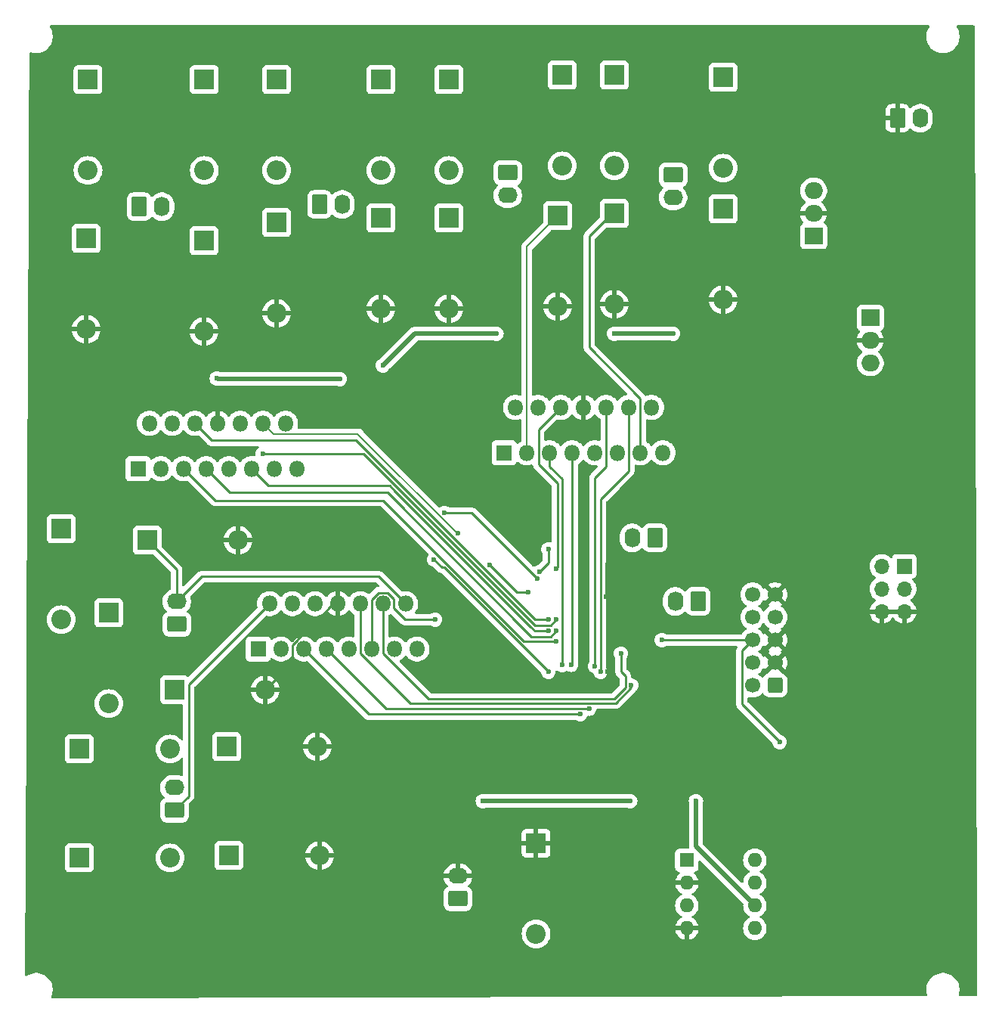
<source format=gbr>
%TF.GenerationSoftware,KiCad,Pcbnew,8.0.8*%
%TF.CreationDate,2025-04-07T19:10:48-05:00*%
%TF.ProjectId,Senior_Design_PCB_ethanl7_nrkim2,53656e69-6f72-45f4-9465-7369676e5f50,rev?*%
%TF.SameCoordinates,Original*%
%TF.FileFunction,Copper,L2,Bot*%
%TF.FilePolarity,Positive*%
%FSLAX46Y46*%
G04 Gerber Fmt 4.6, Leading zero omitted, Abs format (unit mm)*
G04 Created by KiCad (PCBNEW 8.0.8) date 2025-04-07 19:10:48*
%MOMM*%
%LPD*%
G01*
G04 APERTURE LIST*
G04 Aperture macros list*
%AMRoundRect*
0 Rectangle with rounded corners*
0 $1 Rounding radius*
0 $2 $3 $4 $5 $6 $7 $8 $9 X,Y pos of 4 corners*
0 Add a 4 corners polygon primitive as box body*
4,1,4,$2,$3,$4,$5,$6,$7,$8,$9,$2,$3,0*
0 Add four circle primitives for the rounded corners*
1,1,$1+$1,$2,$3*
1,1,$1+$1,$4,$5*
1,1,$1+$1,$6,$7*
1,1,$1+$1,$8,$9*
0 Add four rect primitives between the rounded corners*
20,1,$1+$1,$2,$3,$4,$5,0*
20,1,$1+$1,$4,$5,$6,$7,0*
20,1,$1+$1,$6,$7,$8,$9,0*
20,1,$1+$1,$8,$9,$2,$3,0*%
G04 Aperture macros list end*
%TA.AperFunction,ComponentPad*%
%ADD10R,2.200000X2.200000*%
%TD*%
%TA.AperFunction,ComponentPad*%
%ADD11O,2.200000X2.200000*%
%TD*%
%TA.AperFunction,ComponentPad*%
%ADD12R,1.800000X1.800000*%
%TD*%
%TA.AperFunction,ComponentPad*%
%ADD13O,1.800000X1.800000*%
%TD*%
%TA.AperFunction,ComponentPad*%
%ADD14RoundRect,0.250000X0.620000X0.845000X-0.620000X0.845000X-0.620000X-0.845000X0.620000X-0.845000X0*%
%TD*%
%TA.AperFunction,ComponentPad*%
%ADD15O,1.740000X2.190000*%
%TD*%
%TA.AperFunction,ComponentPad*%
%ADD16R,1.600000X1.600000*%
%TD*%
%TA.AperFunction,ComponentPad*%
%ADD17O,1.600000X1.600000*%
%TD*%
%TA.AperFunction,ComponentPad*%
%ADD18R,2.000000X1.905000*%
%TD*%
%TA.AperFunction,ComponentPad*%
%ADD19O,2.000000X1.905000*%
%TD*%
%TA.AperFunction,ComponentPad*%
%ADD20RoundRect,0.250000X-0.620000X-0.845000X0.620000X-0.845000X0.620000X0.845000X-0.620000X0.845000X0*%
%TD*%
%TA.AperFunction,ComponentPad*%
%ADD21RoundRect,0.250000X-0.845000X0.620000X-0.845000X-0.620000X0.845000X-0.620000X0.845000X0.620000X0*%
%TD*%
%TA.AperFunction,ComponentPad*%
%ADD22O,2.190000X1.740000*%
%TD*%
%TA.AperFunction,ComponentPad*%
%ADD23RoundRect,0.250000X0.845000X-0.620000X0.845000X0.620000X-0.845000X0.620000X-0.845000X-0.620000X0*%
%TD*%
%TA.AperFunction,ComponentPad*%
%ADD24R,1.700000X1.700000*%
%TD*%
%TA.AperFunction,ComponentPad*%
%ADD25O,1.700000X1.700000*%
%TD*%
%TA.AperFunction,ComponentPad*%
%ADD26RoundRect,0.250000X0.600000X0.600000X-0.600000X0.600000X-0.600000X-0.600000X0.600000X-0.600000X0*%
%TD*%
%TA.AperFunction,ComponentPad*%
%ADD27C,1.700000*%
%TD*%
%TA.AperFunction,ViaPad*%
%ADD28C,0.600000*%
%TD*%
%TA.AperFunction,Conductor*%
%ADD29C,0.254000*%
%TD*%
%TA.AperFunction,Conductor*%
%ADD30C,0.508000*%
%TD*%
%TA.AperFunction,Conductor*%
%ADD31C,0.200000*%
%TD*%
G04 APERTURE END LIST*
D10*
%TO.P,D12,1,K*%
%TO.N,Net-(D11-A)*%
X177800000Y-54864000D03*
D11*
%TO.P,D12,2,A*%
%TO.N,GND*%
X177800000Y-65024000D03*
%TD*%
D10*
%TO.P,D13,1,K*%
%TO.N,+5V*%
X105664000Y-127508000D03*
D11*
%TO.P,D13,2,A*%
%TO.N,Net-(D13-A)*%
X115824000Y-127508000D03*
%TD*%
D12*
%TO.P,U5,1,SENSE_A*%
%TO.N,unconnected-(U5-SENSE_A-Pad1)*%
X112251361Y-83935469D03*
D13*
%TO.P,U5,2,OUT1*%
%TO.N,Net-(D21-A)*%
X113521361Y-78855469D03*
%TO.P,U5,3,OUT2*%
%TO.N,Net-(D23-A)*%
X114791361Y-83935469D03*
%TO.P,U5,4,Vs*%
%TO.N,+9V*%
X116061361Y-78855469D03*
%TO.P,U5,5,IN1*%
%TO.N,/M5P*%
X117331361Y-83935469D03*
%TO.P,U5,6,EnA*%
%TO.N,/M5En*%
X118601361Y-78855469D03*
%TO.P,U5,7,IN2*%
%TO.N,/M5N*%
X119871361Y-83935469D03*
%TO.P,U5,8,GND*%
%TO.N,GND*%
X121141361Y-78855469D03*
%TO.P,U5,9,Vss*%
%TO.N,+5V*%
X122411361Y-83935469D03*
%TO.P,U5,10,IN3*%
%TO.N,/M6P*%
X123681361Y-78855469D03*
%TO.P,U5,11,EnB*%
%TO.N,/M6En*%
X124951361Y-83935469D03*
%TO.P,U5,12,IN4*%
%TO.N,/M6N*%
X126221361Y-78855469D03*
%TO.P,U5,13,OUT3*%
%TO.N,Net-(D25-A)*%
X127491361Y-83935469D03*
%TO.P,U5,14,OUT4*%
%TO.N,Net-(D27-A)*%
X128761361Y-78855469D03*
%TO.P,U5,15,SENSE_B*%
%TO.N,unconnected-(U5-SENSE_B-Pad15)*%
X130031361Y-83935469D03*
%TD*%
D10*
%TO.P,D11,1,K*%
%TO.N,+5V*%
X177800000Y-40132000D03*
D11*
%TO.P,D11,2,A*%
%TO.N,Net-(D11-A)*%
X177800000Y-50292000D03*
%TD*%
D10*
%TO.P,D15,1,K*%
%TO.N,+5V*%
X105664000Y-115316000D03*
D11*
%TO.P,D15,2,A*%
%TO.N,Net-(D15-A)*%
X115824000Y-115316000D03*
%TD*%
D10*
%TO.P,D8,1,K*%
%TO.N,+5V*%
X159766000Y-39878000D03*
D11*
%TO.P,D8,2,A*%
%TO.N,Net-(D6-K)*%
X159766000Y-50038000D03*
%TD*%
D12*
%TO.P,U3,1,SENSE_A*%
%TO.N,unconnected-(U3-SENSE_A-Pad1)*%
X153272361Y-82157469D03*
D13*
%TO.P,U3,2,OUT1*%
%TO.N,Net-(D5-K)*%
X154542361Y-77077469D03*
%TO.P,U3,3,OUT2*%
%TO.N,Net-(D6-K)*%
X155812361Y-82157469D03*
%TO.P,U3,4,Vs*%
%TO.N,+9V*%
X157082361Y-77077469D03*
%TO.P,U3,5,IN1*%
%TO.N,/M1P*%
X158352361Y-82157469D03*
%TO.P,U3,6,EnA*%
%TO.N,/M1En*%
X159622361Y-77077469D03*
%TO.P,U3,7,IN2*%
%TO.N,/M1N*%
X160892361Y-82157469D03*
%TO.P,U3,8,GND*%
%TO.N,GND*%
X162162361Y-77077469D03*
%TO.P,U3,9,Vss*%
%TO.N,+5V*%
X163432361Y-82157469D03*
%TO.P,U3,10,IN3*%
%TO.N,/M2P*%
X164702361Y-77077469D03*
%TO.P,U3,11,EnB*%
%TO.N,/M2En*%
X165972361Y-82157469D03*
%TO.P,U3,12,IN4*%
%TO.N,/M2N*%
X167242361Y-77077469D03*
%TO.P,U3,13,OUT3*%
%TO.N,Net-(D10-K)*%
X168512361Y-82157469D03*
%TO.P,U3,14,OUT4*%
%TO.N,Net-(D11-A)*%
X169782361Y-77077469D03*
%TO.P,U3,15,SENSE_B*%
%TO.N,unconnected-(U3-SENSE_B-Pad15)*%
X171052361Y-82157469D03*
%TD*%
D14*
%TO.P,D1,1,K*%
%TO.N,Net-(D1-K)*%
X170163361Y-91682469D03*
D15*
%TO.P,D1,2,A*%
%TO.N,Net-(D1-A)*%
X167623361Y-91682469D03*
%TD*%
D10*
%TO.P,D19,1,K*%
%TO.N,+5V*%
X103632000Y-90678000D03*
D11*
%TO.P,D19,2,A*%
%TO.N,Net-(D19-A)*%
X103632000Y-100838000D03*
%TD*%
D10*
%TO.P,D28,1,K*%
%TO.N,Net-(D27-A)*%
X139446000Y-55880000D03*
D11*
%TO.P,D28,2,A*%
%TO.N,GND*%
X139446000Y-66040000D03*
%TD*%
D10*
%TO.P,D9,1,K*%
%TO.N,+5V*%
X165608000Y-39878000D03*
D11*
%TO.P,D9,2,A*%
%TO.N,Net-(D10-K)*%
X165608000Y-50038000D03*
%TD*%
D10*
%TO.P,D26,1,K*%
%TO.N,Net-(D25-A)*%
X127762000Y-56388000D03*
D11*
%TO.P,D26,2,A*%
%TO.N,GND*%
X127762000Y-66548000D03*
%TD*%
D16*
%TO.P,U2,1,GAIN*%
%TO.N,unconnected-(U2-GAIN-Pad1)*%
X173736000Y-127762000D03*
D17*
%TO.P,U2,2,-*%
%TO.N,GND*%
X173736000Y-130302000D03*
%TO.P,U2,3,+*%
%TO.N,Net-(U2-+)*%
X173736000Y-132842000D03*
%TO.P,U2,4,GND*%
%TO.N,GND*%
X173736000Y-135382000D03*
%TO.P,U2,5*%
%TO.N,Net-(R11-Pad1)*%
X181356000Y-135382000D03*
%TO.P,U2,6,V+*%
%TO.N,Net-(U2-V+)*%
X181356000Y-132842000D03*
%TO.P,U2,7,BYPASS*%
%TO.N,unconnected-(U2-BYPASS-Pad7)*%
X181356000Y-130302000D03*
%TO.P,U2,8,GAIN*%
%TO.N,unconnected-(U2-GAIN-Pad8)*%
X181356000Y-127762000D03*
%TD*%
D10*
%TO.P,D5,1,K*%
%TO.N,Net-(D5-K)*%
X147066000Y-55880000D03*
D11*
%TO.P,D5,2,A*%
%TO.N,GND*%
X147066000Y-66040000D03*
%TD*%
D18*
%TO.P,U1,1,IN*%
%TO.N,+9V*%
X187943361Y-57900469D03*
D19*
%TO.P,U1,2,GND*%
%TO.N,GND*%
X187943361Y-55360469D03*
%TO.P,U1,3,OUT*%
%TO.N,+5V*%
X187943361Y-52820469D03*
%TD*%
D12*
%TO.P,U4,1,SENSE_A*%
%TO.N,unconnected-(U4-SENSE_A-Pad1)*%
X125713361Y-104128469D03*
D13*
%TO.P,U4,2,OUT1*%
%TO.N,Net-(D13-A)*%
X126983361Y-99048469D03*
%TO.P,U4,3,OUT2*%
%TO.N,Net-(D15-A)*%
X128253361Y-104128469D03*
%TO.P,U4,4,Vs*%
%TO.N,+9V*%
X129523361Y-99048469D03*
%TO.P,U4,5,IN1*%
%TO.N,/M3P*%
X130793361Y-104128469D03*
%TO.P,U4,6,EnA*%
%TO.N,/M3En*%
X132063361Y-99048469D03*
%TO.P,U4,7,IN2*%
%TO.N,/M3N*%
X133333361Y-104128469D03*
%TO.P,U4,8,GND*%
%TO.N,GND*%
X134603361Y-99048469D03*
%TO.P,U4,9,Vss*%
%TO.N,+5V*%
X135873361Y-104128469D03*
%TO.P,U4,10,IN3*%
%TO.N,/M4P*%
X137143361Y-99048469D03*
%TO.P,U4,11,EnB*%
%TO.N,/M4En*%
X138413361Y-104128469D03*
%TO.P,U4,12,IN4*%
%TO.N,/M4N*%
X139683361Y-99048469D03*
%TO.P,U4,13,OUT3*%
%TO.N,Net-(D17-A)*%
X140953361Y-104128469D03*
%TO.P,U4,14,OUT4*%
%TO.N,Net-(D19-A)*%
X142223361Y-99048469D03*
%TO.P,U4,15,SENSE_B*%
%TO.N,unconnected-(U4-SENSE_B-Pad15)*%
X143493361Y-104128469D03*
%TD*%
D20*
%TO.P,J10,1,Pin_1*%
%TO.N,Net-(D25-A)*%
X132588000Y-54356000D03*
D15*
%TO.P,J10,2,Pin_2*%
%TO.N,Net-(D27-A)*%
X135128000Y-54356000D03*
%TD*%
D10*
%TO.P,D23,1,K*%
%TO.N,+5V*%
X119675000Y-40386000D03*
D11*
%TO.P,D23,2,A*%
%TO.N,Net-(D23-A)*%
X119675000Y-50546000D03*
%TD*%
D21*
%TO.P,J5,1,Pin_1*%
%TO.N,Net-(D5-K)*%
X153670000Y-50800000D03*
D22*
%TO.P,J5,2,Pin_2*%
%TO.N,Net-(D6-K)*%
X153670000Y-53340000D03*
%TD*%
D18*
%TO.P,U7,1,VI*%
%TO.N,+9V*%
X194293361Y-67044469D03*
D19*
%TO.P,U7,2,GND*%
%TO.N,GND*%
X194293361Y-69584469D03*
%TO.P,U7,3,VO*%
%TO.N,+3.3V*%
X194293361Y-72124469D03*
%TD*%
D14*
%TO.P,D2,1,K*%
%TO.N,Net-(D2-K)*%
X174989361Y-98794469D03*
D15*
%TO.P,D2,2,A*%
%TO.N,Net-(D2-A)*%
X172449361Y-98794469D03*
%TD*%
D10*
%TO.P,D3,1,K*%
%TO.N,GND*%
X156845000Y-125857000D03*
D11*
%TO.P,D3,2,A*%
%TO.N,Net-(D3-A)*%
X156845000Y-136017000D03*
%TD*%
D10*
%TO.P,D18,1,K*%
%TO.N,Net-(D17-A)*%
X116332000Y-108700469D03*
D11*
%TO.P,D18,2,A*%
%TO.N,GND*%
X126492000Y-108700469D03*
%TD*%
D10*
%TO.P,D25,1,K*%
%TO.N,+5V*%
X127762000Y-40386000D03*
D11*
%TO.P,D25,2,A*%
%TO.N,Net-(D25-A)*%
X127762000Y-50546000D03*
%TD*%
D23*
%TO.P,J7,1,Pin_1*%
%TO.N,Net-(D13-A)*%
X116332000Y-122174000D03*
D22*
%TO.P,J7,2,Pin_2*%
%TO.N,Net-(D15-A)*%
X116332000Y-119634000D03*
%TD*%
D10*
%TO.P,D20,1,K*%
%TO.N,Net-(D19-A)*%
X113284000Y-91948000D03*
D11*
%TO.P,D20,2,A*%
%TO.N,GND*%
X123444000Y-91948000D03*
%TD*%
D10*
%TO.P,D14,1,K*%
%TO.N,Net-(D13-A)*%
X122428000Y-127254000D03*
D11*
%TO.P,D14,2,A*%
%TO.N,GND*%
X132588000Y-127254000D03*
%TD*%
D10*
%TO.P,D6,1,K*%
%TO.N,Net-(D6-K)*%
X159258000Y-55626000D03*
D11*
%TO.P,D6,2,A*%
%TO.N,GND*%
X159258000Y-65786000D03*
%TD*%
D10*
%TO.P,D7,1,K*%
%TO.N,+5V*%
X147066000Y-40386000D03*
D11*
%TO.P,D7,2,A*%
%TO.N,Net-(D5-K)*%
X147066000Y-50546000D03*
%TD*%
D10*
%TO.P,D27,1,K*%
%TO.N,+5V*%
X139446000Y-40386000D03*
D11*
%TO.P,D27,2,A*%
%TO.N,Net-(D27-A)*%
X139446000Y-50546000D03*
%TD*%
D23*
%TO.P,J8,1,Pin_1*%
%TO.N,Net-(D17-A)*%
X116586000Y-101346000D03*
D22*
%TO.P,J8,2,Pin_2*%
%TO.N,Net-(D19-A)*%
X116586000Y-98806000D03*
%TD*%
D10*
%TO.P,D16,1,K*%
%TO.N,Net-(D15-A)*%
X122174000Y-115062000D03*
D11*
%TO.P,D16,2,A*%
%TO.N,GND*%
X132334000Y-115062000D03*
%TD*%
D10*
%TO.P,D21,1,K*%
%TO.N,+5V*%
X106639000Y-40386000D03*
D11*
%TO.P,D21,2,A*%
%TO.N,Net-(D21-A)*%
X106639000Y-50546000D03*
%TD*%
D20*
%TO.P,J2,1,Pin_1*%
%TO.N,GND*%
X197358000Y-44704000D03*
D15*
%TO.P,J2,2,Pin_2*%
%TO.N,+9V*%
X199898000Y-44704000D03*
%TD*%
D21*
%TO.P,J6,1,Pin_1*%
%TO.N,Net-(D10-K)*%
X172192000Y-51054000D03*
D22*
%TO.P,J6,2,Pin_2*%
%TO.N,Net-(D11-A)*%
X172192000Y-53594000D03*
%TD*%
D20*
%TO.P,J9,1,Pin_1*%
%TO.N,Net-(D21-A)*%
X112377000Y-54610000D03*
D15*
%TO.P,J9,2,Pin_2*%
%TO.N,Net-(D23-A)*%
X114917000Y-54610000D03*
%TD*%
D10*
%TO.P,D22,1,K*%
%TO.N,Net-(D21-A)*%
X106444000Y-58166000D03*
D11*
%TO.P,D22,2,A*%
%TO.N,GND*%
X106444000Y-68326000D03*
%TD*%
D10*
%TO.P,D10,1,K*%
%TO.N,Net-(D10-K)*%
X165608000Y-55372000D03*
D11*
%TO.P,D10,2,A*%
%TO.N,GND*%
X165608000Y-65532000D03*
%TD*%
D24*
%TO.P,J3,1,Pin_1*%
%TO.N,+3.3V*%
X198103361Y-94857469D03*
D25*
%TO.P,J3,2,Pin_2*%
X195563361Y-94857469D03*
%TO.P,J3,3,Pin_3*%
%TO.N,Net-(J3-Pin_3)*%
X198103361Y-97397469D03*
%TO.P,J3,4,Pin_4*%
%TO.N,Net-(J3-Pin_4)*%
X195563361Y-97397469D03*
%TO.P,J3,5,Pin_5*%
%TO.N,GND*%
X198103361Y-99937469D03*
%TO.P,J3,6,Pin_6*%
X195563361Y-99937469D03*
%TD*%
D10*
%TO.P,D17,1,K*%
%TO.N,+5V*%
X108966000Y-100076000D03*
D11*
%TO.P,D17,2,A*%
%TO.N,Net-(D17-A)*%
X108966000Y-110236000D03*
%TD*%
D10*
%TO.P,D24,1,K*%
%TO.N,Net-(D23-A)*%
X119634000Y-58420000D03*
D11*
%TO.P,D24,2,A*%
%TO.N,GND*%
X119634000Y-68580000D03*
%TD*%
D26*
%TO.P,J4,1,VTref*%
%TO.N,Net-(D4-A)*%
X183625361Y-108192469D03*
D27*
%TO.P,J4,2,SWDIO/TMS*%
%TO.N,/JTMS{slash}SWDIO*%
X181085361Y-108192469D03*
%TO.P,J4,3,GND*%
%TO.N,GND*%
X183625361Y-105652469D03*
%TO.P,J4,4,SWCLK/TCK*%
%TO.N,/JTCK{slash}SWCLK*%
X181085361Y-105652469D03*
%TO.P,J4,5,GND*%
%TO.N,GND*%
X183625361Y-103112469D03*
%TO.P,J4,6,SWO/TDO*%
%TO.N,/JTDO{slash}TRACESWO*%
X181085361Y-103112469D03*
%TO.P,J4,7,KEY*%
%TO.N,unconnected-(J4-KEY-Pad7)*%
X183625361Y-100572469D03*
%TO.P,J4,8,NC/TDI*%
%TO.N,/JTDI*%
X181085361Y-100572469D03*
%TO.P,J4,9,GNDDetect*%
%TO.N,GND*%
X183625361Y-98032469D03*
%TO.P,J4,10,~{RESET}*%
%TO.N,/NRST*%
X181085361Y-98032469D03*
%TD*%
D23*
%TO.P,J1,1,Pin_1*%
%TO.N,Net-(D3-A)*%
X148082000Y-132080000D03*
D22*
%TO.P,J1,2,Pin_2*%
%TO.N,GND*%
X148082000Y-129540000D03*
%TD*%
D28*
%TO.N,GND*%
X133604000Y-92456000D03*
X136906000Y-92456000D03*
%TO.N,Net-(U2-V+)*%
X174752000Y-121158000D03*
%TO.N,+5V*%
X150876000Y-121158000D03*
X167386000Y-121158000D03*
%TO.N,/M6N*%
X145417116Y-94104883D03*
X148082000Y-91186000D03*
%TO.N,GND*%
X109965361Y-81268469D03*
X148319361Y-107430469D03*
X167623361Y-115304469D03*
X164829361Y-94730469D03*
X166353361Y-99556469D03*
X164867364Y-106668469D03*
X178054000Y-88646000D03*
X156701361Y-116574469D03*
X116078000Y-81268469D03*
X175260000Y-90932000D03*
X164694361Y-98286469D03*
X155685361Y-107430469D03*
%TO.N,+9V*%
X134857361Y-73902469D03*
X139683361Y-72378469D03*
X121077861Y-73838969D03*
X165591361Y-68822469D03*
X172195361Y-68822469D03*
X152400000Y-68822469D03*
%TO.N,/JTDO{slash}TRACESWO*%
X184133361Y-114542469D03*
X170925361Y-103112469D03*
%TO.N,/M2En*%
X158225361Y-92952469D03*
X157209361Y-95492469D03*
%TO.N,/M1N*%
X160765006Y-105898468D03*
%TO.N,/M1P*%
X159749361Y-105906469D03*
%TO.N,/M1En*%
X159087513Y-95138317D03*
%TO.N,/M2P*%
X163440361Y-106041469D03*
%TO.N,/M2N*%
X164067361Y-106668469D03*
%TO.N,/M3P*%
X161781361Y-111424469D03*
%TO.N,/M4P*%
X167488361Y-108192469D03*
%TO.N,/M4En*%
X155939361Y-97778469D03*
X151621361Y-94730469D03*
X145525361Y-100826469D03*
%TO.N,/M3N*%
X162797361Y-110797469D03*
%TO.N,/M4N*%
X166353361Y-104636469D03*
%TO.N,/M3En*%
X156955361Y-96254469D03*
X146558000Y-88888469D03*
%TO.N,/M6N*%
X158225361Y-106668469D03*
%TO.N,/M5En*%
X158225361Y-100826469D03*
%TO.N,/M5N*%
X159122361Y-102096469D03*
%TO.N,/M6En*%
X158225361Y-102096469D03*
%TO.N,/M6P*%
X126221361Y-82284469D03*
X159122361Y-100826469D03*
%TO.N,/M5P*%
X159122361Y-103247469D03*
%TD*%
D29*
%TO.N,GND*%
X129540000Y-105652469D02*
X126492000Y-108700469D01*
X129540000Y-103646589D02*
X129540000Y-105652469D01*
X134138120Y-99048469D02*
X129540000Y-103646589D01*
X134603361Y-99048469D02*
X134138120Y-99048469D01*
X136906000Y-92456000D02*
X133604000Y-92456000D01*
D30*
%TO.N,Net-(U2-V+)*%
X174752000Y-126238000D02*
X174752000Y-121158000D01*
X181356000Y-132842000D02*
X174752000Y-126238000D01*
%TO.N,+5V*%
X150876000Y-121158000D02*
X167386000Y-121158000D01*
D29*
%TO.N,Net-(D13-A)*%
X117916000Y-108115830D02*
X126983361Y-99048469D01*
X117916000Y-120590000D02*
X117916000Y-108115830D01*
X116332000Y-122174000D02*
X117916000Y-120590000D01*
%TO.N,Net-(D19-A)*%
X116586000Y-95250000D02*
X113284000Y-91948000D01*
X116586000Y-98806000D02*
X116586000Y-95250000D01*
X119391531Y-96000469D02*
X139175361Y-96000469D01*
X116586000Y-98806000D02*
X119391531Y-96000469D01*
%TO.N,/M6N*%
X146296702Y-94984469D02*
X145417116Y-94104883D01*
X146541361Y-94984469D02*
X146296702Y-94984469D01*
D31*
X148007002Y-91186000D02*
X148082000Y-91186000D01*
X136951469Y-80130467D02*
X148007002Y-91186000D01*
X136951469Y-80055469D02*
X136951469Y-80130467D01*
D29*
%TO.N,/M3En*%
X149589361Y-88888469D02*
X156955361Y-96254469D01*
X146558000Y-88888469D02*
X149589361Y-88888469D01*
D31*
%TO.N,/M6N*%
X127421361Y-80055469D02*
X136951469Y-80055469D01*
X126221361Y-78855469D02*
X127421361Y-80055469D01*
D29*
%TO.N,GND*%
X116078000Y-81268469D02*
X109965361Y-81268469D01*
D31*
%TO.N,Net-(D6-K)*%
X155812361Y-59071639D02*
X159258000Y-55626000D01*
X155812361Y-82157469D02*
X155812361Y-59071639D01*
%TO.N,GND*%
X159258000Y-69855108D02*
X162162361Y-72759469D01*
X159258000Y-65786000D02*
X159258000Y-69855108D01*
D30*
%TO.N,+9V*%
X152400000Y-68822469D02*
X143239361Y-68822469D01*
X143239361Y-68822469D02*
X139683361Y-72378469D01*
D29*
%TO.N,Net-(D10-K)*%
X165354000Y-55372000D02*
X165608000Y-55372000D01*
X162814000Y-57912000D02*
X165354000Y-55372000D01*
X168512361Y-76061469D02*
X168512361Y-82157469D01*
X162814000Y-70363108D02*
X168512361Y-76061469D01*
X162814000Y-57912000D02*
X162814000Y-70363108D01*
%TO.N,GND*%
X164694361Y-94865469D02*
X164829361Y-94730469D01*
X164694361Y-98286469D02*
X164694361Y-94865469D01*
X186927361Y-121400469D02*
X187181361Y-121146469D01*
X164867364Y-101042466D02*
X166353361Y-99556469D01*
X165964361Y-99556469D02*
X164694361Y-98286469D01*
X187181361Y-121146469D02*
X187181361Y-109208469D01*
X173719361Y-117590469D02*
X177529361Y-121400469D01*
X177546000Y-88646000D02*
X175260000Y-90932000D01*
X157717361Y-117590469D02*
X156701361Y-116574469D01*
X166353361Y-99556469D02*
X165964361Y-99556469D01*
X178054000Y-88646000D02*
X177546000Y-88646000D01*
X177529361Y-121400469D02*
X186927361Y-121400469D01*
X155685361Y-107430469D02*
X148319361Y-107430469D01*
X164867364Y-106668469D02*
X164867364Y-101042466D01*
X165337361Y-117590469D02*
X173719361Y-117590469D01*
X187181361Y-109208469D02*
X183625361Y-105652469D01*
X167623361Y-115304469D02*
X165337361Y-117590469D01*
X165337361Y-117590469D02*
X157717361Y-117590469D01*
X162162361Y-77077469D02*
X162162361Y-72759469D01*
D30*
%TO.N,+9V*%
X134857361Y-73902469D02*
X121141361Y-73902469D01*
X121141361Y-73902469D02*
X121077861Y-73838969D01*
X172195361Y-68822469D02*
X165591361Y-68822469D01*
D29*
%TO.N,Net-(D19-A)*%
X139175361Y-96000469D02*
X142223361Y-99048469D01*
%TO.N,/JTDO{slash}TRACESWO*%
X179908361Y-110317469D02*
X179908361Y-104289469D01*
X179908361Y-104289469D02*
X181085361Y-103112469D01*
X184133361Y-114542469D02*
X179908361Y-110317469D01*
X181085361Y-103112469D02*
X170925361Y-103112469D01*
%TO.N,/M2En*%
X158225361Y-94476469D02*
X157209361Y-95492469D01*
X158225361Y-92952469D02*
X158225361Y-94476469D01*
%TO.N,/M1N*%
X160892361Y-105771113D02*
X160892361Y-82157469D01*
X160765006Y-105898468D02*
X160892361Y-105771113D01*
%TO.N,/M1P*%
X159749361Y-105906469D02*
X159749361Y-85078469D01*
X158352361Y-83681469D02*
X158352361Y-82157469D01*
X159749361Y-85078469D02*
X158352361Y-83681469D01*
%TO.N,/M1En*%
X157125361Y-83470469D02*
X159241361Y-85586469D01*
X159241361Y-88888469D02*
X159241361Y-94984469D01*
X159241361Y-85586469D02*
X159241361Y-88888469D01*
X159622361Y-77077469D02*
X157125361Y-79574469D01*
X159241361Y-94984469D02*
X159087513Y-95138317D01*
X157125361Y-79574469D02*
X157125361Y-83470469D01*
%TO.N,/M2P*%
X164702361Y-83681469D02*
X164702361Y-77077469D01*
X163440361Y-106041469D02*
X163440361Y-84943469D01*
X163440361Y-84943469D02*
X164702361Y-83681469D01*
%TO.N,/M2N*%
X164067361Y-87364469D02*
X167242361Y-84189469D01*
X167242361Y-84189469D02*
X167242361Y-77077469D01*
X164067361Y-106668469D02*
X164067361Y-87364469D01*
%TO.N,/M3P*%
X161781361Y-111424469D02*
X138089361Y-111424469D01*
X138089361Y-111424469D02*
X130793361Y-104128469D01*
%TO.N,/M4P*%
X167488361Y-108461521D02*
X165779413Y-110170469D01*
X165779413Y-110170469D02*
X142720120Y-110170469D01*
X137143361Y-99048469D02*
X137143361Y-104593710D01*
X142720120Y-110170469D02*
X137143361Y-104593710D01*
X167488361Y-108192469D02*
X167488361Y-108461521D01*
%TO.N,/M4En*%
X138413361Y-98583228D02*
X139175120Y-97821469D01*
X140910361Y-99556710D02*
X142180120Y-100826469D01*
X138413361Y-104128469D02*
X138413361Y-98583228D01*
X140910361Y-98540228D02*
X140910361Y-99556710D01*
X140191602Y-97821469D02*
X140910361Y-98540228D01*
X139175120Y-97821469D02*
X140191602Y-97821469D01*
X154669361Y-97778469D02*
X155939361Y-97778469D01*
X151621361Y-94730469D02*
X154669361Y-97778469D01*
X142180120Y-100826469D02*
X145525361Y-100826469D01*
%TO.N,/M3N*%
X162797361Y-110797469D02*
X140002361Y-110797469D01*
X140002361Y-110797469D02*
X133333361Y-104128469D01*
%TO.N,/M4N*%
X139683361Y-99048469D02*
X139683361Y-104593710D01*
X139683361Y-104593710D02*
X144806120Y-109716469D01*
X166353361Y-106668469D02*
X166353361Y-104636469D01*
X166861361Y-108446469D02*
X166861361Y-107176469D01*
X144806120Y-109716469D02*
X165591361Y-109716469D01*
X165591361Y-109716469D02*
X166861361Y-108446469D01*
X166861361Y-107176469D02*
X166353361Y-106668469D01*
%TO.N,/M6N*%
X158225361Y-106668469D02*
X146541361Y-94984469D01*
%TO.N,/M5En*%
X120506361Y-80760469D02*
X118601361Y-78855469D01*
X158225361Y-100826469D02*
X156701361Y-100826469D01*
X136635361Y-80760469D02*
X120506361Y-80760469D01*
X156701361Y-100826469D02*
X136635361Y-80760469D01*
%TO.N,/M5N*%
X158495361Y-102723469D02*
X156312361Y-102723469D01*
X140191361Y-86602469D02*
X122538361Y-86602469D01*
X156312361Y-102723469D02*
X140191361Y-86602469D01*
X159122361Y-102096469D02*
X158495361Y-102723469D01*
X122538361Y-86602469D02*
X119871361Y-83935469D01*
%TO.N,/M6En*%
X124951361Y-83935469D02*
X126856361Y-85840469D01*
X156232309Y-101641522D02*
X156687256Y-102096469D01*
X141073309Y-86482521D02*
X156232309Y-101641522D01*
X140431257Y-85840469D02*
X141073309Y-86482521D01*
X126856361Y-85840469D02*
X140431257Y-85840469D01*
X156687256Y-102096469D02*
X158225361Y-102096469D01*
%TO.N,/M6P*%
X137517309Y-82284469D02*
X156686309Y-101453469D01*
X126221361Y-82284469D02*
X137517309Y-82284469D01*
X158495361Y-101453469D02*
X159122361Y-100826469D01*
X156686309Y-101453469D02*
X158495361Y-101453469D01*
%TO.N,/M5P*%
X117331361Y-83935469D02*
X120887361Y-87491469D01*
X120887361Y-87491469D02*
X139690414Y-87491469D01*
X155446414Y-103247469D02*
X159122361Y-103247469D01*
X139690414Y-87491469D02*
X155446414Y-103247469D01*
%TD*%
%TA.AperFunction,Conductor*%
%TO.N,GND*%
G36*
X183159436Y-105845462D02*
G01*
X183225262Y-105959476D01*
X183318354Y-106052568D01*
X183432368Y-106118394D01*
X183500412Y-106136626D01*
X182849415Y-106787623D01*
X182842227Y-106819234D01*
X182791555Y-106868962D01*
X182771847Y-106877415D01*
X182702625Y-106900353D01*
X182551708Y-106993439D01*
X182551702Y-106993444D01*
X182426336Y-107118810D01*
X182426331Y-107118816D01*
X182391215Y-107175748D01*
X182337214Y-107263299D01*
X182333244Y-107269735D01*
X182330144Y-107276383D01*
X182328239Y-107275494D01*
X182293750Y-107325291D01*
X182228189Y-107352536D01*
X182158306Y-107340010D01*
X182121876Y-107312611D01*
X182008598Y-107189560D01*
X181926743Y-107125850D01*
X181830937Y-107051280D01*
X181797680Y-107033282D01*
X181747290Y-106983271D01*
X181731937Y-106913954D01*
X181756497Y-106847341D01*
X181797681Y-106811655D01*
X181830937Y-106793658D01*
X182008601Y-106655375D01*
X182161083Y-106489737D01*
X182250177Y-106353367D01*
X182304180Y-106307279D01*
X182374528Y-106297704D01*
X182438885Y-106327681D01*
X182461143Y-106353367D01*
X182502283Y-106416335D01*
X183141202Y-105777415D01*
X183159436Y-105845462D01*
G37*
%TD.AperFunction*%
%TA.AperFunction,Conductor*%
G36*
X183159436Y-103305462D02*
G01*
X183225262Y-103419476D01*
X183318354Y-103512568D01*
X183432368Y-103578394D01*
X183500412Y-103596626D01*
X182859671Y-104237367D01*
X182880055Y-104253232D01*
X182880057Y-104253234D01*
X182914094Y-104271654D01*
X182964484Y-104321668D01*
X182979836Y-104390985D01*
X182955275Y-104457598D01*
X182914096Y-104493280D01*
X182880063Y-104511698D01*
X182859671Y-104527568D01*
X182859671Y-104527570D01*
X183500412Y-105168311D01*
X183432368Y-105186544D01*
X183318354Y-105252370D01*
X183225262Y-105345462D01*
X183159436Y-105459476D01*
X183141202Y-105527521D01*
X182502282Y-104888601D01*
X182502281Y-104888601D01*
X182461141Y-104951571D01*
X182407137Y-104997659D01*
X182336789Y-105007234D01*
X182272432Y-104977256D01*
X182250183Y-104951580D01*
X182161083Y-104815201D01*
X182008601Y-104649563D01*
X182008600Y-104649562D01*
X182008598Y-104649560D01*
X181926743Y-104585850D01*
X181830937Y-104511280D01*
X181797680Y-104493282D01*
X181747290Y-104443271D01*
X181731937Y-104373954D01*
X181756497Y-104307341D01*
X181797681Y-104271655D01*
X181797685Y-104271653D01*
X181830937Y-104253658D01*
X182008601Y-104115375D01*
X182161083Y-103949737D01*
X182250177Y-103813367D01*
X182304180Y-103767279D01*
X182374528Y-103757704D01*
X182438885Y-103787681D01*
X182461143Y-103813367D01*
X182502283Y-103876335D01*
X183141202Y-103237415D01*
X183159436Y-103305462D01*
G37*
%TD.AperFunction*%
%TA.AperFunction,Conductor*%
G36*
X182438586Y-101248138D02*
G01*
X182460841Y-101273822D01*
X182468276Y-101285201D01*
X182549636Y-101409734D01*
X182549640Y-101409739D01*
X182702123Y-101575377D01*
X182756692Y-101617850D01*
X182879785Y-101713658D01*
X182913566Y-101731939D01*
X182963957Y-101781951D01*
X182979310Y-101851268D01*
X182954750Y-101917881D01*
X182913569Y-101953566D01*
X182880061Y-101971699D01*
X182859671Y-101987568D01*
X182859671Y-101987570D01*
X183500412Y-102628311D01*
X183432368Y-102646544D01*
X183318354Y-102712370D01*
X183225262Y-102805462D01*
X183159436Y-102919476D01*
X183141202Y-102987521D01*
X182502282Y-102348601D01*
X182502281Y-102348601D01*
X182461141Y-102411571D01*
X182407137Y-102457659D01*
X182336789Y-102467234D01*
X182272432Y-102437256D01*
X182250183Y-102411580D01*
X182161083Y-102275201D01*
X182008601Y-102109563D01*
X182008600Y-102109562D01*
X182008598Y-102109560D01*
X181889103Y-102016553D01*
X181830937Y-101971280D01*
X181797680Y-101953282D01*
X181747290Y-101903271D01*
X181731937Y-101833954D01*
X181756497Y-101767341D01*
X181797681Y-101731655D01*
X181830937Y-101713658D01*
X182008601Y-101575375D01*
X182161083Y-101409737D01*
X182249879Y-101273823D01*
X182303881Y-101227737D01*
X182374229Y-101218161D01*
X182438586Y-101248138D01*
G37*
%TD.AperFunction*%
%TA.AperFunction,Conductor*%
G36*
X183159436Y-98225462D02*
G01*
X183225262Y-98339476D01*
X183318354Y-98432568D01*
X183432368Y-98498394D01*
X183500412Y-98516626D01*
X182859671Y-99157367D01*
X182880055Y-99173232D01*
X182880061Y-99173237D01*
X182913567Y-99191369D01*
X182963958Y-99241382D01*
X182979310Y-99310699D01*
X182954750Y-99377312D01*
X182913570Y-99412995D01*
X182879791Y-99431275D01*
X182879785Y-99431280D01*
X182702123Y-99569560D01*
X182549640Y-99735198D01*
X182460844Y-99871112D01*
X182406840Y-99917200D01*
X182336492Y-99926775D01*
X182272135Y-99896798D01*
X182249878Y-99871112D01*
X182165501Y-99741964D01*
X182161083Y-99735201D01*
X182161082Y-99735200D01*
X182161081Y-99735198D01*
X182008598Y-99569560D01*
X181912819Y-99495012D01*
X181830937Y-99431280D01*
X181797680Y-99413282D01*
X181747290Y-99363271D01*
X181731937Y-99293954D01*
X181756497Y-99227341D01*
X181797681Y-99191655D01*
X181798208Y-99191370D01*
X181830937Y-99173658D01*
X182008601Y-99035375D01*
X182161083Y-98869737D01*
X182163003Y-98866799D01*
X182220648Y-98778566D01*
X182250177Y-98733367D01*
X182304180Y-98687279D01*
X182374528Y-98677704D01*
X182438885Y-98707681D01*
X182461143Y-98733367D01*
X182502283Y-98796335D01*
X183141202Y-98157415D01*
X183159436Y-98225462D01*
G37*
%TD.AperFunction*%
%TA.AperFunction,Conductor*%
G36*
X162416361Y-78462552D02*
G01*
X162509184Y-78447063D01*
X162509193Y-78447061D01*
X162729883Y-78371298D01*
X162729886Y-78371296D01*
X162935110Y-78260235D01*
X163119242Y-78116919D01*
X163119247Y-78116914D01*
X163277277Y-77945246D01*
X163326578Y-77869785D01*
X163380581Y-77823696D01*
X163450929Y-77814120D01*
X163515286Y-77844096D01*
X163537545Y-77869784D01*
X163587046Y-77945552D01*
X163745135Y-78117282D01*
X163745139Y-78117285D01*
X163745141Y-78117287D01*
X163929344Y-78260659D01*
X164000830Y-78299345D01*
X164051220Y-78349356D01*
X164066861Y-78410158D01*
X164066861Y-80709630D01*
X164046859Y-80777751D01*
X163993203Y-80824244D01*
X163922929Y-80834348D01*
X163899950Y-80828803D01*
X163779320Y-80787391D01*
X163779309Y-80787388D01*
X163680772Y-80770945D01*
X163549073Y-80748969D01*
X163315649Y-80748969D01*
X163200427Y-80768196D01*
X163085412Y-80787388D01*
X163085405Y-80787390D01*
X162864637Y-80863180D01*
X162864634Y-80863182D01*
X162659352Y-80974275D01*
X162659346Y-80974278D01*
X162659344Y-80974279D01*
X162475139Y-81117651D01*
X162475135Y-81117655D01*
X162317046Y-81289385D01*
X162267844Y-81364696D01*
X162213840Y-81410785D01*
X162143492Y-81420360D01*
X162079135Y-81390383D01*
X162056878Y-81364696D01*
X162007675Y-81289385D01*
X161849586Y-81117655D01*
X161849582Y-81117651D01*
X161757479Y-81045965D01*
X161665378Y-80974279D01*
X161460088Y-80863182D01*
X161460085Y-80863181D01*
X161460084Y-80863180D01*
X161239316Y-80787390D01*
X161239309Y-80787388D01*
X161140772Y-80770945D01*
X161009073Y-80748969D01*
X160775649Y-80748969D01*
X160660427Y-80768196D01*
X160545412Y-80787388D01*
X160545405Y-80787390D01*
X160324637Y-80863180D01*
X160324634Y-80863182D01*
X160119352Y-80974275D01*
X160119346Y-80974278D01*
X160119344Y-80974279D01*
X159935139Y-81117651D01*
X159935135Y-81117655D01*
X159777046Y-81289385D01*
X159727844Y-81364696D01*
X159673840Y-81410785D01*
X159603492Y-81420360D01*
X159539135Y-81390383D01*
X159516878Y-81364696D01*
X159467675Y-81289385D01*
X159309586Y-81117655D01*
X159309582Y-81117651D01*
X159217479Y-81045965D01*
X159125378Y-80974279D01*
X158920088Y-80863182D01*
X158920085Y-80863181D01*
X158920084Y-80863180D01*
X158699316Y-80787390D01*
X158699309Y-80787388D01*
X158600772Y-80770945D01*
X158469073Y-80748969D01*
X158235649Y-80748969D01*
X158120427Y-80768196D01*
X158005412Y-80787388D01*
X158005405Y-80787390D01*
X157927773Y-80814042D01*
X157856849Y-80817242D01*
X157795453Y-80781590D01*
X157763079Y-80718405D01*
X157760861Y-80694869D01*
X157760861Y-79889891D01*
X157780863Y-79821770D01*
X157797761Y-79800801D01*
X159127190Y-78471371D01*
X159189500Y-78437348D01*
X159257198Y-78441296D01*
X159266246Y-78444403D01*
X159275406Y-78447548D01*
X159275408Y-78447548D01*
X159275410Y-78447549D01*
X159505649Y-78485969D01*
X159505653Y-78485969D01*
X159739069Y-78485969D01*
X159739073Y-78485969D01*
X159969312Y-78447549D01*
X160190088Y-78371756D01*
X160395378Y-78260659D01*
X160579581Y-78117287D01*
X160579925Y-78116914D01*
X160737675Y-77945552D01*
X160787176Y-77869785D01*
X160841179Y-77823696D01*
X160911527Y-77814121D01*
X160975884Y-77844098D01*
X160998142Y-77869785D01*
X161047442Y-77945245D01*
X161205474Y-78116914D01*
X161205479Y-78116919D01*
X161389611Y-78260235D01*
X161594835Y-78371296D01*
X161594838Y-78371298D01*
X161815528Y-78447061D01*
X161815537Y-78447063D01*
X161908360Y-78462552D01*
X161908361Y-78462552D01*
X161908361Y-77508171D01*
X161969368Y-77543394D01*
X162096535Y-77577469D01*
X162228187Y-77577469D01*
X162355354Y-77543394D01*
X162416361Y-77508171D01*
X162416361Y-78462552D01*
G37*
%TD.AperFunction*%
%TA.AperFunction,Conductor*%
G36*
X197637436Y-99744476D02*
G01*
X197603361Y-99871643D01*
X197603361Y-100003295D01*
X197637436Y-100130462D01*
X197672658Y-100191469D01*
X195994064Y-100191469D01*
X196029286Y-100130462D01*
X196063361Y-100003295D01*
X196063361Y-99871643D01*
X196029286Y-99744476D01*
X195994064Y-99683469D01*
X197672658Y-99683469D01*
X197637436Y-99744476D01*
G37*
%TD.AperFunction*%
%TA.AperFunction,Conductor*%
G36*
X200892619Y-34310002D02*
G01*
X200939112Y-34363658D01*
X200949216Y-34433932D01*
X200924460Y-34492704D01*
X200896064Y-34529709D01*
X200774782Y-34739775D01*
X200774777Y-34739786D01*
X200681946Y-34963900D01*
X200681944Y-34963904D01*
X200619160Y-35198217D01*
X200587500Y-35438709D01*
X200587500Y-35681290D01*
X200619160Y-35921782D01*
X200681944Y-36156095D01*
X200681945Y-36156097D01*
X200681946Y-36156100D01*
X200774776Y-36380212D01*
X200774777Y-36380213D01*
X200774782Y-36380224D01*
X200896061Y-36590285D01*
X200896063Y-36590288D01*
X200896064Y-36590289D01*
X201043735Y-36782738D01*
X201043739Y-36782742D01*
X201043744Y-36782748D01*
X201215251Y-36954255D01*
X201215256Y-36954259D01*
X201215262Y-36954265D01*
X201407711Y-37101936D01*
X201407714Y-37101938D01*
X201617775Y-37223217D01*
X201617779Y-37223218D01*
X201617788Y-37223224D01*
X201841900Y-37316054D01*
X202076211Y-37378838D01*
X202076215Y-37378838D01*
X202076217Y-37378839D01*
X202138202Y-37386999D01*
X202316712Y-37410500D01*
X202316719Y-37410500D01*
X202559281Y-37410500D01*
X202559288Y-37410500D01*
X202776637Y-37381885D01*
X202799782Y-37378839D01*
X202799782Y-37378838D01*
X202799789Y-37378838D01*
X203034100Y-37316054D01*
X203258212Y-37223224D01*
X203468289Y-37101936D01*
X203660738Y-36954265D01*
X203832265Y-36782738D01*
X203979936Y-36590289D01*
X204101224Y-36380212D01*
X204194054Y-36156100D01*
X204256838Y-35921789D01*
X204288500Y-35681288D01*
X204288500Y-35438712D01*
X204256838Y-35198211D01*
X204194054Y-34963900D01*
X204101224Y-34739788D01*
X204101218Y-34739779D01*
X204101217Y-34739775D01*
X203979935Y-34529709D01*
X203951540Y-34492704D01*
X203925939Y-34426484D01*
X203940204Y-34356935D01*
X203989805Y-34306139D01*
X204051502Y-34290000D01*
X205868294Y-34290000D01*
X205936415Y-34310002D01*
X205982908Y-34363658D01*
X205994293Y-34415704D01*
X206070254Y-66926542D01*
X206247705Y-142876005D01*
X206227862Y-142944172D01*
X206174315Y-142990790D01*
X206122005Y-143002299D01*
X204312299Y-143006607D01*
X204244131Y-142986767D01*
X204197510Y-142933222D01*
X204187239Y-142862972D01*
X204193539Y-142840279D01*
X204192729Y-142840004D01*
X204194051Y-142836107D01*
X204194050Y-142836107D01*
X204194054Y-142836100D01*
X204256838Y-142601789D01*
X204288500Y-142361288D01*
X204288500Y-142118712D01*
X204256838Y-141878211D01*
X204194054Y-141643900D01*
X204101224Y-141419788D01*
X204101218Y-141419779D01*
X204101217Y-141419775D01*
X203979938Y-141209714D01*
X203979936Y-141209711D01*
X203832265Y-141017262D01*
X203832259Y-141017256D01*
X203832255Y-141017251D01*
X203660748Y-140845744D01*
X203660742Y-140845739D01*
X203660738Y-140845735D01*
X203468289Y-140698064D01*
X203468288Y-140698063D01*
X203468285Y-140698061D01*
X203258224Y-140576782D01*
X203258216Y-140576778D01*
X203258212Y-140576776D01*
X203034100Y-140483946D01*
X203034097Y-140483945D01*
X203034095Y-140483944D01*
X202799782Y-140421160D01*
X202559290Y-140389500D01*
X202559288Y-140389500D01*
X202316712Y-140389500D01*
X202316709Y-140389500D01*
X202076217Y-140421160D01*
X201841904Y-140483944D01*
X201841900Y-140483946D01*
X201617786Y-140576777D01*
X201617775Y-140576782D01*
X201407714Y-140698061D01*
X201215262Y-140845735D01*
X201215251Y-140845744D01*
X201043744Y-141017251D01*
X201043735Y-141017262D01*
X200896061Y-141209714D01*
X200774782Y-141419775D01*
X200774777Y-141419786D01*
X200681946Y-141643900D01*
X200681944Y-141643904D01*
X200619160Y-141878217D01*
X200587500Y-142118709D01*
X200587500Y-142361290D01*
X200619160Y-142601782D01*
X200681944Y-142836095D01*
X200681948Y-142836106D01*
X200684102Y-142841305D01*
X200691691Y-142911895D01*
X200659911Y-142975382D01*
X200598852Y-143011608D01*
X200567993Y-143015522D01*
X102610906Y-143248754D01*
X102542738Y-143228914D01*
X102496117Y-143175369D01*
X102485846Y-143105119D01*
X102499964Y-143064187D01*
X102499400Y-143063909D01*
X102501217Y-143060223D01*
X102501224Y-143060212D01*
X102594054Y-142836100D01*
X102656838Y-142601789D01*
X102688500Y-142361288D01*
X102688500Y-142118712D01*
X102656838Y-141878211D01*
X102594054Y-141643900D01*
X102501224Y-141419788D01*
X102501218Y-141419779D01*
X102501217Y-141419775D01*
X102379938Y-141209714D01*
X102379936Y-141209711D01*
X102232265Y-141017262D01*
X102232259Y-141017256D01*
X102232255Y-141017251D01*
X102060748Y-140845744D01*
X102060742Y-140845739D01*
X102060738Y-140845735D01*
X101868289Y-140698064D01*
X101868288Y-140698063D01*
X101868285Y-140698061D01*
X101658224Y-140576782D01*
X101658216Y-140576778D01*
X101658212Y-140576776D01*
X101434100Y-140483946D01*
X101434097Y-140483945D01*
X101434095Y-140483944D01*
X101199782Y-140421160D01*
X100959290Y-140389500D01*
X100959288Y-140389500D01*
X100716712Y-140389500D01*
X100716709Y-140389500D01*
X100476217Y-140421160D01*
X100241904Y-140483944D01*
X100241900Y-140483946D01*
X100017786Y-140576777D01*
X100017775Y-140576782D01*
X99807710Y-140698063D01*
X99783006Y-140717020D01*
X99716785Y-140742620D01*
X99647237Y-140728355D01*
X99596441Y-140678753D01*
X99580305Y-140616475D01*
X99601748Y-136017000D01*
X155231526Y-136017000D01*
X155247973Y-136225980D01*
X155251391Y-136269402D01*
X155310494Y-136515589D01*
X155352203Y-136616282D01*
X155407384Y-136749502D01*
X155539672Y-136965376D01*
X155704102Y-137157898D01*
X155896624Y-137322328D01*
X156112498Y-137454616D01*
X156346409Y-137551505D01*
X156592597Y-137610609D01*
X156845000Y-137630474D01*
X157097403Y-137610609D01*
X157343591Y-137551505D01*
X157577502Y-137454616D01*
X157793376Y-137322328D01*
X157985898Y-137157898D01*
X158150328Y-136965376D01*
X158282616Y-136749502D01*
X158379505Y-136515591D01*
X158438609Y-136269403D01*
X158458474Y-136017000D01*
X158438609Y-135764597D01*
X158379505Y-135518409D01*
X158282616Y-135284498D01*
X158150328Y-135068624D01*
X157985898Y-134876102D01*
X157793376Y-134711672D01*
X157577502Y-134579384D01*
X157477653Y-134538025D01*
X157343589Y-134482494D01*
X157175177Y-134442062D01*
X157097403Y-134423391D01*
X156845000Y-134403526D01*
X156592597Y-134423391D01*
X156346410Y-134482494D01*
X156112499Y-134579383D01*
X155896625Y-134711671D01*
X155704102Y-134876102D01*
X155539671Y-135068625D01*
X155407383Y-135284499D01*
X155310494Y-135518410D01*
X155306177Y-135536394D01*
X155251391Y-135764597D01*
X155231526Y-136017000D01*
X99601748Y-136017000D01*
X99623228Y-131409446D01*
X146478500Y-131409446D01*
X146478500Y-132750544D01*
X146489112Y-132854425D01*
X146544885Y-133022738D01*
X146637970Y-133173652D01*
X146637975Y-133173658D01*
X146763341Y-133299024D01*
X146763347Y-133299029D01*
X146763348Y-133299030D01*
X146914262Y-133392115D01*
X147082574Y-133447887D01*
X147186455Y-133458500D01*
X148977544Y-133458499D01*
X149081426Y-133447887D01*
X149249738Y-133392115D01*
X149400652Y-133299030D01*
X149526030Y-133173652D01*
X149619115Y-133022738D01*
X149674887Y-132854426D01*
X149676157Y-132842000D01*
X172422502Y-132842000D01*
X172442457Y-133070086D01*
X172501715Y-133291240D01*
X172501717Y-133291246D01*
X172548753Y-133392115D01*
X172598477Y-133498749D01*
X172729802Y-133686300D01*
X172891700Y-133848198D01*
X173079251Y-133979523D01*
X173118457Y-133997805D01*
X173119047Y-133998080D01*
X173172332Y-134044996D01*
X173191794Y-134113273D01*
X173171253Y-134181233D01*
X173119051Y-134226468D01*
X173079504Y-134244910D01*
X172892025Y-134376184D01*
X172892019Y-134376189D01*
X172730189Y-134538019D01*
X172730184Y-134538025D01*
X172598912Y-134725501D01*
X172502188Y-134932926D01*
X172502186Y-134932931D01*
X172449917Y-135128000D01*
X173424314Y-135128000D01*
X173415920Y-135136394D01*
X173363259Y-135227606D01*
X173336000Y-135329339D01*
X173336000Y-135434661D01*
X173363259Y-135536394D01*
X173415920Y-135627606D01*
X173424314Y-135636000D01*
X172449918Y-135636000D01*
X172502186Y-135831068D01*
X172502188Y-135831073D01*
X172598912Y-136038498D01*
X172730184Y-136225974D01*
X172730189Y-136225980D01*
X172892019Y-136387810D01*
X172892025Y-136387815D01*
X173079501Y-136519087D01*
X173286926Y-136615811D01*
X173286931Y-136615813D01*
X173482000Y-136668081D01*
X173482000Y-135693686D01*
X173490394Y-135702080D01*
X173581606Y-135754741D01*
X173683339Y-135782000D01*
X173788661Y-135782000D01*
X173890394Y-135754741D01*
X173981606Y-135702080D01*
X173990000Y-135693686D01*
X173990000Y-136668081D01*
X174185068Y-136615813D01*
X174185073Y-136615811D01*
X174392498Y-136519087D01*
X174579974Y-136387815D01*
X174579980Y-136387810D01*
X174741810Y-136225980D01*
X174741815Y-136225974D01*
X174873087Y-136038498D01*
X174969811Y-135831073D01*
X174969813Y-135831068D01*
X175022082Y-135636000D01*
X174047686Y-135636000D01*
X174056080Y-135627606D01*
X174108741Y-135536394D01*
X174136000Y-135434661D01*
X174136000Y-135329339D01*
X174108741Y-135227606D01*
X174056080Y-135136394D01*
X174047686Y-135128000D01*
X175022082Y-135128000D01*
X174969813Y-134932931D01*
X174969811Y-134932926D01*
X174873087Y-134725501D01*
X174741815Y-134538025D01*
X174741810Y-134538019D01*
X174579980Y-134376189D01*
X174579974Y-134376184D01*
X174392497Y-134244911D01*
X174352949Y-134226469D01*
X174299665Y-134179551D01*
X174280205Y-134111273D01*
X174300748Y-134043314D01*
X174352950Y-133998081D01*
X174392749Y-133979523D01*
X174580300Y-133848198D01*
X174742198Y-133686300D01*
X174873523Y-133498749D01*
X174970284Y-133291243D01*
X175029543Y-133070087D01*
X175049498Y-132842000D01*
X175029543Y-132613913D01*
X174970284Y-132392757D01*
X174873523Y-132185251D01*
X174742198Y-131997700D01*
X174580300Y-131835802D01*
X174392749Y-131704477D01*
X174352951Y-131685919D01*
X174299666Y-131639002D01*
X174280205Y-131570725D01*
X174300747Y-131502765D01*
X174352951Y-131457529D01*
X174392498Y-131439087D01*
X174579974Y-131307815D01*
X174579980Y-131307810D01*
X174741810Y-131145980D01*
X174741815Y-131145974D01*
X174873087Y-130958498D01*
X174969811Y-130751073D01*
X174969813Y-130751068D01*
X175022082Y-130556000D01*
X174047686Y-130556000D01*
X174056080Y-130547606D01*
X174108741Y-130456394D01*
X174136000Y-130354661D01*
X174136000Y-130249339D01*
X174108741Y-130147606D01*
X174056080Y-130056394D01*
X174047686Y-130048000D01*
X175022082Y-130048000D01*
X174969813Y-129852931D01*
X174969811Y-129852926D01*
X174873087Y-129645501D01*
X174741815Y-129458025D01*
X174741810Y-129458019D01*
X174579977Y-129296186D01*
X174576247Y-129293575D01*
X174531916Y-129238119D01*
X174524605Y-129167500D01*
X174556634Y-129104138D01*
X174617834Y-129068151D01*
X174635048Y-129065081D01*
X174645196Y-129063990D01*
X174645199Y-129063989D01*
X174645201Y-129063989D01*
X174658875Y-129058889D01*
X174702801Y-129042505D01*
X174782204Y-129012889D01*
X174784680Y-129011036D01*
X174899261Y-128925261D01*
X174986887Y-128808207D01*
X174986887Y-128808206D01*
X174986889Y-128808204D01*
X175037989Y-128671201D01*
X175039554Y-128656649D01*
X175044499Y-128610649D01*
X175044500Y-128610632D01*
X175044500Y-127913027D01*
X175064502Y-127844906D01*
X175118158Y-127798413D01*
X175188432Y-127788309D01*
X175253012Y-127817803D01*
X175259595Y-127823932D01*
X180019873Y-132584210D01*
X180053899Y-132646522D01*
X180056299Y-132684285D01*
X180050502Y-132750553D01*
X180042502Y-132842000D01*
X180058315Y-133022738D01*
X180062457Y-133070086D01*
X180121715Y-133291240D01*
X180121717Y-133291246D01*
X180168753Y-133392115D01*
X180218477Y-133498749D01*
X180349802Y-133686300D01*
X180511700Y-133848198D01*
X180699251Y-133979523D01*
X180734359Y-133995894D01*
X180738457Y-133997805D01*
X180791742Y-134044722D01*
X180811203Y-134112999D01*
X180790661Y-134180959D01*
X180738457Y-134226195D01*
X180699250Y-134244477D01*
X180511703Y-134375799D01*
X180511697Y-134375804D01*
X180349804Y-134537697D01*
X180349799Y-134537703D01*
X180218477Y-134725250D01*
X180121717Y-134932753D01*
X180121715Y-134932759D01*
X180085310Y-135068624D01*
X180062457Y-135153913D01*
X180042502Y-135382000D01*
X180062457Y-135610087D01*
X180121716Y-135831243D01*
X180218477Y-136038749D01*
X180349802Y-136226300D01*
X180511700Y-136388198D01*
X180699251Y-136519523D01*
X180906757Y-136616284D01*
X181127913Y-136675543D01*
X181356000Y-136695498D01*
X181584087Y-136675543D01*
X181805243Y-136616284D01*
X182012749Y-136519523D01*
X182200300Y-136388198D01*
X182362198Y-136226300D01*
X182493523Y-136038749D01*
X182590284Y-135831243D01*
X182649543Y-135610087D01*
X182669498Y-135382000D01*
X182649543Y-135153913D01*
X182590284Y-134932757D01*
X182493523Y-134725251D01*
X182362198Y-134537700D01*
X182200300Y-134375802D01*
X182012749Y-134244477D01*
X181974130Y-134226469D01*
X181973543Y-134226195D01*
X181920258Y-134179279D01*
X181900796Y-134111002D01*
X181921337Y-134043042D01*
X181973543Y-133997805D01*
X181975997Y-133996660D01*
X182012749Y-133979523D01*
X182200300Y-133848198D01*
X182362198Y-133686300D01*
X182493523Y-133498749D01*
X182590284Y-133291243D01*
X182649543Y-133070087D01*
X182669498Y-132842000D01*
X182649543Y-132613913D01*
X182590284Y-132392757D01*
X182493523Y-132185251D01*
X182362198Y-131997700D01*
X182200300Y-131835802D01*
X182012749Y-131704477D01*
X181973543Y-131686195D01*
X181920258Y-131639279D01*
X181900796Y-131571002D01*
X181921337Y-131503042D01*
X181973543Y-131457805D01*
X181975997Y-131456660D01*
X182012749Y-131439523D01*
X182200300Y-131308198D01*
X182362198Y-131146300D01*
X182493523Y-130958749D01*
X182590284Y-130751243D01*
X182649543Y-130530087D01*
X182669498Y-130302000D01*
X182649543Y-130073913D01*
X182590284Y-129852757D01*
X182493523Y-129645251D01*
X182362198Y-129457700D01*
X182200300Y-129295802D01*
X182197112Y-129293570D01*
X182088206Y-129217313D01*
X182012749Y-129164477D01*
X181973543Y-129146195D01*
X181920258Y-129099279D01*
X181900796Y-129031002D01*
X181921337Y-128963042D01*
X181973543Y-128917805D01*
X181975997Y-128916660D01*
X182012749Y-128899523D01*
X182200300Y-128768198D01*
X182362198Y-128606300D01*
X182493523Y-128418749D01*
X182590284Y-128211243D01*
X182649543Y-127990087D01*
X182669498Y-127762000D01*
X182649543Y-127533913D01*
X182590284Y-127312757D01*
X182493523Y-127105251D01*
X182362198Y-126917700D01*
X182200300Y-126755802D01*
X182012749Y-126624477D01*
X181805246Y-126527717D01*
X181805240Y-126527715D01*
X181711771Y-126502670D01*
X181584087Y-126468457D01*
X181356000Y-126448502D01*
X181127913Y-126468457D01*
X180906759Y-126527715D01*
X180906753Y-126527717D01*
X180699250Y-126624477D01*
X180511703Y-126755799D01*
X180511697Y-126755804D01*
X180349804Y-126917697D01*
X180349799Y-126917703D01*
X180218477Y-127105250D01*
X180121717Y-127312753D01*
X180121715Y-127312759D01*
X180062457Y-127533913D01*
X180042502Y-127762000D01*
X180062457Y-127990086D01*
X180121715Y-128211240D01*
X180121717Y-128211246D01*
X180218477Y-128418749D01*
X180345535Y-128600207D01*
X180349802Y-128606300D01*
X180511700Y-128768198D01*
X180699251Y-128899523D01*
X180734359Y-128915894D01*
X180738457Y-128917805D01*
X180791742Y-128964722D01*
X180811203Y-129032999D01*
X180790661Y-129100959D01*
X180738457Y-129146195D01*
X180699250Y-129164477D01*
X180511703Y-129295799D01*
X180511697Y-129295804D01*
X180349804Y-129457697D01*
X180349799Y-129457703D01*
X180218477Y-129645250D01*
X180121717Y-129852753D01*
X180121715Y-129852759D01*
X180108521Y-129902000D01*
X180063784Y-130068963D01*
X180062456Y-130073918D01*
X180054131Y-130169067D01*
X180028268Y-130235185D01*
X179970764Y-130276824D01*
X179899877Y-130280764D01*
X179839516Y-130247179D01*
X177754337Y-128162000D01*
X175551405Y-125959067D01*
X175517379Y-125896755D01*
X175514500Y-125869972D01*
X175514500Y-121448238D01*
X175521571Y-121406623D01*
X175524036Y-121399579D01*
X175545217Y-121339047D01*
X175565616Y-121158000D01*
X175545217Y-120976953D01*
X175485043Y-120804985D01*
X175485041Y-120804982D01*
X175485041Y-120804981D01*
X175388112Y-120650720D01*
X175388111Y-120650718D01*
X175259281Y-120521888D01*
X175259279Y-120521887D01*
X175105018Y-120424958D01*
X175105015Y-120424957D01*
X174933050Y-120364784D01*
X174933049Y-120364783D01*
X174933047Y-120364783D01*
X174752000Y-120344384D01*
X174570953Y-120364783D01*
X174570950Y-120364783D01*
X174570949Y-120364784D01*
X174398984Y-120424957D01*
X174398981Y-120424958D01*
X174244720Y-120521887D01*
X174244718Y-120521888D01*
X174115888Y-120650718D01*
X174115887Y-120650720D01*
X174018958Y-120804981D01*
X174018957Y-120804984D01*
X173966476Y-120954968D01*
X173958783Y-120976953D01*
X173938384Y-121158000D01*
X173958783Y-121339047D01*
X173958784Y-121339049D01*
X173982429Y-121406623D01*
X173989500Y-121448238D01*
X173989500Y-126313106D01*
X173989702Y-126315159D01*
X173989500Y-126316223D01*
X173989500Y-126319290D01*
X173988918Y-126319290D01*
X173976468Y-126384911D01*
X173927624Y-126436436D01*
X173864308Y-126453500D01*
X172887350Y-126453500D01*
X172826803Y-126460009D01*
X172826795Y-126460011D01*
X172689797Y-126511110D01*
X172689792Y-126511112D01*
X172572738Y-126598738D01*
X172485112Y-126715792D01*
X172485110Y-126715797D01*
X172434011Y-126852795D01*
X172434009Y-126852803D01*
X172427500Y-126913350D01*
X172427500Y-128610649D01*
X172434009Y-128671196D01*
X172434011Y-128671204D01*
X172485110Y-128808202D01*
X172485112Y-128808207D01*
X172572738Y-128925261D01*
X172689792Y-129012887D01*
X172689794Y-129012888D01*
X172689796Y-129012889D01*
X172748875Y-129034924D01*
X172826795Y-129063988D01*
X172826798Y-129063988D01*
X172826799Y-129063989D01*
X172826804Y-129063990D01*
X172836951Y-129065081D01*
X172902544Y-129092249D01*
X172943036Y-129150566D01*
X172945572Y-129221517D01*
X172909345Y-129282576D01*
X172895758Y-129293570D01*
X172892031Y-129296179D01*
X172892019Y-129296189D01*
X172730189Y-129458019D01*
X172730184Y-129458025D01*
X172598912Y-129645501D01*
X172502188Y-129852926D01*
X172502186Y-129852931D01*
X172449917Y-130048000D01*
X173424314Y-130048000D01*
X173415920Y-130056394D01*
X173363259Y-130147606D01*
X173336000Y-130249339D01*
X173336000Y-130354661D01*
X173363259Y-130456394D01*
X173415920Y-130547606D01*
X173424314Y-130556000D01*
X172449918Y-130556000D01*
X172502186Y-130751068D01*
X172502188Y-130751073D01*
X172598912Y-130958498D01*
X172730184Y-131145974D01*
X172730189Y-131145980D01*
X172892019Y-131307810D01*
X172892025Y-131307815D01*
X173079503Y-131439089D01*
X173119049Y-131457530D01*
X173172334Y-131504447D01*
X173191794Y-131572724D01*
X173171252Y-131640684D01*
X173119049Y-131685918D01*
X173079252Y-131704475D01*
X172891703Y-131835799D01*
X172891697Y-131835804D01*
X172729804Y-131997697D01*
X172729799Y-131997703D01*
X172598477Y-132185250D01*
X172501717Y-132392753D01*
X172501715Y-132392759D01*
X172442457Y-132613913D01*
X172422502Y-132842000D01*
X149676157Y-132842000D01*
X149685500Y-132750545D01*
X149685499Y-131409456D01*
X149674887Y-131305574D01*
X149619115Y-131137262D01*
X149526030Y-130986348D01*
X149526029Y-130986347D01*
X149526024Y-130986341D01*
X149400658Y-130860975D01*
X149400652Y-130860970D01*
X149249738Y-130767885D01*
X149249734Y-130767883D01*
X149248159Y-130766912D01*
X149200681Y-130714126D01*
X149189278Y-130644051D01*
X149217570Y-130578936D01*
X149225211Y-130570575D01*
X149358081Y-130437705D01*
X149485569Y-130262231D01*
X149584041Y-130068969D01*
X149584044Y-130068963D01*
X149651067Y-129862686D01*
X149661946Y-129794000D01*
X148622400Y-129794000D01*
X148636452Y-129769661D01*
X148677000Y-129618333D01*
X148677000Y-129461667D01*
X148636452Y-129310339D01*
X148622400Y-129286000D01*
X149661946Y-129286000D01*
X149651067Y-129217313D01*
X149584044Y-129011036D01*
X149584041Y-129011030D01*
X149485569Y-128817768D01*
X149358079Y-128642291D01*
X149204708Y-128488920D01*
X149029231Y-128361430D01*
X148835969Y-128262958D01*
X148835963Y-128262955D01*
X148629685Y-128195932D01*
X148629689Y-128195932D01*
X148415448Y-128162000D01*
X148336000Y-128162000D01*
X148336000Y-128999600D01*
X148311661Y-128985548D01*
X148160333Y-128945000D01*
X148003667Y-128945000D01*
X147852339Y-128985548D01*
X147828000Y-128999600D01*
X147828000Y-128162000D01*
X147748552Y-128162000D01*
X147534312Y-128195932D01*
X147328036Y-128262955D01*
X147328030Y-128262958D01*
X147134768Y-128361430D01*
X146959291Y-128488920D01*
X146805920Y-128642291D01*
X146678430Y-128817768D01*
X146579958Y-129011030D01*
X146579955Y-129011036D01*
X146512932Y-129217313D01*
X146502054Y-129286000D01*
X147541600Y-129286000D01*
X147527548Y-129310339D01*
X147487000Y-129461667D01*
X147487000Y-129618333D01*
X147527548Y-129769661D01*
X147541600Y-129794000D01*
X146502054Y-129794000D01*
X146512932Y-129862686D01*
X146579955Y-130068963D01*
X146579958Y-130068969D01*
X146678430Y-130262231D01*
X146805920Y-130437708D01*
X146938788Y-130570576D01*
X146972814Y-130632888D01*
X146967749Y-130703703D01*
X146925202Y-130760539D01*
X146915840Y-130766912D01*
X146914263Y-130767884D01*
X146914262Y-130767885D01*
X146863385Y-130799265D01*
X146763347Y-130860970D01*
X146763341Y-130860975D01*
X146637975Y-130986341D01*
X146637970Y-130986347D01*
X146544885Y-131137262D01*
X146489113Y-131305572D01*
X146489112Y-131305579D01*
X146478500Y-131409446D01*
X99623228Y-131409446D01*
X99646772Y-126359350D01*
X104055500Y-126359350D01*
X104055500Y-128656649D01*
X104062009Y-128717196D01*
X104062011Y-128717204D01*
X104113110Y-128854202D01*
X104113112Y-128854207D01*
X104200738Y-128971261D01*
X104317792Y-129058887D01*
X104317794Y-129058888D01*
X104317796Y-129058889D01*
X104348926Y-129070500D01*
X104454795Y-129109988D01*
X104454803Y-129109990D01*
X104515350Y-129116499D01*
X104515355Y-129116499D01*
X104515362Y-129116500D01*
X104515368Y-129116500D01*
X106812632Y-129116500D01*
X106812638Y-129116500D01*
X106812645Y-129116499D01*
X106812649Y-129116499D01*
X106873196Y-129109990D01*
X106873199Y-129109989D01*
X106873201Y-129109989D01*
X107010204Y-129058889D01*
X107032091Y-129042505D01*
X107127261Y-128971261D01*
X107214887Y-128854207D01*
X107214887Y-128854206D01*
X107214889Y-128854204D01*
X107265989Y-128717201D01*
X107270935Y-128671201D01*
X107272499Y-128656649D01*
X107272500Y-128656632D01*
X107272500Y-127508000D01*
X114210526Y-127508000D01*
X114230391Y-127760403D01*
X114231859Y-127766518D01*
X114289494Y-128006589D01*
X114374265Y-128211243D01*
X114386384Y-128240502D01*
X114518672Y-128456376D01*
X114683102Y-128648898D01*
X114875624Y-128813328D01*
X115091498Y-128945616D01*
X115325409Y-129042505D01*
X115571597Y-129101609D01*
X115824000Y-129121474D01*
X116076403Y-129101609D01*
X116322591Y-129042505D01*
X116556502Y-128945616D01*
X116772376Y-128813328D01*
X116964898Y-128648898D01*
X117129328Y-128456376D01*
X117261616Y-128240502D01*
X117358505Y-128006591D01*
X117417609Y-127760403D01*
X117437474Y-127508000D01*
X117417609Y-127255597D01*
X117358505Y-127009409D01*
X117261616Y-126775498D01*
X117129328Y-126559624D01*
X116964898Y-126367102D01*
X116772376Y-126202672D01*
X116613561Y-126105350D01*
X120819500Y-126105350D01*
X120819500Y-128402649D01*
X120826009Y-128463196D01*
X120826011Y-128463204D01*
X120877110Y-128600202D01*
X120877112Y-128600207D01*
X120964738Y-128717261D01*
X121081792Y-128804887D01*
X121081794Y-128804888D01*
X121081796Y-128804889D01*
X121104422Y-128813328D01*
X121218795Y-128855988D01*
X121218803Y-128855990D01*
X121279350Y-128862499D01*
X121279355Y-128862499D01*
X121279362Y-128862500D01*
X121279368Y-128862500D01*
X123576632Y-128862500D01*
X123576638Y-128862500D01*
X123576645Y-128862499D01*
X123576649Y-128862499D01*
X123637196Y-128855990D01*
X123637199Y-128855989D01*
X123637201Y-128855989D01*
X123774204Y-128804889D01*
X123823218Y-128768198D01*
X123891261Y-128717261D01*
X123978887Y-128600207D01*
X123978887Y-128600206D01*
X123978889Y-128600204D01*
X124029989Y-128463201D01*
X124036500Y-128402638D01*
X124036500Y-127000000D01*
X130995289Y-127000000D01*
X132099562Y-127000000D01*
X132075482Y-127041708D01*
X132038000Y-127181591D01*
X132038000Y-127326409D01*
X132075482Y-127466292D01*
X132099562Y-127508000D01*
X130995289Y-127508000D01*
X131053971Y-127752434D01*
X131150830Y-127986272D01*
X131283077Y-128202079D01*
X131447457Y-128394542D01*
X131639920Y-128558922D01*
X131855727Y-128691169D01*
X132089565Y-128788028D01*
X132334000Y-128846710D01*
X132334000Y-127742438D01*
X132375708Y-127766518D01*
X132515591Y-127804000D01*
X132660409Y-127804000D01*
X132800292Y-127766518D01*
X132842000Y-127742438D01*
X132842000Y-128846709D01*
X133086434Y-128788028D01*
X133320272Y-128691169D01*
X133536079Y-128558922D01*
X133728542Y-128394542D01*
X133892922Y-128202079D01*
X134025169Y-127986272D01*
X134122028Y-127752434D01*
X134180711Y-127508000D01*
X133076438Y-127508000D01*
X133100518Y-127466292D01*
X133138000Y-127326409D01*
X133138000Y-127181591D01*
X133100518Y-127041708D01*
X133076438Y-127000000D01*
X134180711Y-127000000D01*
X134122028Y-126755565D01*
X134025169Y-126521727D01*
X133892922Y-126305920D01*
X133728542Y-126113457D01*
X133536079Y-125949077D01*
X133320272Y-125816830D01*
X133086434Y-125719971D01*
X132842000Y-125661288D01*
X132842000Y-126765561D01*
X132800292Y-126741482D01*
X132660409Y-126704000D01*
X132515591Y-126704000D01*
X132375708Y-126741482D01*
X132334000Y-126765561D01*
X132334000Y-125661288D01*
X132089565Y-125719971D01*
X131855727Y-125816830D01*
X131639920Y-125949077D01*
X131447457Y-126113457D01*
X131283077Y-126305920D01*
X131150830Y-126521727D01*
X131053971Y-126755565D01*
X130995289Y-127000000D01*
X124036500Y-127000000D01*
X124036500Y-126105362D01*
X124032740Y-126070384D01*
X124029990Y-126044803D01*
X124029988Y-126044795D01*
X123978889Y-125907797D01*
X123978887Y-125907792D01*
X123891261Y-125790738D01*
X123774207Y-125703112D01*
X123774202Y-125703110D01*
X123637204Y-125652011D01*
X123637196Y-125652009D01*
X123576649Y-125645500D01*
X123576638Y-125645500D01*
X121279362Y-125645500D01*
X121279350Y-125645500D01*
X121218803Y-125652009D01*
X121218795Y-125652011D01*
X121081797Y-125703110D01*
X121081792Y-125703112D01*
X120964738Y-125790738D01*
X120877112Y-125907792D01*
X120877110Y-125907797D01*
X120826011Y-126044795D01*
X120826009Y-126044803D01*
X120819500Y-126105350D01*
X116613561Y-126105350D01*
X116556502Y-126070384D01*
X116494735Y-126044799D01*
X116322589Y-125973494D01*
X116138958Y-125929409D01*
X116076403Y-125914391D01*
X115824000Y-125894526D01*
X115571597Y-125914391D01*
X115325410Y-125973494D01*
X115091499Y-126070383D01*
X114875625Y-126202671D01*
X114683102Y-126367102D01*
X114518671Y-126559625D01*
X114386383Y-126775499D01*
X114289494Y-127009410D01*
X114248158Y-127181591D01*
X114230391Y-127255597D01*
X114210526Y-127508000D01*
X107272500Y-127508000D01*
X107272500Y-126359367D01*
X107272499Y-126359350D01*
X107265990Y-126298803D01*
X107265988Y-126298795D01*
X107214889Y-126161797D01*
X107214887Y-126161792D01*
X107127261Y-126044738D01*
X107010207Y-125957112D01*
X107010202Y-125957110D01*
X106873204Y-125906011D01*
X106873196Y-125906009D01*
X106812649Y-125899500D01*
X106812638Y-125899500D01*
X104515362Y-125899500D01*
X104515350Y-125899500D01*
X104454803Y-125906009D01*
X104454795Y-125906011D01*
X104317797Y-125957110D01*
X104317792Y-125957112D01*
X104200738Y-126044738D01*
X104113112Y-126161792D01*
X104113110Y-126161797D01*
X104062011Y-126298795D01*
X104062009Y-126298803D01*
X104055500Y-126359350D01*
X99646772Y-126359350D01*
X99654469Y-124708402D01*
X155237000Y-124708402D01*
X155237000Y-125603000D01*
X156356562Y-125603000D01*
X156332482Y-125644708D01*
X156295000Y-125784591D01*
X156295000Y-125929409D01*
X156332482Y-126069292D01*
X156356562Y-126111000D01*
X155237000Y-126111000D01*
X155237000Y-127005597D01*
X155243505Y-127066093D01*
X155294555Y-127202964D01*
X155294555Y-127202965D01*
X155382095Y-127319904D01*
X155499034Y-127407444D01*
X155635906Y-127458494D01*
X155696402Y-127464999D01*
X155696415Y-127465000D01*
X156591000Y-127465000D01*
X156591000Y-126345438D01*
X156632708Y-126369518D01*
X156772591Y-126407000D01*
X156917409Y-126407000D01*
X157057292Y-126369518D01*
X157099000Y-126345438D01*
X157099000Y-127465000D01*
X157993585Y-127465000D01*
X157993597Y-127464999D01*
X158054093Y-127458494D01*
X158190964Y-127407444D01*
X158190965Y-127407444D01*
X158307904Y-127319904D01*
X158395444Y-127202965D01*
X158395444Y-127202964D01*
X158446494Y-127066093D01*
X158452999Y-127005597D01*
X158453000Y-127005585D01*
X158453000Y-126111000D01*
X157333438Y-126111000D01*
X157357518Y-126069292D01*
X157395000Y-125929409D01*
X157395000Y-125784591D01*
X157357518Y-125644708D01*
X157333438Y-125603000D01*
X158453000Y-125603000D01*
X158453000Y-124708414D01*
X158452999Y-124708402D01*
X158446494Y-124647906D01*
X158395444Y-124511035D01*
X158395444Y-124511034D01*
X158307904Y-124394095D01*
X158190965Y-124306555D01*
X158054093Y-124255505D01*
X157993597Y-124249000D01*
X157099000Y-124249000D01*
X157099000Y-125368561D01*
X157057292Y-125344482D01*
X156917409Y-125307000D01*
X156772591Y-125307000D01*
X156632708Y-125344482D01*
X156591000Y-125368561D01*
X156591000Y-124249000D01*
X155696402Y-124249000D01*
X155635906Y-124255505D01*
X155499035Y-124306555D01*
X155499034Y-124306555D01*
X155382095Y-124394095D01*
X155294555Y-124511034D01*
X155294555Y-124511035D01*
X155243505Y-124647906D01*
X155237000Y-124708402D01*
X99654469Y-124708402D01*
X99703611Y-114167350D01*
X104055500Y-114167350D01*
X104055500Y-116464649D01*
X104062009Y-116525196D01*
X104062011Y-116525204D01*
X104113110Y-116662202D01*
X104113112Y-116662207D01*
X104200738Y-116779261D01*
X104317792Y-116866887D01*
X104317794Y-116866888D01*
X104317796Y-116866889D01*
X104376875Y-116888924D01*
X104454795Y-116917988D01*
X104454803Y-116917990D01*
X104515350Y-116924499D01*
X104515355Y-116924499D01*
X104515362Y-116924500D01*
X104515368Y-116924500D01*
X106812632Y-116924500D01*
X106812638Y-116924500D01*
X106812645Y-116924499D01*
X106812649Y-116924499D01*
X106873196Y-116917990D01*
X106873199Y-116917989D01*
X106873201Y-116917989D01*
X107010204Y-116866889D01*
X107032091Y-116850505D01*
X107127261Y-116779261D01*
X107214887Y-116662207D01*
X107214887Y-116662206D01*
X107214889Y-116662204D01*
X107265989Y-116525201D01*
X107272500Y-116464638D01*
X107272500Y-114167362D01*
X107266755Y-114113920D01*
X107265990Y-114106803D01*
X107265988Y-114106795D01*
X107214889Y-113969797D01*
X107214887Y-113969792D01*
X107127261Y-113852738D01*
X107010207Y-113765112D01*
X107010202Y-113765110D01*
X106873204Y-113714011D01*
X106873196Y-113714009D01*
X106812649Y-113707500D01*
X106812638Y-113707500D01*
X104515362Y-113707500D01*
X104515350Y-113707500D01*
X104454803Y-113714009D01*
X104454795Y-113714011D01*
X104317797Y-113765110D01*
X104317792Y-113765112D01*
X104200738Y-113852738D01*
X104113112Y-113969792D01*
X104113110Y-113969797D01*
X104062011Y-114106795D01*
X104062009Y-114106803D01*
X104055500Y-114167350D01*
X99703611Y-114167350D01*
X99721939Y-110236000D01*
X107352526Y-110236000D01*
X107372391Y-110488402D01*
X107431494Y-110734589D01*
X107450944Y-110781544D01*
X107528384Y-110968502D01*
X107660672Y-111184376D01*
X107825102Y-111376898D01*
X108017624Y-111541328D01*
X108233498Y-111673616D01*
X108467409Y-111770505D01*
X108713597Y-111829609D01*
X108966000Y-111849474D01*
X109218403Y-111829609D01*
X109464591Y-111770505D01*
X109698502Y-111673616D01*
X109914376Y-111541328D01*
X110106898Y-111376898D01*
X110271328Y-111184376D01*
X110403616Y-110968502D01*
X110500505Y-110734591D01*
X110559609Y-110488403D01*
X110579474Y-110236000D01*
X110559609Y-109983597D01*
X110500505Y-109737409D01*
X110403616Y-109503498D01*
X110271328Y-109287624D01*
X110106898Y-109095102D01*
X109914376Y-108930672D01*
X109698502Y-108798384D01*
X109664595Y-108784339D01*
X109464589Y-108701494D01*
X109296177Y-108661062D01*
X109218403Y-108642391D01*
X108966000Y-108622526D01*
X108713597Y-108642391D01*
X108467410Y-108701494D01*
X108233499Y-108798383D01*
X108017625Y-108930671D01*
X107825102Y-109095102D01*
X107660671Y-109287625D01*
X107528383Y-109503499D01*
X107431494Y-109737410D01*
X107372391Y-109983597D01*
X107352526Y-110236000D01*
X99721939Y-110236000D01*
X99765752Y-100838000D01*
X102018526Y-100838000D01*
X102037433Y-101078237D01*
X102038391Y-101090402D01*
X102097494Y-101336589D01*
X102181444Y-101539261D01*
X102194384Y-101570502D01*
X102326672Y-101786376D01*
X102491102Y-101978898D01*
X102683624Y-102143328D01*
X102899498Y-102275616D01*
X103133409Y-102372505D01*
X103379597Y-102431609D01*
X103632000Y-102451474D01*
X103884403Y-102431609D01*
X104130591Y-102372505D01*
X104364502Y-102275616D01*
X104580376Y-102143328D01*
X104772898Y-101978898D01*
X104937328Y-101786376D01*
X105069616Y-101570502D01*
X105166505Y-101336591D01*
X105225609Y-101090403D01*
X105245474Y-100838000D01*
X105225609Y-100585597D01*
X105166505Y-100339409D01*
X105069616Y-100105498D01*
X104937328Y-99889624D01*
X104772898Y-99697102D01*
X104580376Y-99532672D01*
X104364502Y-99400384D01*
X104308802Y-99377312D01*
X104130589Y-99303494D01*
X103960720Y-99262713D01*
X103884403Y-99244391D01*
X103632000Y-99224526D01*
X103379597Y-99244391D01*
X103133410Y-99303494D01*
X102899499Y-99400383D01*
X102683625Y-99532671D01*
X102491102Y-99697102D01*
X102326671Y-99889625D01*
X102194383Y-100105499D01*
X102097494Y-100339410D01*
X102065315Y-100473450D01*
X102038391Y-100585597D01*
X102018526Y-100838000D01*
X99765752Y-100838000D01*
X99774659Y-98927350D01*
X107357500Y-98927350D01*
X107357500Y-101224649D01*
X107364009Y-101285196D01*
X107364011Y-101285204D01*
X107415110Y-101422202D01*
X107415112Y-101422207D01*
X107502738Y-101539261D01*
X107619792Y-101626887D01*
X107619794Y-101626888D01*
X107619796Y-101626889D01*
X107678875Y-101648924D01*
X107756795Y-101677988D01*
X107756803Y-101677990D01*
X107817350Y-101684499D01*
X107817355Y-101684499D01*
X107817362Y-101684500D01*
X107817368Y-101684500D01*
X110114632Y-101684500D01*
X110114638Y-101684500D01*
X110114645Y-101684499D01*
X110114649Y-101684499D01*
X110175196Y-101677990D01*
X110175199Y-101677989D01*
X110175201Y-101677989D01*
X110312204Y-101626889D01*
X110381019Y-101575375D01*
X110429261Y-101539261D01*
X110516887Y-101422207D01*
X110516887Y-101422206D01*
X110516889Y-101422204D01*
X110567989Y-101285201D01*
X110569424Y-101271860D01*
X110574499Y-101224649D01*
X110574500Y-101224632D01*
X110574500Y-98927367D01*
X110574499Y-98927350D01*
X110567990Y-98866803D01*
X110567988Y-98866795D01*
X110526651Y-98755969D01*
X110516889Y-98729796D01*
X110516888Y-98729794D01*
X110516887Y-98729792D01*
X110429261Y-98612738D01*
X110312207Y-98525112D01*
X110312202Y-98525110D01*
X110175204Y-98474011D01*
X110175196Y-98474009D01*
X110114649Y-98467500D01*
X110114638Y-98467500D01*
X107817362Y-98467500D01*
X107817350Y-98467500D01*
X107756803Y-98474009D01*
X107756795Y-98474011D01*
X107619797Y-98525110D01*
X107619792Y-98525112D01*
X107502738Y-98612738D01*
X107415112Y-98729792D01*
X107415110Y-98729797D01*
X107364011Y-98866795D01*
X107364009Y-98866803D01*
X107357500Y-98927350D01*
X99774659Y-98927350D01*
X99818473Y-89529350D01*
X102023500Y-89529350D01*
X102023500Y-91826649D01*
X102030009Y-91887196D01*
X102030011Y-91887204D01*
X102081110Y-92024202D01*
X102081112Y-92024207D01*
X102168738Y-92141261D01*
X102285792Y-92228887D01*
X102285794Y-92228888D01*
X102285796Y-92228889D01*
X102344875Y-92250924D01*
X102422795Y-92279988D01*
X102422803Y-92279990D01*
X102483350Y-92286499D01*
X102483355Y-92286499D01*
X102483362Y-92286500D01*
X102483368Y-92286500D01*
X104780632Y-92286500D01*
X104780638Y-92286500D01*
X104780645Y-92286499D01*
X104780649Y-92286499D01*
X104841196Y-92279990D01*
X104841199Y-92279989D01*
X104841201Y-92279989D01*
X104978204Y-92228889D01*
X105014124Y-92202000D01*
X105095261Y-92141261D01*
X105182887Y-92024207D01*
X105182887Y-92024206D01*
X105182889Y-92024204D01*
X105233989Y-91887201D01*
X105235238Y-91875591D01*
X105240499Y-91826649D01*
X105240500Y-91826632D01*
X105240500Y-90799350D01*
X111675500Y-90799350D01*
X111675500Y-93096649D01*
X111682009Y-93157196D01*
X111682011Y-93157204D01*
X111733110Y-93294202D01*
X111733112Y-93294207D01*
X111820738Y-93411261D01*
X111937792Y-93498887D01*
X111937794Y-93498888D01*
X111937796Y-93498889D01*
X111996875Y-93520924D01*
X112074795Y-93549988D01*
X112074803Y-93549990D01*
X112135350Y-93556499D01*
X112135355Y-93556499D01*
X112135362Y-93556500D01*
X113941577Y-93556500D01*
X114009698Y-93576502D01*
X114030672Y-93593405D01*
X115913595Y-95476328D01*
X115947621Y-95538640D01*
X115950500Y-95565423D01*
X115950500Y-97398394D01*
X115930498Y-97466515D01*
X115876842Y-97513008D01*
X115863439Y-97518226D01*
X115831843Y-97528492D01*
X115638504Y-97627003D01*
X115462964Y-97754541D01*
X115462961Y-97754543D01*
X115309543Y-97907961D01*
X115309541Y-97907964D01*
X115182003Y-98083504D01*
X115083493Y-98276841D01*
X115016444Y-98483196D01*
X115016443Y-98483200D01*
X114982500Y-98697510D01*
X114982500Y-98914490D01*
X115016443Y-99128800D01*
X115016444Y-99128803D01*
X115068469Y-99288920D01*
X115083494Y-99335160D01*
X115182001Y-99528492D01*
X115309539Y-99704033D01*
X115309541Y-99704035D01*
X115309543Y-99704038D01*
X115442350Y-99836845D01*
X115476376Y-99899157D01*
X115471311Y-99969972D01*
X115428764Y-100026808D01*
X115419403Y-100033180D01*
X115267349Y-100126968D01*
X115267341Y-100126975D01*
X115141975Y-100252341D01*
X115141970Y-100252347D01*
X115048885Y-100403262D01*
X114993113Y-100571572D01*
X114993112Y-100571579D01*
X114982500Y-100675446D01*
X114982500Y-102016544D01*
X114993112Y-102120425D01*
X115048885Y-102288738D01*
X115141970Y-102439652D01*
X115141975Y-102439658D01*
X115267341Y-102565024D01*
X115267347Y-102565029D01*
X115267348Y-102565030D01*
X115418262Y-102658115D01*
X115586574Y-102713887D01*
X115690455Y-102724500D01*
X117481544Y-102724499D01*
X117585426Y-102713887D01*
X117753738Y-102658115D01*
X117904652Y-102565030D01*
X118030030Y-102439652D01*
X118123115Y-102288738D01*
X118178887Y-102120426D01*
X118189500Y-102016545D01*
X118189499Y-100675456D01*
X118186430Y-100645418D01*
X118178887Y-100571574D01*
X118178886Y-100571572D01*
X118123115Y-100403262D01*
X118030030Y-100252348D01*
X118030029Y-100252347D01*
X118030024Y-100252341D01*
X117904658Y-100126975D01*
X117904652Y-100126970D01*
X117752597Y-100033181D01*
X117705119Y-99980395D01*
X117693716Y-99910320D01*
X117722009Y-99845204D01*
X117729638Y-99836855D01*
X117862461Y-99704033D01*
X117989999Y-99528492D01*
X118088506Y-99335160D01*
X118155557Y-99128800D01*
X118189500Y-98914490D01*
X118189500Y-98697510D01*
X118155557Y-98483200D01*
X118094066Y-98293954D01*
X118092039Y-98222990D01*
X118124802Y-98165929D01*
X119617861Y-96672871D01*
X119680171Y-96638848D01*
X119706954Y-96635969D01*
X138859938Y-96635969D01*
X138928059Y-96655971D01*
X138949033Y-96672874D01*
X139247033Y-96970874D01*
X139281059Y-97033186D01*
X139275994Y-97104001D01*
X139233447Y-97160837D01*
X139166927Y-97185648D01*
X139157938Y-97185969D01*
X139112526Y-97185969D01*
X138989750Y-97210391D01*
X138989745Y-97210393D01*
X138874097Y-97258296D01*
X138770016Y-97327841D01*
X138770014Y-97327842D01*
X138172863Y-97924992D01*
X138110551Y-97959017D01*
X138039735Y-97953952D01*
X138006377Y-97935328D01*
X137916378Y-97865279D01*
X137916377Y-97865278D01*
X137822184Y-97814303D01*
X137711088Y-97754182D01*
X137711085Y-97754181D01*
X137711084Y-97754180D01*
X137490316Y-97678390D01*
X137490309Y-97678388D01*
X137391772Y-97661945D01*
X137260073Y-97639969D01*
X137026649Y-97639969D01*
X136915844Y-97658459D01*
X136796412Y-97678388D01*
X136796405Y-97678390D01*
X136575637Y-97754180D01*
X136575634Y-97754182D01*
X136475862Y-97808176D01*
X136370346Y-97865278D01*
X136370344Y-97865279D01*
X136186139Y-98008651D01*
X136186135Y-98008655D01*
X136028045Y-98180387D01*
X135978544Y-98256153D01*
X135924540Y-98302241D01*
X135854192Y-98311816D01*
X135789835Y-98281838D01*
X135767579Y-98256152D01*
X135718279Y-98180692D01*
X135560247Y-98009023D01*
X135560242Y-98009018D01*
X135376110Y-97865702D01*
X135170886Y-97754641D01*
X135170883Y-97754639D01*
X134950189Y-97678875D01*
X134950178Y-97678872D01*
X134857361Y-97663383D01*
X134857361Y-98617766D01*
X134796354Y-98582544D01*
X134669187Y-98548469D01*
X134537535Y-98548469D01*
X134410368Y-98582544D01*
X134349361Y-98617766D01*
X134349361Y-97663383D01*
X134349360Y-97663383D01*
X134256543Y-97678872D01*
X134256532Y-97678875D01*
X134035838Y-97754639D01*
X134035835Y-97754641D01*
X133830611Y-97865702D01*
X133646479Y-98009018D01*
X133646474Y-98009023D01*
X133488442Y-98180692D01*
X133439142Y-98256153D01*
X133385138Y-98302242D01*
X133314790Y-98311817D01*
X133250433Y-98281840D01*
X133228176Y-98256153D01*
X133178675Y-98180385D01*
X133020586Y-98008655D01*
X133020582Y-98008651D01*
X132879606Y-97898925D01*
X132836378Y-97865279D01*
X132631088Y-97754182D01*
X132631085Y-97754181D01*
X132631084Y-97754180D01*
X132410316Y-97678390D01*
X132410309Y-97678388D01*
X132311772Y-97661945D01*
X132180073Y-97639969D01*
X131946649Y-97639969D01*
X131835844Y-97658459D01*
X131716412Y-97678388D01*
X131716405Y-97678390D01*
X131495637Y-97754180D01*
X131495634Y-97754182D01*
X131395862Y-97808176D01*
X131290346Y-97865278D01*
X131290344Y-97865279D01*
X131106139Y-98008651D01*
X131106135Y-98008655D01*
X130948046Y-98180385D01*
X130898844Y-98255696D01*
X130844840Y-98301785D01*
X130774492Y-98311360D01*
X130710135Y-98281383D01*
X130687878Y-98255696D01*
X130638675Y-98180385D01*
X130480586Y-98008655D01*
X130480582Y-98008651D01*
X130339606Y-97898925D01*
X130296378Y-97865279D01*
X130091088Y-97754182D01*
X130091085Y-97754181D01*
X130091084Y-97754180D01*
X129870316Y-97678390D01*
X129870309Y-97678388D01*
X129771772Y-97661945D01*
X129640073Y-97639969D01*
X129406649Y-97639969D01*
X129295844Y-97658459D01*
X129176412Y-97678388D01*
X129176405Y-97678390D01*
X128955637Y-97754180D01*
X128955634Y-97754182D01*
X128855862Y-97808176D01*
X128750346Y-97865278D01*
X128750344Y-97865279D01*
X128566139Y-98008651D01*
X128566135Y-98008655D01*
X128408046Y-98180385D01*
X128358844Y-98255696D01*
X128304840Y-98301785D01*
X128234492Y-98311360D01*
X128170135Y-98281383D01*
X128147878Y-98255696D01*
X128098675Y-98180385D01*
X127940586Y-98008655D01*
X127940582Y-98008651D01*
X127799606Y-97898925D01*
X127756378Y-97865279D01*
X127551088Y-97754182D01*
X127551085Y-97754181D01*
X127551084Y-97754180D01*
X127330316Y-97678390D01*
X127330309Y-97678388D01*
X127231772Y-97661945D01*
X127100073Y-97639969D01*
X126866649Y-97639969D01*
X126755844Y-97658459D01*
X126636412Y-97678388D01*
X126636405Y-97678390D01*
X126415637Y-97754180D01*
X126415634Y-97754182D01*
X126315862Y-97808176D01*
X126210346Y-97865278D01*
X126210344Y-97865279D01*
X126026139Y-98008651D01*
X126026135Y-98008655D01*
X125868046Y-98180385D01*
X125740376Y-98375800D01*
X125646613Y-98589558D01*
X125646610Y-98589565D01*
X125589311Y-98815835D01*
X125589310Y-98815841D01*
X125589310Y-98815843D01*
X125584844Y-98869737D01*
X125570034Y-99048469D01*
X125589310Y-99281098D01*
X125624815Y-99421305D01*
X125622147Y-99492251D01*
X125591765Y-99541330D01*
X117930010Y-107203085D01*
X117867698Y-107237111D01*
X117796883Y-107232046D01*
X117765406Y-107214858D01*
X117678207Y-107149581D01*
X117678202Y-107149579D01*
X117541204Y-107098480D01*
X117541196Y-107098478D01*
X117480649Y-107091969D01*
X117480638Y-107091969D01*
X115183362Y-107091969D01*
X115183350Y-107091969D01*
X115122803Y-107098478D01*
X115122795Y-107098480D01*
X114985797Y-107149579D01*
X114985792Y-107149581D01*
X114868738Y-107237207D01*
X114781112Y-107354261D01*
X114781110Y-107354266D01*
X114730011Y-107491264D01*
X114730009Y-107491272D01*
X114723500Y-107551819D01*
X114723500Y-109849118D01*
X114730009Y-109909665D01*
X114730011Y-109909673D01*
X114781110Y-110046671D01*
X114781112Y-110046676D01*
X114868738Y-110163730D01*
X114985792Y-110251356D01*
X114985794Y-110251357D01*
X114985796Y-110251358D01*
X115044875Y-110273393D01*
X115122795Y-110302457D01*
X115122803Y-110302459D01*
X115183350Y-110308968D01*
X115183355Y-110308968D01*
X115183362Y-110308969D01*
X117154500Y-110308969D01*
X117222621Y-110328971D01*
X117269114Y-110382627D01*
X117280500Y-110434969D01*
X117280500Y-114203086D01*
X117260498Y-114271207D01*
X117206842Y-114317700D01*
X117136568Y-114327804D01*
X117071988Y-114298310D01*
X117058689Y-114284917D01*
X116964898Y-114175102D01*
X116772376Y-114010672D01*
X116556502Y-113878384D01*
X116494735Y-113852799D01*
X116322589Y-113781494D01*
X116148338Y-113739661D01*
X116076403Y-113722391D01*
X115824000Y-113702526D01*
X115571597Y-113722391D01*
X115325410Y-113781494D01*
X115091499Y-113878383D01*
X114875625Y-114010671D01*
X114683102Y-114175102D01*
X114518671Y-114367625D01*
X114386383Y-114583499D01*
X114289494Y-114817410D01*
X114230391Y-115063597D01*
X114210526Y-115316000D01*
X114230391Y-115568402D01*
X114289494Y-115814589D01*
X114367500Y-116002911D01*
X114386384Y-116048502D01*
X114518672Y-116264376D01*
X114683102Y-116456898D01*
X114875624Y-116621328D01*
X115091498Y-116753616D01*
X115325409Y-116850505D01*
X115571597Y-116909609D01*
X115824000Y-116929474D01*
X116076403Y-116909609D01*
X116322591Y-116850505D01*
X116556502Y-116753616D01*
X116772376Y-116621328D01*
X116964898Y-116456898D01*
X117058689Y-116347082D01*
X117118139Y-116308274D01*
X117189134Y-116307766D01*
X117249133Y-116345723D01*
X117279086Y-116410091D01*
X117280500Y-116428913D01*
X117280500Y-118249902D01*
X117260498Y-118318023D01*
X117206842Y-118364516D01*
X117136568Y-118374620D01*
X117097298Y-118362169D01*
X117086161Y-118356494D01*
X116879803Y-118289444D01*
X116879800Y-118289443D01*
X116665490Y-118255500D01*
X115998510Y-118255500D01*
X115784200Y-118289443D01*
X115784197Y-118289443D01*
X115784196Y-118289444D01*
X115577841Y-118356493D01*
X115384504Y-118455003D01*
X115208964Y-118582541D01*
X115208961Y-118582543D01*
X115055543Y-118735961D01*
X115055541Y-118735964D01*
X114928003Y-118911504D01*
X114829493Y-119104841D01*
X114762444Y-119311196D01*
X114762443Y-119311200D01*
X114728500Y-119525510D01*
X114728500Y-119742490D01*
X114762443Y-119956800D01*
X114829494Y-120163160D01*
X114928001Y-120356492D01*
X115055539Y-120532033D01*
X115055541Y-120532035D01*
X115055543Y-120532038D01*
X115188350Y-120664845D01*
X115222376Y-120727157D01*
X115217311Y-120797972D01*
X115174764Y-120854808D01*
X115165403Y-120861180D01*
X115013349Y-120954968D01*
X115013341Y-120954975D01*
X114887975Y-121080341D01*
X114887970Y-121080347D01*
X114794885Y-121231262D01*
X114739113Y-121399572D01*
X114739112Y-121399579D01*
X114728500Y-121503446D01*
X114728500Y-122844544D01*
X114739112Y-122948425D01*
X114794885Y-123116738D01*
X114887970Y-123267652D01*
X114887975Y-123267658D01*
X115013341Y-123393024D01*
X115013347Y-123393029D01*
X115013348Y-123393030D01*
X115164262Y-123486115D01*
X115332574Y-123541887D01*
X115436455Y-123552500D01*
X117227544Y-123552499D01*
X117331426Y-123541887D01*
X117499738Y-123486115D01*
X117650652Y-123393030D01*
X117776030Y-123267652D01*
X117869115Y-123116738D01*
X117924887Y-122948426D01*
X117935500Y-122844545D01*
X117935499Y-121521423D01*
X117955501Y-121453303D01*
X117972404Y-121432328D01*
X118065685Y-121339047D01*
X118246733Y-121158000D01*
X150062384Y-121158000D01*
X150082783Y-121339047D01*
X150082783Y-121339049D01*
X150082784Y-121339050D01*
X150142957Y-121511015D01*
X150142958Y-121511018D01*
X150239887Y-121665279D01*
X150239888Y-121665281D01*
X150368718Y-121794111D01*
X150368720Y-121794112D01*
X150522981Y-121891041D01*
X150522982Y-121891041D01*
X150522985Y-121891043D01*
X150694953Y-121951217D01*
X150876000Y-121971616D01*
X151057047Y-121951217D01*
X151124623Y-121927570D01*
X151166238Y-121920500D01*
X167095762Y-121920500D01*
X167137376Y-121927570D01*
X167204953Y-121951217D01*
X167386000Y-121971616D01*
X167567047Y-121951217D01*
X167739015Y-121891043D01*
X167893281Y-121794111D01*
X168022111Y-121665281D01*
X168119043Y-121511015D01*
X168179217Y-121339047D01*
X168199616Y-121158000D01*
X168179217Y-120976953D01*
X168119043Y-120804985D01*
X168119041Y-120804982D01*
X168119041Y-120804981D01*
X168022112Y-120650720D01*
X168022111Y-120650718D01*
X167893281Y-120521888D01*
X167893279Y-120521887D01*
X167739018Y-120424958D01*
X167739015Y-120424957D01*
X167567050Y-120364784D01*
X167567049Y-120364783D01*
X167567047Y-120364783D01*
X167386000Y-120344384D01*
X167204953Y-120364783D01*
X167204950Y-120364783D01*
X167204950Y-120364784D01*
X167137377Y-120388429D01*
X167095762Y-120395500D01*
X151166238Y-120395500D01*
X151124623Y-120388429D01*
X151057047Y-120364783D01*
X150876000Y-120344384D01*
X150694953Y-120364783D01*
X150694950Y-120364783D01*
X150694949Y-120364784D01*
X150522984Y-120424957D01*
X150522981Y-120424958D01*
X150368720Y-120521887D01*
X150368718Y-120521888D01*
X150239888Y-120650718D01*
X150239887Y-120650720D01*
X150142958Y-120804981D01*
X150142957Y-120804984D01*
X150090476Y-120954968D01*
X150082783Y-120976953D01*
X150062384Y-121158000D01*
X118246733Y-121158000D01*
X118409625Y-120995108D01*
X118479173Y-120891022D01*
X118527078Y-120775369D01*
X118551500Y-120652591D01*
X118551500Y-120527409D01*
X118551500Y-113913350D01*
X120565500Y-113913350D01*
X120565500Y-116210649D01*
X120572009Y-116271196D01*
X120572011Y-116271204D01*
X120623110Y-116408202D01*
X120623112Y-116408207D01*
X120710738Y-116525261D01*
X120827792Y-116612887D01*
X120827794Y-116612888D01*
X120827796Y-116612889D01*
X120850422Y-116621328D01*
X120964795Y-116663988D01*
X120964803Y-116663990D01*
X121025350Y-116670499D01*
X121025355Y-116670499D01*
X121025362Y-116670500D01*
X121025368Y-116670500D01*
X123322632Y-116670500D01*
X123322638Y-116670500D01*
X123322645Y-116670499D01*
X123322649Y-116670499D01*
X123383196Y-116663990D01*
X123383199Y-116663989D01*
X123383201Y-116663989D01*
X123520204Y-116612889D01*
X123637261Y-116525261D01*
X123682643Y-116464638D01*
X123724887Y-116408207D01*
X123724887Y-116408206D01*
X123724889Y-116408204D01*
X123775989Y-116271201D01*
X123782500Y-116210638D01*
X123782500Y-114808000D01*
X130741289Y-114808000D01*
X131845562Y-114808000D01*
X131821482Y-114849708D01*
X131784000Y-114989591D01*
X131784000Y-115134409D01*
X131821482Y-115274292D01*
X131845562Y-115316000D01*
X130741289Y-115316000D01*
X130799971Y-115560434D01*
X130896830Y-115794272D01*
X131029077Y-116010079D01*
X131193457Y-116202542D01*
X131385920Y-116366922D01*
X131601727Y-116499169D01*
X131835565Y-116596028D01*
X132080000Y-116654710D01*
X132080000Y-115550438D01*
X132121708Y-115574518D01*
X132261591Y-115612000D01*
X132406409Y-115612000D01*
X132546292Y-115574518D01*
X132588000Y-115550438D01*
X132588000Y-116654709D01*
X132832434Y-116596028D01*
X133066272Y-116499169D01*
X133282079Y-116366922D01*
X133474542Y-116202542D01*
X133638922Y-116010079D01*
X133771169Y-115794272D01*
X133868028Y-115560434D01*
X133926711Y-115316000D01*
X132822438Y-115316000D01*
X132846518Y-115274292D01*
X132884000Y-115134409D01*
X132884000Y-114989591D01*
X132846518Y-114849708D01*
X132822438Y-114808000D01*
X133926711Y-114808000D01*
X133868028Y-114563565D01*
X133771169Y-114329727D01*
X133638922Y-114113920D01*
X133474542Y-113921457D01*
X133282079Y-113757077D01*
X133066272Y-113624830D01*
X132832434Y-113527971D01*
X132588000Y-113469288D01*
X132588000Y-114573561D01*
X132546292Y-114549482D01*
X132406409Y-114512000D01*
X132261591Y-114512000D01*
X132121708Y-114549482D01*
X132080000Y-114573561D01*
X132080000Y-113469288D01*
X131835565Y-113527971D01*
X131601727Y-113624830D01*
X131385920Y-113757077D01*
X131193457Y-113921457D01*
X131029077Y-114113920D01*
X130896830Y-114329727D01*
X130799971Y-114563565D01*
X130741289Y-114808000D01*
X123782500Y-114808000D01*
X123782500Y-113913362D01*
X123778740Y-113878384D01*
X123775990Y-113852803D01*
X123775988Y-113852795D01*
X123740286Y-113757077D01*
X123724889Y-113715796D01*
X123724888Y-113715794D01*
X123724887Y-113715792D01*
X123637261Y-113598738D01*
X123520207Y-113511112D01*
X123520202Y-113511110D01*
X123383204Y-113460011D01*
X123383196Y-113460009D01*
X123322649Y-113453500D01*
X123322638Y-113453500D01*
X121025362Y-113453500D01*
X121025350Y-113453500D01*
X120964803Y-113460009D01*
X120964795Y-113460011D01*
X120827797Y-113511110D01*
X120827792Y-113511112D01*
X120710738Y-113598738D01*
X120623112Y-113715792D01*
X120623110Y-113715797D01*
X120572011Y-113852795D01*
X120572009Y-113852803D01*
X120565500Y-113913350D01*
X118551500Y-113913350D01*
X118551500Y-108446469D01*
X124899289Y-108446469D01*
X126003562Y-108446469D01*
X125979482Y-108488177D01*
X125942000Y-108628060D01*
X125942000Y-108772878D01*
X125979482Y-108912761D01*
X126003562Y-108954469D01*
X124899289Y-108954469D01*
X124957971Y-109198903D01*
X125054830Y-109432741D01*
X125187077Y-109648548D01*
X125351457Y-109841011D01*
X125543920Y-110005391D01*
X125759727Y-110137638D01*
X125993565Y-110234497D01*
X126238000Y-110293179D01*
X126238000Y-109188907D01*
X126279708Y-109212987D01*
X126419591Y-109250469D01*
X126564409Y-109250469D01*
X126704292Y-109212987D01*
X126746000Y-109188907D01*
X126746000Y-110293178D01*
X126990434Y-110234497D01*
X127224272Y-110137638D01*
X127440079Y-110005391D01*
X127632542Y-109841011D01*
X127796922Y-109648548D01*
X127929169Y-109432741D01*
X128026028Y-109198903D01*
X128084711Y-108954469D01*
X126980438Y-108954469D01*
X127004518Y-108912761D01*
X127042000Y-108772878D01*
X127042000Y-108628060D01*
X127004518Y-108488177D01*
X126980438Y-108446469D01*
X128084711Y-108446469D01*
X128026028Y-108202034D01*
X127929169Y-107968196D01*
X127796922Y-107752389D01*
X127632542Y-107559926D01*
X127440079Y-107395546D01*
X127224272Y-107263299D01*
X126990434Y-107166440D01*
X126746000Y-107107757D01*
X126746000Y-108212030D01*
X126704292Y-108187951D01*
X126564409Y-108150469D01*
X126419591Y-108150469D01*
X126279708Y-108187951D01*
X126238000Y-108212030D01*
X126238000Y-107107757D01*
X125993565Y-107166440D01*
X125759727Y-107263299D01*
X125543920Y-107395546D01*
X125351457Y-107559926D01*
X125187077Y-107752389D01*
X125054830Y-107968196D01*
X124957971Y-108202034D01*
X124899289Y-108446469D01*
X118551500Y-108446469D01*
X118551500Y-108431252D01*
X118571502Y-108363131D01*
X118588400Y-108342162D01*
X126488190Y-100442371D01*
X126550500Y-100408347D01*
X126618198Y-100412296D01*
X126627246Y-100415403D01*
X126636406Y-100418548D01*
X126636408Y-100418548D01*
X126636410Y-100418549D01*
X126866649Y-100456969D01*
X126866653Y-100456969D01*
X127100069Y-100456969D01*
X127100073Y-100456969D01*
X127330312Y-100418549D01*
X127551088Y-100342756D01*
X127756378Y-100231659D01*
X127940581Y-100088287D01*
X127940925Y-100087914D01*
X128098675Y-99916552D01*
X128147878Y-99841241D01*
X128201881Y-99795152D01*
X128272229Y-99785577D01*
X128336586Y-99815554D01*
X128358844Y-99841241D01*
X128408046Y-99916552D01*
X128566135Y-100088282D01*
X128566139Y-100088286D01*
X128619547Y-100129855D01*
X128750344Y-100231659D01*
X128955634Y-100342756D01*
X129176410Y-100418549D01*
X129406649Y-100456969D01*
X129406653Y-100456969D01*
X129640069Y-100456969D01*
X129640073Y-100456969D01*
X129870312Y-100418549D01*
X130091088Y-100342756D01*
X130296378Y-100231659D01*
X130480581Y-100088287D01*
X130480925Y-100087914D01*
X130638675Y-99916552D01*
X130687878Y-99841241D01*
X130741881Y-99795152D01*
X130812229Y-99785577D01*
X130876586Y-99815554D01*
X130898844Y-99841241D01*
X130948046Y-99916552D01*
X131106135Y-100088282D01*
X131106139Y-100088286D01*
X131159547Y-100129855D01*
X131290344Y-100231659D01*
X131495634Y-100342756D01*
X131716410Y-100418549D01*
X131946649Y-100456969D01*
X131946653Y-100456969D01*
X132180069Y-100456969D01*
X132180073Y-100456969D01*
X132410312Y-100418549D01*
X132631088Y-100342756D01*
X132836378Y-100231659D01*
X133020581Y-100088287D01*
X133020925Y-100087914D01*
X133178675Y-99916552D01*
X133228176Y-99840785D01*
X133282179Y-99794696D01*
X133352527Y-99785121D01*
X133416884Y-99815098D01*
X133439142Y-99840785D01*
X133488442Y-99916245D01*
X133646474Y-100087914D01*
X133646479Y-100087919D01*
X133830611Y-100231235D01*
X134035835Y-100342296D01*
X134035838Y-100342298D01*
X134256528Y-100418061D01*
X134256537Y-100418063D01*
X134349360Y-100433552D01*
X134349361Y-100433552D01*
X134349361Y-99479171D01*
X134410368Y-99514394D01*
X134537535Y-99548469D01*
X134669187Y-99548469D01*
X134796354Y-99514394D01*
X134857361Y-99479171D01*
X134857361Y-100433552D01*
X134950184Y-100418063D01*
X134950193Y-100418061D01*
X135170883Y-100342298D01*
X135170886Y-100342296D01*
X135376110Y-100231235D01*
X135560242Y-100087919D01*
X135560247Y-100087914D01*
X135718277Y-99916246D01*
X135767578Y-99840785D01*
X135821581Y-99794696D01*
X135891929Y-99785120D01*
X135956286Y-99815096D01*
X135978545Y-99840784D01*
X136028046Y-99916552D01*
X136186135Y-100088282D01*
X136186139Y-100088285D01*
X136186141Y-100088287D01*
X136370344Y-100231659D01*
X136441830Y-100270345D01*
X136492220Y-100320356D01*
X136507861Y-100381158D01*
X136507861Y-102680630D01*
X136487859Y-102748751D01*
X136434203Y-102795244D01*
X136363929Y-102805348D01*
X136340950Y-102799803D01*
X136220320Y-102758391D01*
X136220309Y-102758388D01*
X136121772Y-102741945D01*
X135990073Y-102719969D01*
X135756649Y-102719969D01*
X135641427Y-102739196D01*
X135526412Y-102758388D01*
X135526405Y-102758390D01*
X135305637Y-102834180D01*
X135305634Y-102834182D01*
X135205862Y-102888176D01*
X135100346Y-102945278D01*
X135100344Y-102945279D01*
X134916139Y-103088651D01*
X134916135Y-103088655D01*
X134758046Y-103260385D01*
X134708844Y-103335696D01*
X134654840Y-103381785D01*
X134584492Y-103391360D01*
X134520135Y-103361383D01*
X134497878Y-103335696D01*
X134448675Y-103260385D01*
X134290586Y-103088655D01*
X134290582Y-103088651D01*
X134198479Y-103016965D01*
X134106378Y-102945279D01*
X133901088Y-102834182D01*
X133901085Y-102834181D01*
X133901084Y-102834180D01*
X133680316Y-102758390D01*
X133680309Y-102758388D01*
X133581772Y-102741945D01*
X133450073Y-102719969D01*
X133216649Y-102719969D01*
X133101427Y-102739196D01*
X132986412Y-102758388D01*
X132986405Y-102758390D01*
X132765637Y-102834180D01*
X132765634Y-102834182D01*
X132665862Y-102888176D01*
X132560346Y-102945278D01*
X132560344Y-102945279D01*
X132376139Y-103088651D01*
X132376135Y-103088655D01*
X132218046Y-103260385D01*
X132168844Y-103335696D01*
X132114840Y-103381785D01*
X132044492Y-103391360D01*
X131980135Y-103361383D01*
X131957878Y-103335696D01*
X131908675Y-103260385D01*
X131750586Y-103088655D01*
X131750582Y-103088651D01*
X131658479Y-103016965D01*
X131566378Y-102945279D01*
X131361088Y-102834182D01*
X131361085Y-102834181D01*
X131361084Y-102834180D01*
X131140316Y-102758390D01*
X131140309Y-102758388D01*
X131041772Y-102741945D01*
X130910073Y-102719969D01*
X130676649Y-102719969D01*
X130561427Y-102739196D01*
X130446412Y-102758388D01*
X130446405Y-102758390D01*
X130225637Y-102834180D01*
X130225634Y-102834182D01*
X130125862Y-102888176D01*
X130020346Y-102945278D01*
X130020344Y-102945279D01*
X129836139Y-103088651D01*
X129836135Y-103088655D01*
X129678046Y-103260385D01*
X129628844Y-103335696D01*
X129574840Y-103381785D01*
X129504492Y-103391360D01*
X129440135Y-103361383D01*
X129417878Y-103335696D01*
X129368675Y-103260385D01*
X129210586Y-103088655D01*
X129210582Y-103088651D01*
X129118479Y-103016965D01*
X129026378Y-102945279D01*
X128821088Y-102834182D01*
X128821085Y-102834181D01*
X128821084Y-102834180D01*
X128600316Y-102758390D01*
X128600309Y-102758388D01*
X128501772Y-102741945D01*
X128370073Y-102719969D01*
X128136649Y-102719969D01*
X128021427Y-102739196D01*
X127906412Y-102758388D01*
X127906405Y-102758390D01*
X127685637Y-102834180D01*
X127685634Y-102834182D01*
X127585862Y-102888176D01*
X127480346Y-102945278D01*
X127480344Y-102945279D01*
X127296139Y-103088651D01*
X127292307Y-103092180D01*
X127290942Y-103090697D01*
X127237490Y-103122802D01*
X127166526Y-103120649D01*
X127107991Y-103080472D01*
X127087619Y-103044918D01*
X127064250Y-102982266D01*
X127064248Y-102982261D01*
X126976622Y-102865207D01*
X126859568Y-102777581D01*
X126859563Y-102777579D01*
X126722565Y-102726480D01*
X126722557Y-102726478D01*
X126662010Y-102719969D01*
X126661999Y-102719969D01*
X124764723Y-102719969D01*
X124764711Y-102719969D01*
X124704164Y-102726478D01*
X124704156Y-102726480D01*
X124567158Y-102777579D01*
X124567153Y-102777581D01*
X124450099Y-102865207D01*
X124362473Y-102982261D01*
X124362471Y-102982266D01*
X124311372Y-103119264D01*
X124311370Y-103119272D01*
X124304861Y-103179819D01*
X124304861Y-105077118D01*
X124311370Y-105137665D01*
X124311372Y-105137673D01*
X124362471Y-105274671D01*
X124362473Y-105274676D01*
X124450099Y-105391730D01*
X124567153Y-105479356D01*
X124567155Y-105479357D01*
X124567157Y-105479358D01*
X124618604Y-105498547D01*
X124704156Y-105530457D01*
X124704164Y-105530459D01*
X124764711Y-105536968D01*
X124764716Y-105536968D01*
X124764723Y-105536969D01*
X124764729Y-105536969D01*
X126661993Y-105536969D01*
X126661999Y-105536969D01*
X126662006Y-105536968D01*
X126662010Y-105536968D01*
X126722557Y-105530459D01*
X126722560Y-105530458D01*
X126722562Y-105530458D01*
X126859565Y-105479358D01*
X126976622Y-105391730D01*
X127064250Y-105274673D01*
X127087619Y-105212016D01*
X127130165Y-105155184D01*
X127196686Y-105130373D01*
X127266060Y-105145465D01*
X127291655Y-105165465D01*
X127292307Y-105164758D01*
X127296139Y-105168286D01*
X127349749Y-105210012D01*
X127480344Y-105311659D01*
X127685634Y-105422756D01*
X127906410Y-105498549D01*
X128136649Y-105536969D01*
X128136653Y-105536969D01*
X128370069Y-105536969D01*
X128370073Y-105536969D01*
X128600312Y-105498549D01*
X128821088Y-105422756D01*
X129026378Y-105311659D01*
X129210581Y-105168287D01*
X129222644Y-105155184D01*
X129368675Y-104996552D01*
X129417878Y-104921241D01*
X129471881Y-104875152D01*
X129542229Y-104865577D01*
X129606586Y-104895554D01*
X129628844Y-104921241D01*
X129678046Y-104996552D01*
X129836135Y-105168282D01*
X129836139Y-105168286D01*
X129889749Y-105210012D01*
X130020344Y-105311659D01*
X130225634Y-105422756D01*
X130446410Y-105498549D01*
X130676649Y-105536969D01*
X130676653Y-105536969D01*
X130910069Y-105536969D01*
X130910073Y-105536969D01*
X131140312Y-105498549D01*
X131151380Y-105494749D01*
X131158524Y-105492297D01*
X131229449Y-105489095D01*
X131288533Y-105522374D01*
X137684253Y-111918094D01*
X137788339Y-111987642D01*
X137903992Y-112035547D01*
X138026770Y-112059969D01*
X138151952Y-112059969D01*
X161236806Y-112059969D01*
X161303842Y-112079282D01*
X161428342Y-112157510D01*
X161428343Y-112157510D01*
X161428346Y-112157512D01*
X161600314Y-112217686D01*
X161781361Y-112238085D01*
X161962408Y-112217686D01*
X162134376Y-112157512D01*
X162288642Y-112060580D01*
X162417472Y-111931750D01*
X162514404Y-111777484D01*
X162547967Y-111681564D01*
X162589343Y-111623876D01*
X162655343Y-111597713D01*
X162680996Y-111597973D01*
X162797361Y-111611085D01*
X162978408Y-111590686D01*
X163150376Y-111530512D01*
X163304642Y-111433580D01*
X163433472Y-111304750D01*
X163530404Y-111150484D01*
X163590578Y-110978516D01*
X163597412Y-110917862D01*
X163624915Y-110852409D01*
X163683439Y-110812216D01*
X163722620Y-110805969D01*
X165842003Y-110805969D01*
X165842004Y-110805969D01*
X165964782Y-110781547D01*
X166080435Y-110733642D01*
X166184521Y-110664094D01*
X167981986Y-108866629D01*
X168024210Y-108803433D01*
X168039882Y-108784339D01*
X168051343Y-108772878D01*
X168124472Y-108699750D01*
X168221404Y-108545484D01*
X168281578Y-108373516D01*
X168301977Y-108192469D01*
X168281578Y-108011422D01*
X168221404Y-107839454D01*
X168221402Y-107839451D01*
X168221402Y-107839450D01*
X168124473Y-107685189D01*
X168124472Y-107685187D01*
X167995642Y-107556357D01*
X167995640Y-107556356D01*
X167841379Y-107459427D01*
X167841376Y-107459426D01*
X167669411Y-107399253D01*
X167669410Y-107399252D01*
X167669408Y-107399252D01*
X167608750Y-107392417D01*
X167543300Y-107364914D01*
X167503107Y-107306389D01*
X167496861Y-107267210D01*
X167496861Y-107113879D01*
X167496860Y-107113875D01*
X167493798Y-107098480D01*
X167472439Y-106991100D01*
X167424534Y-106875447D01*
X167354986Y-106771361D01*
X167266469Y-106682844D01*
X167025766Y-106442141D01*
X166991740Y-106379829D01*
X166988861Y-106353046D01*
X166988861Y-105181023D01*
X167008174Y-105113987D01*
X167043744Y-105057376D01*
X167086404Y-104989484D01*
X167146578Y-104817516D01*
X167166977Y-104636469D01*
X167146578Y-104455422D01*
X167086404Y-104283454D01*
X167086402Y-104283451D01*
X167086402Y-104283450D01*
X166989473Y-104129189D01*
X166989472Y-104129187D01*
X166860642Y-104000357D01*
X166860640Y-104000356D01*
X166706379Y-103903427D01*
X166706376Y-103903426D01*
X166534411Y-103843253D01*
X166534410Y-103843252D01*
X166534408Y-103843252D01*
X166353361Y-103822853D01*
X166172314Y-103843252D01*
X166172311Y-103843252D01*
X166172310Y-103843253D01*
X166000345Y-103903426D01*
X166000342Y-103903427D01*
X165846081Y-104000356D01*
X165846079Y-104000357D01*
X165717249Y-104129187D01*
X165717248Y-104129189D01*
X165620319Y-104283450D01*
X165620318Y-104283453D01*
X165564396Y-104443271D01*
X165560144Y-104455422D01*
X165539745Y-104636469D01*
X165560144Y-104817516D01*
X165560144Y-104817518D01*
X165560145Y-104817519D01*
X165620318Y-104989484D01*
X165620319Y-104989486D01*
X165698548Y-105113987D01*
X165717861Y-105181023D01*
X165717861Y-106731062D01*
X165742283Y-106853838D01*
X165742285Y-106853843D01*
X165761740Y-106900811D01*
X165790188Y-106969491D01*
X165859736Y-107073577D01*
X165859738Y-107073579D01*
X166188956Y-107402797D01*
X166222982Y-107465109D01*
X166225861Y-107491892D01*
X166225861Y-108131046D01*
X166205859Y-108199167D01*
X166188956Y-108220141D01*
X165365033Y-109044064D01*
X165302721Y-109078090D01*
X165275938Y-109080969D01*
X145121543Y-109080969D01*
X145053422Y-109060967D01*
X145032448Y-109044064D01*
X141569232Y-105580848D01*
X141535206Y-105518536D01*
X141540271Y-105447721D01*
X141582818Y-105390885D01*
X141598350Y-105380943D01*
X141726378Y-105311659D01*
X141910581Y-105168287D01*
X141922644Y-105155184D01*
X142068675Y-104996552D01*
X142117878Y-104921241D01*
X142171881Y-104875152D01*
X142242229Y-104865577D01*
X142306586Y-104895554D01*
X142328844Y-104921241D01*
X142378046Y-104996552D01*
X142536135Y-105168282D01*
X142536139Y-105168286D01*
X142589749Y-105210012D01*
X142720344Y-105311659D01*
X142925634Y-105422756D01*
X143146410Y-105498549D01*
X143376649Y-105536969D01*
X143376653Y-105536969D01*
X143610069Y-105536969D01*
X143610073Y-105536969D01*
X143840312Y-105498549D01*
X144061088Y-105422756D01*
X144266378Y-105311659D01*
X144450581Y-105168287D01*
X144462644Y-105155184D01*
X144608675Y-104996552D01*
X144674660Y-104895554D01*
X144736345Y-104801138D01*
X144830110Y-104587376D01*
X144887412Y-104361095D01*
X144906688Y-104128469D01*
X144887412Y-103895843D01*
X144882472Y-103876335D01*
X144830111Y-103669565D01*
X144830108Y-103669558D01*
X144805066Y-103612469D01*
X144736345Y-103455800D01*
X144608675Y-103260385D01*
X144450586Y-103088655D01*
X144450582Y-103088651D01*
X144358479Y-103016965D01*
X144266378Y-102945279D01*
X144061088Y-102834182D01*
X144061085Y-102834181D01*
X144061084Y-102834180D01*
X143840316Y-102758390D01*
X143840309Y-102758388D01*
X143741772Y-102741945D01*
X143610073Y-102719969D01*
X143376649Y-102719969D01*
X143261427Y-102739196D01*
X143146412Y-102758388D01*
X143146405Y-102758390D01*
X142925637Y-102834180D01*
X142925634Y-102834182D01*
X142825862Y-102888176D01*
X142720346Y-102945278D01*
X142720344Y-102945279D01*
X142536139Y-103088651D01*
X142536135Y-103088655D01*
X142378046Y-103260385D01*
X142328844Y-103335696D01*
X142274840Y-103381785D01*
X142204492Y-103391360D01*
X142140135Y-103361383D01*
X142117878Y-103335696D01*
X142068675Y-103260385D01*
X141910586Y-103088655D01*
X141910582Y-103088651D01*
X141818479Y-103016965D01*
X141726378Y-102945279D01*
X141521088Y-102834182D01*
X141521085Y-102834181D01*
X141521084Y-102834180D01*
X141300316Y-102758390D01*
X141300309Y-102758388D01*
X141201772Y-102741945D01*
X141070073Y-102719969D01*
X140836649Y-102719969D01*
X140721427Y-102739196D01*
X140606412Y-102758388D01*
X140606401Y-102758391D01*
X140485772Y-102799803D01*
X140414848Y-102803003D01*
X140353452Y-102767351D01*
X140321078Y-102704165D01*
X140318861Y-102680630D01*
X140318861Y-100381158D01*
X140338863Y-100313037D01*
X140384891Y-100270345D01*
X140456378Y-100231659D01*
X140498018Y-100199248D01*
X140564057Y-100173192D01*
X140633703Y-100186976D01*
X140664503Y-100209585D01*
X141686495Y-101231577D01*
X141775012Y-101320094D01*
X141879098Y-101389642D01*
X141994751Y-101437547D01*
X142117529Y-101461969D01*
X144980806Y-101461969D01*
X145047842Y-101481282D01*
X145172342Y-101559510D01*
X145172343Y-101559510D01*
X145172346Y-101559512D01*
X145344314Y-101619686D01*
X145525361Y-101640085D01*
X145706408Y-101619686D01*
X145878376Y-101559512D01*
X146032642Y-101462580D01*
X146161472Y-101333750D01*
X146258404Y-101179484D01*
X146318578Y-101007516D01*
X146338977Y-100826469D01*
X146318578Y-100645422D01*
X146258404Y-100473454D01*
X146258402Y-100473451D01*
X146258402Y-100473450D01*
X146161473Y-100319189D01*
X146161472Y-100319187D01*
X146032642Y-100190357D01*
X146032640Y-100190356D01*
X145878379Y-100093427D01*
X145878376Y-100093426D01*
X145706411Y-100033253D01*
X145706410Y-100033252D01*
X145706408Y-100033252D01*
X145525361Y-100012853D01*
X145344314Y-100033252D01*
X145344311Y-100033252D01*
X145344310Y-100033253D01*
X145172345Y-100093426D01*
X145172342Y-100093427D01*
X145047842Y-100171656D01*
X144980806Y-100190969D01*
X143373307Y-100190969D01*
X143305186Y-100170967D01*
X143258693Y-100117311D01*
X143248589Y-100047037D01*
X143278083Y-99982457D01*
X143280606Y-99979631D01*
X143338675Y-99916552D01*
X143466345Y-99721138D01*
X143560110Y-99507376D01*
X143617412Y-99281095D01*
X143636688Y-99048469D01*
X143617412Y-98815843D01*
X143565979Y-98612738D01*
X143560111Y-98589565D01*
X143560108Y-98589558D01*
X143557031Y-98582544D01*
X143466345Y-98375800D01*
X143338675Y-98180385D01*
X143180586Y-98008655D01*
X143180582Y-98008651D01*
X143039606Y-97898925D01*
X142996378Y-97865279D01*
X142791088Y-97754182D01*
X142791085Y-97754181D01*
X142791084Y-97754180D01*
X142570316Y-97678390D01*
X142570309Y-97678388D01*
X142471772Y-97661945D01*
X142340073Y-97639969D01*
X142106649Y-97639969D01*
X141995844Y-97658459D01*
X141876412Y-97678388D01*
X141876401Y-97678391D01*
X141858189Y-97684643D01*
X141787264Y-97687840D01*
X141728188Y-97654563D01*
X139580471Y-95506846D01*
X139580469Y-95506844D01*
X139476383Y-95437296D01*
X139360730Y-95389391D01*
X139237954Y-95364969D01*
X139237952Y-95364969D01*
X119454122Y-95364969D01*
X119328940Y-95364969D01*
X119328937Y-95364969D01*
X119206161Y-95389391D01*
X119206156Y-95389393D01*
X119090508Y-95437296D01*
X118986427Y-95506841D01*
X118986420Y-95506846D01*
X117436595Y-97056672D01*
X117374283Y-97090698D01*
X117303468Y-97085633D01*
X117246632Y-97043086D01*
X117221821Y-96976566D01*
X117221500Y-96967577D01*
X117221500Y-95187410D01*
X117221499Y-95187406D01*
X117197078Y-95064631D01*
X117149173Y-94948978D01*
X117079625Y-94844892D01*
X116991108Y-94756375D01*
X114929405Y-92694672D01*
X114895379Y-92632360D01*
X114892500Y-92605577D01*
X114892500Y-91694000D01*
X121851289Y-91694000D01*
X122955562Y-91694000D01*
X122931482Y-91735708D01*
X122894000Y-91875591D01*
X122894000Y-92020409D01*
X122931482Y-92160292D01*
X122955562Y-92202000D01*
X121851289Y-92202000D01*
X121909971Y-92446434D01*
X122006830Y-92680272D01*
X122139077Y-92896079D01*
X122303457Y-93088542D01*
X122495920Y-93252922D01*
X122711727Y-93385169D01*
X122945565Y-93482028D01*
X123190000Y-93540710D01*
X123190000Y-92436438D01*
X123231708Y-92460518D01*
X123371591Y-92498000D01*
X123516409Y-92498000D01*
X123656292Y-92460518D01*
X123698000Y-92436438D01*
X123698000Y-93540709D01*
X123942434Y-93482028D01*
X124176272Y-93385169D01*
X124392079Y-93252922D01*
X124584542Y-93088542D01*
X124748922Y-92896079D01*
X124881169Y-92680272D01*
X124978028Y-92446434D01*
X125036711Y-92202000D01*
X123932438Y-92202000D01*
X123956518Y-92160292D01*
X123994000Y-92020409D01*
X123994000Y-91875591D01*
X123956518Y-91735708D01*
X123932438Y-91694000D01*
X125036711Y-91694000D01*
X124978028Y-91449565D01*
X124881169Y-91215727D01*
X124748922Y-90999920D01*
X124584542Y-90807457D01*
X124392079Y-90643077D01*
X124176272Y-90510830D01*
X123942434Y-90413971D01*
X123698000Y-90355288D01*
X123698000Y-91459561D01*
X123656292Y-91435482D01*
X123516409Y-91398000D01*
X123371591Y-91398000D01*
X123231708Y-91435482D01*
X123190000Y-91459561D01*
X123190000Y-90355288D01*
X122945565Y-90413971D01*
X122711727Y-90510830D01*
X122495920Y-90643077D01*
X122303457Y-90807457D01*
X122139077Y-90999920D01*
X122006830Y-91215727D01*
X121909971Y-91449565D01*
X121851289Y-91694000D01*
X114892500Y-91694000D01*
X114892500Y-90799367D01*
X114892499Y-90799350D01*
X114885990Y-90738803D01*
X114885988Y-90738795D01*
X114834889Y-90601797D01*
X114834887Y-90601792D01*
X114747261Y-90484738D01*
X114630207Y-90397112D01*
X114630202Y-90397110D01*
X114493204Y-90346011D01*
X114493196Y-90346009D01*
X114432649Y-90339500D01*
X114432638Y-90339500D01*
X112135362Y-90339500D01*
X112135350Y-90339500D01*
X112074803Y-90346009D01*
X112074795Y-90346011D01*
X111937797Y-90397110D01*
X111937792Y-90397112D01*
X111820738Y-90484738D01*
X111733112Y-90601792D01*
X111733110Y-90601797D01*
X111682011Y-90738795D01*
X111682009Y-90738803D01*
X111675500Y-90799350D01*
X105240500Y-90799350D01*
X105240500Y-89529367D01*
X105240499Y-89529350D01*
X105233990Y-89468803D01*
X105233988Y-89468795D01*
X105182889Y-89331797D01*
X105182887Y-89331792D01*
X105095261Y-89214738D01*
X104978207Y-89127112D01*
X104978202Y-89127110D01*
X104841204Y-89076011D01*
X104841196Y-89076009D01*
X104780649Y-89069500D01*
X104780638Y-89069500D01*
X102483362Y-89069500D01*
X102483350Y-89069500D01*
X102422803Y-89076009D01*
X102422795Y-89076011D01*
X102285797Y-89127110D01*
X102285792Y-89127112D01*
X102168738Y-89214738D01*
X102081112Y-89331792D01*
X102081110Y-89331797D01*
X102030011Y-89468795D01*
X102030009Y-89468803D01*
X102023500Y-89529350D01*
X99818473Y-89529350D01*
X99848974Y-82986819D01*
X110842861Y-82986819D01*
X110842861Y-84884118D01*
X110849370Y-84944665D01*
X110849372Y-84944673D01*
X110900471Y-85081671D01*
X110900473Y-85081676D01*
X110988099Y-85198730D01*
X111105153Y-85286356D01*
X111105155Y-85286357D01*
X111105157Y-85286358D01*
X111156604Y-85305547D01*
X111242156Y-85337457D01*
X111242164Y-85337459D01*
X111302711Y-85343968D01*
X111302716Y-85343968D01*
X111302723Y-85343969D01*
X111302729Y-85343969D01*
X113199993Y-85343969D01*
X113199999Y-85343969D01*
X113200006Y-85343968D01*
X113200010Y-85343968D01*
X113260557Y-85337459D01*
X113260560Y-85337458D01*
X113260562Y-85337458D01*
X113397565Y-85286358D01*
X113506717Y-85204648D01*
X113514622Y-85198730D01*
X113602247Y-85081677D01*
X113602246Y-85081677D01*
X113602250Y-85081673D01*
X113625619Y-85019016D01*
X113668165Y-84962184D01*
X113734686Y-84937373D01*
X113804060Y-84952465D01*
X113829655Y-84972465D01*
X113830307Y-84971758D01*
X113834139Y-84975286D01*
X113839601Y-84979537D01*
X114018344Y-85118659D01*
X114223634Y-85229756D01*
X114444410Y-85305549D01*
X114674649Y-85343969D01*
X114674653Y-85343969D01*
X114908069Y-85343969D01*
X114908073Y-85343969D01*
X115138312Y-85305549D01*
X115359088Y-85229756D01*
X115564378Y-85118659D01*
X115748581Y-84975287D01*
X115760644Y-84962184D01*
X115906675Y-84803552D01*
X115955878Y-84728241D01*
X116009881Y-84682152D01*
X116080229Y-84672577D01*
X116144586Y-84702554D01*
X116166844Y-84728241D01*
X116216046Y-84803552D01*
X116374135Y-84975282D01*
X116374139Y-84975286D01*
X116379601Y-84979537D01*
X116558344Y-85118659D01*
X116763634Y-85229756D01*
X116984410Y-85305549D01*
X117214649Y-85343969D01*
X117214653Y-85343969D01*
X117448069Y-85343969D01*
X117448073Y-85343969D01*
X117678312Y-85305549D01*
X117689380Y-85301749D01*
X117696524Y-85299297D01*
X117767449Y-85296095D01*
X117826533Y-85329374D01*
X120393736Y-87896577D01*
X120482253Y-87985094D01*
X120586339Y-88054642D01*
X120701992Y-88102547D01*
X120824770Y-88126969D01*
X139374991Y-88126969D01*
X139443112Y-88146971D01*
X139464086Y-88163874D01*
X144755027Y-93454815D01*
X144789053Y-93517127D01*
X144783988Y-93587942D01*
X144772619Y-93610946D01*
X144684074Y-93751864D01*
X144684073Y-93751867D01*
X144632846Y-93898268D01*
X144623899Y-93923836D01*
X144603500Y-94104883D01*
X144623899Y-94285930D01*
X144623899Y-94285932D01*
X144623900Y-94285933D01*
X144684073Y-94457898D01*
X144684074Y-94457901D01*
X144781003Y-94612162D01*
X144781004Y-94612164D01*
X144909834Y-94740994D01*
X144909836Y-94740995D01*
X145064097Y-94837924D01*
X145064098Y-94837924D01*
X145064101Y-94837926D01*
X145236069Y-94898100D01*
X145277378Y-94902754D01*
X145342831Y-94930256D01*
X145352367Y-94938867D01*
X145803077Y-95389577D01*
X145891594Y-95478094D01*
X145995680Y-95547642D01*
X146111333Y-95595547D01*
X146209688Y-95615110D01*
X146234110Y-95619969D01*
X146238062Y-95620358D01*
X146240000Y-95621140D01*
X146240183Y-95621177D01*
X146240176Y-95621211D01*
X146303896Y-95646936D01*
X146314816Y-95656657D01*
X157391376Y-106733217D01*
X157425402Y-106795529D01*
X157427488Y-106808202D01*
X157432143Y-106849511D01*
X157432144Y-106849518D01*
X157492318Y-107021484D01*
X157492319Y-107021487D01*
X157589248Y-107175748D01*
X157589249Y-107175750D01*
X157718079Y-107304580D01*
X157718081Y-107304581D01*
X157872342Y-107401510D01*
X157872343Y-107401510D01*
X157872346Y-107401512D01*
X158044314Y-107461686D01*
X158225361Y-107482085D01*
X158406408Y-107461686D01*
X158578376Y-107401512D01*
X158732642Y-107304580D01*
X158861472Y-107175750D01*
X158958404Y-107021484D01*
X159018578Y-106849516D01*
X159038977Y-106668469D01*
X159037400Y-106654472D01*
X159049647Y-106584541D01*
X159097759Y-106532332D01*
X159166459Y-106514422D01*
X159233936Y-106536497D01*
X159241169Y-106541854D01*
X159242082Y-106542582D01*
X159396342Y-106639510D01*
X159396343Y-106639510D01*
X159396346Y-106639512D01*
X159568314Y-106699686D01*
X159749361Y-106720085D01*
X159930408Y-106699686D01*
X160102376Y-106639512D01*
X160196514Y-106580360D01*
X160264834Y-106561055D01*
X160330586Y-106580361D01*
X160393530Y-106619911D01*
X160411991Y-106631511D01*
X160583959Y-106691685D01*
X160765006Y-106712084D01*
X160946053Y-106691685D01*
X161118021Y-106631511D01*
X161272287Y-106534579D01*
X161401117Y-106405749D01*
X161498049Y-106251483D01*
X161558223Y-106079515D01*
X161578622Y-105898468D01*
X161558223Y-105717421D01*
X161534930Y-105650855D01*
X161527861Y-105609243D01*
X161527861Y-83490158D01*
X161547863Y-83422037D01*
X161593891Y-83379345D01*
X161665378Y-83340659D01*
X161849581Y-83197287D01*
X161861644Y-83184184D01*
X162007675Y-83025552D01*
X162056878Y-82950241D01*
X162110881Y-82904152D01*
X162181229Y-82894577D01*
X162245586Y-82924554D01*
X162267844Y-82950241D01*
X162317046Y-83025552D01*
X162475135Y-83197282D01*
X162475139Y-83197286D01*
X162531327Y-83241019D01*
X162659344Y-83340659D01*
X162864634Y-83451756D01*
X163085410Y-83527549D01*
X163315649Y-83565969D01*
X163315653Y-83565969D01*
X163549072Y-83565969D01*
X163549073Y-83565969D01*
X163605300Y-83556586D01*
X163675781Y-83565102D01*
X163730472Y-83610372D01*
X163752006Y-83678025D01*
X163733546Y-83746579D01*
X163715133Y-83769962D01*
X163017538Y-84467556D01*
X163017529Y-84467568D01*
X162946734Y-84538363D01*
X162946733Y-84538365D01*
X162877188Y-84642446D01*
X162829285Y-84758094D01*
X162829283Y-84758099D01*
X162804861Y-84880875D01*
X162804861Y-105496914D01*
X162785548Y-105563950D01*
X162707319Y-105688450D01*
X162707318Y-105688453D01*
X162652379Y-105845462D01*
X162647144Y-105860422D01*
X162626745Y-106041469D01*
X162647144Y-106222516D01*
X162647144Y-106222518D01*
X162647145Y-106222519D01*
X162707318Y-106394484D01*
X162707319Y-106394487D01*
X162804248Y-106548748D01*
X162804249Y-106548750D01*
X162933079Y-106677580D01*
X162933081Y-106677581D01*
X163087342Y-106774510D01*
X163087343Y-106774510D01*
X163087346Y-106774512D01*
X163213026Y-106818489D01*
X163270718Y-106859867D01*
X163290340Y-106895803D01*
X163334318Y-107021484D01*
X163334319Y-107021487D01*
X163431248Y-107175748D01*
X163431249Y-107175750D01*
X163560079Y-107304580D01*
X163560081Y-107304581D01*
X163714342Y-107401510D01*
X163714343Y-107401510D01*
X163714346Y-107401512D01*
X163886314Y-107461686D01*
X164067361Y-107482085D01*
X164248408Y-107461686D01*
X164420376Y-107401512D01*
X164574642Y-107304580D01*
X164703472Y-107175750D01*
X164800404Y-107021484D01*
X164860578Y-106849516D01*
X164880977Y-106668469D01*
X164860578Y-106487422D01*
X164800404Y-106315454D01*
X164800402Y-106315451D01*
X164800402Y-106315450D01*
X164722174Y-106190950D01*
X164702861Y-106123914D01*
X164702861Y-103112469D01*
X170111745Y-103112469D01*
X170132144Y-103293516D01*
X170132144Y-103293518D01*
X170132145Y-103293519D01*
X170192318Y-103465484D01*
X170192319Y-103465487D01*
X170289248Y-103619748D01*
X170289249Y-103619750D01*
X170418079Y-103748580D01*
X170418081Y-103748581D01*
X170572342Y-103845510D01*
X170572343Y-103845510D01*
X170572346Y-103845512D01*
X170744314Y-103905686D01*
X170925361Y-103926085D01*
X171106408Y-103905686D01*
X171278376Y-103845512D01*
X171288879Y-103838912D01*
X171402880Y-103767282D01*
X171469916Y-103747969D01*
X179270141Y-103747969D01*
X179338262Y-103767971D01*
X179384755Y-103821627D01*
X179394859Y-103891901D01*
X179374906Y-103943971D01*
X179345188Y-103988447D01*
X179297285Y-104104094D01*
X179297283Y-104104099D01*
X179272861Y-104226875D01*
X179272861Y-110380062D01*
X179294412Y-110488403D01*
X179297283Y-110502838D01*
X179345188Y-110618491D01*
X179414736Y-110722577D01*
X179414738Y-110722579D01*
X183299376Y-114607217D01*
X183333402Y-114669529D01*
X183335488Y-114682202D01*
X183340143Y-114723511D01*
X183340144Y-114723518D01*
X183400318Y-114895484D01*
X183400319Y-114895487D01*
X183497248Y-115049748D01*
X183497249Y-115049750D01*
X183626079Y-115178580D01*
X183626081Y-115178581D01*
X183780342Y-115275510D01*
X183780343Y-115275510D01*
X183780346Y-115275512D01*
X183952314Y-115335686D01*
X184133361Y-115356085D01*
X184314408Y-115335686D01*
X184486376Y-115275512D01*
X184640642Y-115178580D01*
X184769472Y-115049750D01*
X184866404Y-114895484D01*
X184926578Y-114723516D01*
X184946977Y-114542469D01*
X184926578Y-114361422D01*
X184866404Y-114189454D01*
X184866402Y-114189451D01*
X184866402Y-114189450D01*
X184769473Y-114035189D01*
X184769472Y-114035187D01*
X184640642Y-113906357D01*
X184640640Y-113906356D01*
X184486379Y-113809427D01*
X184486376Y-113809426D01*
X184314410Y-113749252D01*
X184314403Y-113749251D01*
X184273094Y-113744596D01*
X184207641Y-113717092D01*
X184198109Y-113708484D01*
X180580766Y-110091141D01*
X180546740Y-110028829D01*
X180543861Y-110002046D01*
X180543861Y-109619369D01*
X180563863Y-109551248D01*
X180617519Y-109504755D01*
X180687793Y-109494651D01*
X180710767Y-109500195D01*
X180750726Y-109513913D01*
X180972792Y-109550969D01*
X180972796Y-109550969D01*
X181197926Y-109550969D01*
X181197930Y-109550969D01*
X181419996Y-109513913D01*
X181632935Y-109440811D01*
X181830937Y-109333658D01*
X182008601Y-109195375D01*
X182121877Y-109072325D01*
X182182729Y-109035755D01*
X182253694Y-109037890D01*
X182312239Y-109078052D01*
X182329218Y-109108986D01*
X182330144Y-109108555D01*
X182333244Y-109115202D01*
X182333246Y-109115207D01*
X182393558Y-109212987D01*
X182426331Y-109266121D01*
X182426336Y-109266127D01*
X182551702Y-109391493D01*
X182551708Y-109391498D01*
X182551709Y-109391499D01*
X182702623Y-109484584D01*
X182870935Y-109540356D01*
X182974816Y-109550969D01*
X184275905Y-109550968D01*
X184379787Y-109540356D01*
X184548099Y-109484584D01*
X184699013Y-109391499D01*
X184824391Y-109266121D01*
X184917476Y-109115207D01*
X184973248Y-108946895D01*
X184983861Y-108843014D01*
X184983860Y-107541925D01*
X184981667Y-107520462D01*
X184973248Y-107438043D01*
X184961142Y-107401510D01*
X184917476Y-107269731D01*
X184824391Y-107118817D01*
X184824390Y-107118816D01*
X184824385Y-107118810D01*
X184699019Y-106993444D01*
X184699013Y-106993439D01*
X184660187Y-106969491D01*
X184548099Y-106900354D01*
X184478872Y-106877415D01*
X184420502Y-106837002D01*
X184399022Y-106785339D01*
X183750309Y-106136626D01*
X183818354Y-106118394D01*
X183932368Y-106052568D01*
X184025460Y-105959476D01*
X184091286Y-105845462D01*
X184109518Y-105777417D01*
X184748437Y-106416336D01*
X184748438Y-106416335D01*
X184823780Y-106301020D01*
X184914181Y-106094925D01*
X184914184Y-106094918D01*
X184969428Y-105876761D01*
X184988014Y-105652469D01*
X184969428Y-105428176D01*
X184914184Y-105210019D01*
X184914181Y-105210012D01*
X184823783Y-105003925D01*
X184823778Y-105003917D01*
X184748437Y-104888601D01*
X184109518Y-105527520D01*
X184091286Y-105459476D01*
X184025460Y-105345462D01*
X183932368Y-105252370D01*
X183818354Y-105186544D01*
X183750308Y-105168310D01*
X184391050Y-104527569D01*
X184391049Y-104527568D01*
X184370667Y-104511704D01*
X184370660Y-104511699D01*
X184336626Y-104493281D01*
X184286237Y-104443267D01*
X184270885Y-104373950D01*
X184295447Y-104307338D01*
X184336630Y-104271653D01*
X184370660Y-104253237D01*
X184370663Y-104253235D01*
X184391050Y-104237367D01*
X183750309Y-103596626D01*
X183818354Y-103578394D01*
X183932368Y-103512568D01*
X184025460Y-103419476D01*
X184091286Y-103305462D01*
X184109518Y-103237417D01*
X184748437Y-103876336D01*
X184748438Y-103876335D01*
X184823780Y-103761020D01*
X184914181Y-103554925D01*
X184914184Y-103554918D01*
X184969428Y-103336761D01*
X184988014Y-103112469D01*
X184969428Y-102888176D01*
X184914184Y-102670019D01*
X184914181Y-102670012D01*
X184823783Y-102463925D01*
X184823778Y-102463917D01*
X184748437Y-102348601D01*
X184109518Y-102987520D01*
X184091286Y-102919476D01*
X184025460Y-102805462D01*
X183932368Y-102712370D01*
X183818354Y-102646544D01*
X183750308Y-102628310D01*
X184391050Y-101987569D01*
X184391049Y-101987568D01*
X184370667Y-101971704D01*
X184370655Y-101971696D01*
X184337153Y-101953566D01*
X184286763Y-101903553D01*
X184271411Y-101834236D01*
X184295972Y-101767623D01*
X184337151Y-101731941D01*
X184370937Y-101713658D01*
X184548601Y-101575375D01*
X184701083Y-101409737D01*
X184824221Y-101221260D01*
X184914657Y-101015085D01*
X184969925Y-100796837D01*
X184988517Y-100572469D01*
X184969925Y-100348101D01*
X184968571Y-100342755D01*
X184914658Y-100129856D01*
X184914657Y-100129855D01*
X184914657Y-100129853D01*
X184824221Y-99923678D01*
X184814734Y-99909157D01*
X184701085Y-99735203D01*
X184701081Y-99735198D01*
X184548598Y-99569560D01*
X184452819Y-99495012D01*
X184370937Y-99431280D01*
X184337153Y-99412997D01*
X184286763Y-99362985D01*
X184271411Y-99293668D01*
X184295971Y-99227055D01*
X184337154Y-99191370D01*
X184370660Y-99173237D01*
X184370663Y-99173235D01*
X184391050Y-99157367D01*
X183750309Y-98516626D01*
X183818354Y-98498394D01*
X183932368Y-98432568D01*
X184025460Y-98339476D01*
X184091286Y-98225462D01*
X184109518Y-98157417D01*
X184748437Y-98796336D01*
X184748438Y-98796335D01*
X184823780Y-98681020D01*
X184914181Y-98474925D01*
X184914184Y-98474918D01*
X184969428Y-98256761D01*
X184988014Y-98032469D01*
X184969428Y-97808176D01*
X184914184Y-97590019D01*
X184914181Y-97590012D01*
X184823783Y-97383925D01*
X184823778Y-97383917D01*
X184748437Y-97268601D01*
X184109518Y-97907520D01*
X184091286Y-97839476D01*
X184025460Y-97725462D01*
X183932368Y-97632370D01*
X183818354Y-97566544D01*
X183750308Y-97548310D01*
X184391050Y-96907569D01*
X184391049Y-96907568D01*
X184370667Y-96891704D01*
X184370660Y-96891699D01*
X184172732Y-96784587D01*
X184172730Y-96784585D01*
X183959877Y-96711513D01*
X183959870Y-96711511D01*
X183737884Y-96674469D01*
X183512838Y-96674469D01*
X183290851Y-96711511D01*
X183290844Y-96711513D01*
X183077991Y-96784585D01*
X183077989Y-96784587D01*
X182880061Y-96891699D01*
X182859671Y-96907568D01*
X182859671Y-96907570D01*
X183500412Y-97548311D01*
X183432368Y-97566544D01*
X183318354Y-97632370D01*
X183225262Y-97725462D01*
X183159436Y-97839476D01*
X183141202Y-97907521D01*
X182502282Y-97268601D01*
X182502281Y-97268601D01*
X182461141Y-97331571D01*
X182407137Y-97377659D01*
X182336789Y-97387234D01*
X182272432Y-97357256D01*
X182250183Y-97331580D01*
X182161083Y-97195201D01*
X182008601Y-97029563D01*
X182008600Y-97029562D01*
X182008598Y-97029560D01*
X181913263Y-96955358D01*
X181830937Y-96891280D01*
X181632935Y-96784127D01*
X181632933Y-96784126D01*
X181632932Y-96784125D01*
X181420000Y-96711026D01*
X181419991Y-96711024D01*
X181375837Y-96703656D01*
X181197930Y-96673969D01*
X180972792Y-96673969D01*
X180824572Y-96698702D01*
X180750730Y-96711024D01*
X180750721Y-96711026D01*
X180537789Y-96784125D01*
X180537787Y-96784127D01*
X180341079Y-96890580D01*
X180339787Y-96891279D01*
X180339785Y-96891280D01*
X180162123Y-97029560D01*
X180009640Y-97195198D01*
X180009636Y-97195203D01*
X179886502Y-97383675D01*
X179796064Y-97589855D01*
X179796063Y-97589856D01*
X179740798Y-97808093D01*
X179740797Y-97808099D01*
X179740797Y-97808101D01*
X179722205Y-98032469D01*
X179740740Y-98256153D01*
X179740798Y-98256844D01*
X179796063Y-98475081D01*
X179796064Y-98475082D01*
X179796065Y-98475085D01*
X179856445Y-98612738D01*
X179886502Y-98681262D01*
X180009636Y-98869734D01*
X180009640Y-98869739D01*
X180162123Y-99035377D01*
X180178944Y-99048469D01*
X180339785Y-99173658D01*
X180372514Y-99191370D01*
X180373041Y-99191655D01*
X180423432Y-99241669D01*
X180438784Y-99310985D01*
X180414223Y-99377598D01*
X180373041Y-99413282D01*
X180339787Y-99431279D01*
X180339785Y-99431280D01*
X180162123Y-99569560D01*
X180009640Y-99735198D01*
X180009636Y-99735203D01*
X179886502Y-99923675D01*
X179796064Y-100129855D01*
X179796063Y-100129856D01*
X179740798Y-100348093D01*
X179740797Y-100348099D01*
X179740797Y-100348101D01*
X179733716Y-100433552D01*
X179722205Y-100572469D01*
X179740798Y-100796844D01*
X179796063Y-101015081D01*
X179796064Y-101015082D01*
X179796065Y-101015085D01*
X179885142Y-101218161D01*
X179886502Y-101221262D01*
X180009636Y-101409734D01*
X180009640Y-101409739D01*
X180162123Y-101575377D01*
X180216692Y-101617850D01*
X180339785Y-101713658D01*
X180373041Y-101731655D01*
X180423432Y-101781669D01*
X180438784Y-101850985D01*
X180414223Y-101917598D01*
X180373041Y-101953282D01*
X180339787Y-101971279D01*
X180339785Y-101971280D01*
X180162123Y-102109560D01*
X180009640Y-102275198D01*
X180009636Y-102275203D01*
X179915113Y-102419884D01*
X179861110Y-102465973D01*
X179809630Y-102476969D01*
X171469916Y-102476969D01*
X171402880Y-102457656D01*
X171278379Y-102379427D01*
X171278376Y-102379426D01*
X171106411Y-102319253D01*
X171106410Y-102319252D01*
X171106408Y-102319252D01*
X170925361Y-102298853D01*
X170744314Y-102319252D01*
X170744311Y-102319252D01*
X170744310Y-102319253D01*
X170572345Y-102379426D01*
X170572342Y-102379427D01*
X170418081Y-102476356D01*
X170418079Y-102476357D01*
X170289249Y-102605187D01*
X170289248Y-102605189D01*
X170192319Y-102759450D01*
X170192318Y-102759453D01*
X170147303Y-102888101D01*
X170132144Y-102931422D01*
X170111745Y-103112469D01*
X164702861Y-103112469D01*
X164702861Y-98460979D01*
X171070861Y-98460979D01*
X171070861Y-99127959D01*
X171104804Y-99342269D01*
X171104805Y-99342272D01*
X171168196Y-99537370D01*
X171171855Y-99548629D01*
X171270362Y-99741961D01*
X171397900Y-99917502D01*
X171397902Y-99917504D01*
X171397904Y-99917507D01*
X171551322Y-100070925D01*
X171551325Y-100070927D01*
X171551328Y-100070930D01*
X171726869Y-100198468D01*
X171920201Y-100296975D01*
X172126561Y-100364026D01*
X172340871Y-100397969D01*
X172340874Y-100397969D01*
X172557848Y-100397969D01*
X172557851Y-100397969D01*
X172772161Y-100364026D01*
X172978521Y-100296975D01*
X173171853Y-100198468D01*
X173347394Y-100070930D01*
X173480207Y-99938116D01*
X173542517Y-99904093D01*
X173613333Y-99909157D01*
X173670169Y-99951704D01*
X173676542Y-99961066D01*
X173770331Y-100113121D01*
X173770336Y-100113127D01*
X173895702Y-100238493D01*
X173895708Y-100238498D01*
X173895709Y-100238499D01*
X174046623Y-100331584D01*
X174214935Y-100387356D01*
X174318816Y-100397969D01*
X175659905Y-100397968D01*
X175763787Y-100387356D01*
X175932099Y-100331584D01*
X176083013Y-100238499D01*
X176208391Y-100113121D01*
X176301476Y-99962207D01*
X176357248Y-99793895D01*
X176367861Y-99690014D01*
X176367860Y-97898925D01*
X176357248Y-97795043D01*
X176301476Y-97626731D01*
X176208391Y-97475817D01*
X176208390Y-97475816D01*
X176208385Y-97475810D01*
X176083019Y-97350444D01*
X176083013Y-97350439D01*
X176052423Y-97331571D01*
X175932099Y-97257354D01*
X175834194Y-97224912D01*
X175763788Y-97201582D01*
X175763781Y-97201581D01*
X175659914Y-97190969D01*
X174318816Y-97190969D01*
X174214935Y-97201581D01*
X174046622Y-97257354D01*
X173895708Y-97350439D01*
X173895702Y-97350444D01*
X173770336Y-97475810D01*
X173770329Y-97475818D01*
X173676541Y-97627872D01*
X173623755Y-97675349D01*
X173553680Y-97686752D01*
X173488565Y-97658459D01*
X173480206Y-97650819D01*
X173347399Y-97518012D01*
X173347396Y-97518010D01*
X173347394Y-97518008D01*
X173215255Y-97422004D01*
X173171856Y-97390472D01*
X173171855Y-97390471D01*
X173171853Y-97390470D01*
X172978521Y-97291963D01*
X172978520Y-97291962D01*
X172978519Y-97291962D01*
X172772164Y-97224913D01*
X172772161Y-97224912D01*
X172557851Y-97190969D01*
X172340871Y-97190969D01*
X172126561Y-97224912D01*
X172126558Y-97224912D01*
X172126557Y-97224913D01*
X171920202Y-97291962D01*
X171726865Y-97390472D01*
X171551325Y-97518010D01*
X171551322Y-97518012D01*
X171397904Y-97671430D01*
X171397902Y-97671433D01*
X171270364Y-97846973D01*
X171171854Y-98040310D01*
X171111061Y-98227411D01*
X171104804Y-98246669D01*
X171070861Y-98460979D01*
X164702861Y-98460979D01*
X164702861Y-94857469D01*
X194200205Y-94857469D01*
X194217371Y-95064631D01*
X194218798Y-95081844D01*
X194274063Y-95300081D01*
X194274064Y-95300082D01*
X194274065Y-95300085D01*
X194327722Y-95422412D01*
X194364502Y-95506262D01*
X194487636Y-95694734D01*
X194487640Y-95694739D01*
X194640123Y-95860377D01*
X194654233Y-95871359D01*
X194817785Y-95998658D01*
X194851041Y-96016655D01*
X194901432Y-96066669D01*
X194916784Y-96135985D01*
X194892223Y-96202598D01*
X194851041Y-96238282D01*
X194817787Y-96256279D01*
X194817785Y-96256280D01*
X194640123Y-96394560D01*
X194487640Y-96560198D01*
X194487636Y-96560203D01*
X194364502Y-96748675D01*
X194274064Y-96954855D01*
X194274063Y-96954856D01*
X194218798Y-97173093D01*
X194218797Y-97173099D01*
X194218797Y-97173101D01*
X194200205Y-97397469D01*
X194216160Y-97590019D01*
X194218798Y-97621844D01*
X194274063Y-97840081D01*
X194274064Y-97840082D01*
X194274065Y-97840085D01*
X194358451Y-98032468D01*
X194364502Y-98046262D01*
X194487636Y-98234734D01*
X194487640Y-98234739D01*
X194640123Y-98400377D01*
X194681482Y-98432568D01*
X194817785Y-98538658D01*
X194851566Y-98556939D01*
X194901957Y-98606951D01*
X194917310Y-98676268D01*
X194892750Y-98742881D01*
X194851570Y-98778565D01*
X194818065Y-98796697D01*
X194818059Y-98796701D01*
X194640458Y-98934934D01*
X194488035Y-99100510D01*
X194364941Y-99288920D01*
X194274540Y-99495012D01*
X194274537Y-99495019D01*
X194226816Y-99683468D01*
X194226817Y-99683469D01*
X195132658Y-99683469D01*
X195097436Y-99744476D01*
X195063361Y-99871643D01*
X195063361Y-100003295D01*
X195097436Y-100130462D01*
X195132658Y-100191469D01*
X194226816Y-100191469D01*
X194274537Y-100379918D01*
X194274540Y-100379925D01*
X194364941Y-100586017D01*
X194488035Y-100774427D01*
X194640458Y-100940003D01*
X194818059Y-101078236D01*
X194818060Y-101078237D01*
X195015989Y-101185351D01*
X195015991Y-101185352D01*
X195228844Y-101258424D01*
X195228853Y-101258426D01*
X195309361Y-101271860D01*
X195309361Y-100368171D01*
X195370368Y-100403394D01*
X195497535Y-100437469D01*
X195629187Y-100437469D01*
X195756354Y-100403394D01*
X195817361Y-100368171D01*
X195817361Y-101271859D01*
X195897868Y-101258426D01*
X195897877Y-101258424D01*
X196110730Y-101185352D01*
X196110732Y-101185351D01*
X196308661Y-101078237D01*
X196308662Y-101078236D01*
X196486263Y-100940003D01*
X196638688Y-100774424D01*
X196727878Y-100637910D01*
X196781882Y-100591821D01*
X196852229Y-100582246D01*
X196916587Y-100612223D01*
X196938844Y-100637910D01*
X197028033Y-100774424D01*
X197180458Y-100940003D01*
X197358059Y-101078236D01*
X197358060Y-101078237D01*
X197555989Y-101185351D01*
X197555991Y-101185352D01*
X197768844Y-101258424D01*
X197768853Y-101258426D01*
X197849361Y-101271860D01*
X197849361Y-100368171D01*
X197910368Y-100403394D01*
X198037535Y-100437469D01*
X198169187Y-100437469D01*
X198296354Y-100403394D01*
X198357361Y-100368171D01*
X198357361Y-101271859D01*
X198437868Y-101258426D01*
X198437877Y-101258424D01*
X198650730Y-101185352D01*
X198650732Y-101185351D01*
X198848661Y-101078237D01*
X198848662Y-101078236D01*
X199026263Y-100940003D01*
X199178686Y-100774427D01*
X199301780Y-100586017D01*
X199392181Y-100379925D01*
X199392184Y-100379918D01*
X199439905Y-100191469D01*
X198534064Y-100191469D01*
X198569286Y-100130462D01*
X198603361Y-100003295D01*
X198603361Y-99871643D01*
X198569286Y-99744476D01*
X198534064Y-99683469D01*
X199439905Y-99683469D01*
X199439905Y-99683468D01*
X199392184Y-99495019D01*
X199392181Y-99495012D01*
X199301780Y-99288920D01*
X199178686Y-99100510D01*
X199026263Y-98934934D01*
X198848662Y-98796701D01*
X198848661Y-98796700D01*
X198815152Y-98778566D01*
X198764762Y-98728552D01*
X198749411Y-98659235D01*
X198773973Y-98592622D01*
X198815151Y-98556941D01*
X198848937Y-98538658D01*
X199026601Y-98400375D01*
X199179083Y-98234737D01*
X199302221Y-98046260D01*
X199392657Y-97840085D01*
X199447925Y-97621837D01*
X199466517Y-97397469D01*
X199447925Y-97173101D01*
X199430949Y-97106064D01*
X199392658Y-96954856D01*
X199392657Y-96954855D01*
X199392657Y-96954853D01*
X199302221Y-96748678D01*
X199295501Y-96738393D01*
X199179085Y-96560203D01*
X199179080Y-96560198D01*
X199035885Y-96404648D01*
X199004464Y-96340983D01*
X199012451Y-96270437D01*
X199057309Y-96215408D01*
X199084544Y-96201258D01*
X199199565Y-96158358D01*
X199204599Y-96154590D01*
X199316622Y-96070730D01*
X199404248Y-95953676D01*
X199404248Y-95953675D01*
X199404250Y-95953673D01*
X199455350Y-95816670D01*
X199457161Y-95799831D01*
X199461860Y-95756118D01*
X199461861Y-95756101D01*
X199461861Y-93958836D01*
X199461860Y-93958819D01*
X199455351Y-93898272D01*
X199455349Y-93898264D01*
X199404250Y-93761266D01*
X199404248Y-93761261D01*
X199316622Y-93644207D01*
X199199568Y-93556581D01*
X199199563Y-93556579D01*
X199062565Y-93505480D01*
X199062557Y-93505478D01*
X199002010Y-93498969D01*
X199001999Y-93498969D01*
X197204723Y-93498969D01*
X197204711Y-93498969D01*
X197144164Y-93505478D01*
X197144156Y-93505480D01*
X197007158Y-93556579D01*
X197007153Y-93556581D01*
X196890099Y-93644207D01*
X196802473Y-93761261D01*
X196802472Y-93761264D01*
X196758361Y-93879527D01*
X196715814Y-93936362D01*
X196649293Y-93961172D01*
X196579919Y-93946080D01*
X196547607Y-93920832D01*
X196486601Y-93854563D01*
X196486600Y-93854562D01*
X196486598Y-93854560D01*
X196366733Y-93761265D01*
X196308937Y-93716280D01*
X196110935Y-93609127D01*
X196110933Y-93609126D01*
X196110932Y-93609125D01*
X195898000Y-93536026D01*
X195897991Y-93536024D01*
X195853837Y-93528656D01*
X195675930Y-93498969D01*
X195450792Y-93498969D01*
X195302572Y-93523702D01*
X195228730Y-93536024D01*
X195228721Y-93536026D01*
X195015789Y-93609125D01*
X195015787Y-93609127D01*
X194817787Y-93716279D01*
X194817785Y-93716280D01*
X194640123Y-93854560D01*
X194487640Y-94020198D01*
X194487636Y-94020203D01*
X194364502Y-94208675D01*
X194274064Y-94414855D01*
X194274063Y-94414856D01*
X194218798Y-94633093D01*
X194218797Y-94633099D01*
X194218797Y-94633101D01*
X194200205Y-94857469D01*
X164702861Y-94857469D01*
X164702861Y-91348979D01*
X166244861Y-91348979D01*
X166244861Y-92015959D01*
X166278804Y-92230269D01*
X166278805Y-92230272D01*
X166306775Y-92316356D01*
X166345855Y-92436629D01*
X166444362Y-92629961D01*
X166571900Y-92805502D01*
X166571902Y-92805504D01*
X166571904Y-92805507D01*
X166725322Y-92958925D01*
X166725325Y-92958927D01*
X166725328Y-92958930D01*
X166900869Y-93086468D01*
X167094201Y-93184975D01*
X167300561Y-93252026D01*
X167514871Y-93285969D01*
X167514874Y-93285969D01*
X167731848Y-93285969D01*
X167731851Y-93285969D01*
X167946161Y-93252026D01*
X168152521Y-93184975D01*
X168345853Y-93086468D01*
X168521394Y-92958930D01*
X168654207Y-92826116D01*
X168716517Y-92792093D01*
X168787333Y-92797157D01*
X168844169Y-92839704D01*
X168850542Y-92849066D01*
X168944331Y-93001121D01*
X168944336Y-93001127D01*
X169069702Y-93126493D01*
X169069708Y-93126498D01*
X169069709Y-93126499D01*
X169220623Y-93219584D01*
X169388935Y-93275356D01*
X169492816Y-93285969D01*
X170833905Y-93285968D01*
X170937787Y-93275356D01*
X171106099Y-93219584D01*
X171257013Y-93126499D01*
X171382391Y-93001121D01*
X171475476Y-92850207D01*
X171531248Y-92681895D01*
X171541861Y-92578014D01*
X171541860Y-90786925D01*
X171531248Y-90683043D01*
X171475476Y-90514731D01*
X171382391Y-90363817D01*
X171382390Y-90363816D01*
X171382385Y-90363810D01*
X171257019Y-90238444D01*
X171257013Y-90238439D01*
X171106099Y-90145354D01*
X171008194Y-90112912D01*
X170937788Y-90089582D01*
X170937781Y-90089581D01*
X170833914Y-90078969D01*
X169492816Y-90078969D01*
X169388935Y-90089581D01*
X169220622Y-90145354D01*
X169069708Y-90238439D01*
X169069702Y-90238444D01*
X168944336Y-90363810D01*
X168944329Y-90363818D01*
X168850541Y-90515872D01*
X168797755Y-90563349D01*
X168727680Y-90574752D01*
X168662565Y-90546459D01*
X168654206Y-90538819D01*
X168521399Y-90406012D01*
X168521396Y-90406010D01*
X168521394Y-90406008D01*
X168345853Y-90278470D01*
X168152521Y-90179963D01*
X168152520Y-90179962D01*
X168152519Y-90179962D01*
X167946164Y-90112913D01*
X167946161Y-90112912D01*
X167731851Y-90078969D01*
X167514871Y-90078969D01*
X167300561Y-90112912D01*
X167300558Y-90112912D01*
X167300557Y-90112913D01*
X167094202Y-90179962D01*
X166900865Y-90278472D01*
X166725325Y-90406010D01*
X166725322Y-90406012D01*
X166571904Y-90559430D01*
X166571902Y-90559433D01*
X166444364Y-90734973D01*
X166345854Y-90928310D01*
X166278805Y-91134665D01*
X166278804Y-91134669D01*
X166244861Y-91348979D01*
X164702861Y-91348979D01*
X164702861Y-87679892D01*
X164722863Y-87611771D01*
X164739766Y-87590797D01*
X166177517Y-86153046D01*
X167735986Y-84594577D01*
X167805534Y-84490491D01*
X167853439Y-84374838D01*
X167877861Y-84252060D01*
X167877861Y-84126878D01*
X167877861Y-83605307D01*
X167897863Y-83537186D01*
X167951519Y-83490693D01*
X168021793Y-83480589D01*
X168044773Y-83486134D01*
X168165410Y-83527549D01*
X168395649Y-83565969D01*
X168395653Y-83565969D01*
X168629069Y-83565969D01*
X168629073Y-83565969D01*
X168859312Y-83527549D01*
X169080088Y-83451756D01*
X169285378Y-83340659D01*
X169469581Y-83197287D01*
X169481644Y-83184184D01*
X169627675Y-83025552D01*
X169676878Y-82950241D01*
X169730881Y-82904152D01*
X169801229Y-82894577D01*
X169865586Y-82924554D01*
X169887844Y-82950241D01*
X169937046Y-83025552D01*
X170095135Y-83197282D01*
X170095139Y-83197286D01*
X170151327Y-83241019D01*
X170279344Y-83340659D01*
X170484634Y-83451756D01*
X170705410Y-83527549D01*
X170935649Y-83565969D01*
X170935653Y-83565969D01*
X171169069Y-83565969D01*
X171169073Y-83565969D01*
X171399312Y-83527549D01*
X171620088Y-83451756D01*
X171825378Y-83340659D01*
X172009581Y-83197287D01*
X172021644Y-83184184D01*
X172167675Y-83025552D01*
X172183861Y-83000777D01*
X172295345Y-82830138D01*
X172389110Y-82616376D01*
X172446412Y-82390095D01*
X172465688Y-82157469D01*
X172446412Y-81924843D01*
X172389110Y-81698562D01*
X172295345Y-81484800D01*
X172266367Y-81440446D01*
X172167675Y-81289385D01*
X172009586Y-81117655D01*
X172009582Y-81117651D01*
X171917479Y-81045965D01*
X171825378Y-80974279D01*
X171620088Y-80863182D01*
X171620085Y-80863181D01*
X171620084Y-80863180D01*
X171399316Y-80787390D01*
X171399309Y-80787388D01*
X171300772Y-80770945D01*
X171169073Y-80748969D01*
X170935649Y-80748969D01*
X170820427Y-80768196D01*
X170705412Y-80787388D01*
X170705405Y-80787390D01*
X170484637Y-80863180D01*
X170484634Y-80863182D01*
X170279352Y-80974275D01*
X170279346Y-80974278D01*
X170279344Y-80974279D01*
X170095139Y-81117651D01*
X170095135Y-81117655D01*
X169937046Y-81289385D01*
X169887844Y-81364696D01*
X169833840Y-81410785D01*
X169763492Y-81420360D01*
X169699135Y-81390383D01*
X169676878Y-81364696D01*
X169627675Y-81289385D01*
X169469586Y-81117655D01*
X169469582Y-81117651D01*
X169377479Y-81045965D01*
X169285378Y-80974279D01*
X169285371Y-80974275D01*
X169213891Y-80935591D01*
X169163501Y-80885577D01*
X169147861Y-80824778D01*
X169147861Y-78525307D01*
X169167863Y-78457186D01*
X169221519Y-78410693D01*
X169291793Y-78400589D01*
X169314773Y-78406134D01*
X169435410Y-78447549D01*
X169665649Y-78485969D01*
X169665653Y-78485969D01*
X169899069Y-78485969D01*
X169899073Y-78485969D01*
X170129312Y-78447549D01*
X170350088Y-78371756D01*
X170555378Y-78260659D01*
X170739581Y-78117287D01*
X170739925Y-78116914D01*
X170897675Y-77945552D01*
X170947176Y-77869785D01*
X171025345Y-77750138D01*
X171119110Y-77536376D01*
X171176412Y-77310095D01*
X171195688Y-77077469D01*
X171176412Y-76844843D01*
X171119110Y-76618562D01*
X171025345Y-76404800D01*
X170983542Y-76340816D01*
X170897675Y-76209385D01*
X170739586Y-76037655D01*
X170739582Y-76037651D01*
X170647479Y-75965965D01*
X170555378Y-75894279D01*
X170350088Y-75783182D01*
X170350085Y-75783181D01*
X170350084Y-75783180D01*
X170129316Y-75707390D01*
X170129309Y-75707388D01*
X170030772Y-75690945D01*
X169899073Y-75668969D01*
X169665649Y-75668969D01*
X169550427Y-75688196D01*
X169435412Y-75707388D01*
X169435405Y-75707390D01*
X169209705Y-75784874D01*
X169209267Y-75783599D01*
X169145089Y-75791838D01*
X169080962Y-75761372D01*
X169060140Y-75737408D01*
X169049818Y-75721961D01*
X169005986Y-75656361D01*
X168917469Y-75567844D01*
X163486405Y-70136780D01*
X163452379Y-70074468D01*
X163449500Y-70047685D01*
X163449500Y-68822469D01*
X164777745Y-68822469D01*
X164798144Y-69003516D01*
X164798144Y-69003518D01*
X164798145Y-69003519D01*
X164858318Y-69175484D01*
X164858319Y-69175487D01*
X164955248Y-69329748D01*
X164955249Y-69329750D01*
X165084079Y-69458580D01*
X165084081Y-69458581D01*
X165238342Y-69555510D01*
X165238343Y-69555510D01*
X165238346Y-69555512D01*
X165410314Y-69615686D01*
X165591361Y-69636085D01*
X165772408Y-69615686D01*
X165839984Y-69592039D01*
X165881599Y-69584969D01*
X171905123Y-69584969D01*
X171946737Y-69592039D01*
X172014314Y-69615686D01*
X172195361Y-69636085D01*
X172376408Y-69615686D01*
X172548376Y-69555512D01*
X172702642Y-69458580D01*
X172831472Y-69329750D01*
X172928404Y-69175484D01*
X172988578Y-69003516D01*
X173008977Y-68822469D01*
X172988578Y-68641422D01*
X172928404Y-68469454D01*
X172928402Y-68469451D01*
X172928402Y-68469450D01*
X172831473Y-68315189D01*
X172831472Y-68315187D01*
X172702642Y-68186357D01*
X172702640Y-68186356D01*
X172548379Y-68089427D01*
X172548376Y-68089426D01*
X172376411Y-68029253D01*
X172376410Y-68029252D01*
X172376408Y-68029252D01*
X172195361Y-68008853D01*
X172014314Y-68029252D01*
X172014311Y-68029252D01*
X172014311Y-68029253D01*
X171946738Y-68052898D01*
X171905123Y-68059969D01*
X165881599Y-68059969D01*
X165839984Y-68052898D01*
X165819179Y-68045618D01*
X165772408Y-68029252D01*
X165591361Y-68008853D01*
X165410314Y-68029252D01*
X165410311Y-68029252D01*
X165410310Y-68029253D01*
X165238345Y-68089426D01*
X165238342Y-68089427D01*
X165084081Y-68186356D01*
X165084079Y-68186357D01*
X164955249Y-68315187D01*
X164955248Y-68315189D01*
X164858319Y-68469450D01*
X164858318Y-68469453D01*
X164801205Y-68632675D01*
X164798144Y-68641422D01*
X164777745Y-68822469D01*
X163449500Y-68822469D01*
X163449500Y-65278000D01*
X164015289Y-65278000D01*
X165119562Y-65278000D01*
X165095482Y-65319708D01*
X165058000Y-65459591D01*
X165058000Y-65604409D01*
X165095482Y-65744292D01*
X165119562Y-65786000D01*
X164015289Y-65786000D01*
X164073971Y-66030434D01*
X164170830Y-66264272D01*
X164303077Y-66480079D01*
X164467457Y-66672542D01*
X164659920Y-66836922D01*
X164875727Y-66969169D01*
X165109565Y-67066028D01*
X165354000Y-67124710D01*
X165354000Y-66020438D01*
X165395708Y-66044518D01*
X165535591Y-66082000D01*
X165680409Y-66082000D01*
X165820292Y-66044518D01*
X165862000Y-66020438D01*
X165862000Y-67124709D01*
X166106434Y-67066028D01*
X166340272Y-66969169D01*
X166556079Y-66836922D01*
X166748542Y-66672542D01*
X166912922Y-66480079D01*
X167045169Y-66264272D01*
X167142028Y-66030434D01*
X167200711Y-65786000D01*
X166096438Y-65786000D01*
X166120518Y-65744292D01*
X166158000Y-65604409D01*
X166158000Y-65459591D01*
X166120518Y-65319708D01*
X166096438Y-65278000D01*
X167200711Y-65278000D01*
X167142028Y-65033565D01*
X167045169Y-64799727D01*
X167026952Y-64770000D01*
X176207289Y-64770000D01*
X177311562Y-64770000D01*
X177287482Y-64811708D01*
X177250000Y-64951591D01*
X177250000Y-65096409D01*
X177287482Y-65236292D01*
X177311562Y-65278000D01*
X176207289Y-65278000D01*
X176265971Y-65522434D01*
X176362830Y-65756272D01*
X176495077Y-65972079D01*
X176659457Y-66164542D01*
X176851920Y-66328922D01*
X177067727Y-66461169D01*
X177301565Y-66558028D01*
X177546000Y-66616710D01*
X177546000Y-65512438D01*
X177587708Y-65536518D01*
X177727591Y-65574000D01*
X177872409Y-65574000D01*
X178012292Y-65536518D01*
X178054000Y-65512438D01*
X178054000Y-66616709D01*
X178298434Y-66558028D01*
X178532272Y-66461169D01*
X178748079Y-66328922D01*
X178940542Y-66164542D01*
X179044077Y-66043319D01*
X192784861Y-66043319D01*
X192784861Y-68045618D01*
X192791370Y-68106165D01*
X192791372Y-68106173D01*
X192842471Y-68243171D01*
X192842473Y-68243176D01*
X192930099Y-68360230D01*
X193047153Y-68447856D01*
X193047157Y-68447858D01*
X193064259Y-68454236D01*
X193121095Y-68496781D01*
X193145907Y-68563301D01*
X193130817Y-68632675D01*
X193122164Y-68646352D01*
X192996733Y-68818993D01*
X192892364Y-69023830D01*
X192892361Y-69023836D01*
X192821325Y-69242462D01*
X192807386Y-69330469D01*
X193804923Y-69330469D01*
X193780843Y-69372177D01*
X193743361Y-69512060D01*
X193743361Y-69656878D01*
X193780843Y-69796761D01*
X193804923Y-69838469D01*
X192807386Y-69838469D01*
X192821325Y-69926475D01*
X192892361Y-70145101D01*
X192892364Y-70145107D01*
X192996732Y-70349941D01*
X193131856Y-70535923D01*
X193131858Y-70535926D01*
X193294403Y-70698471D01*
X193294406Y-70698473D01*
X193368386Y-70752223D01*
X193411740Y-70808445D01*
X193417815Y-70879181D01*
X193384684Y-70941973D01*
X193368387Y-70956095D01*
X193294076Y-71010085D01*
X193131476Y-71172685D01*
X193131474Y-71172688D01*
X192996301Y-71358737D01*
X192891902Y-71563632D01*
X192891899Y-71563641D01*
X192820835Y-71782348D01*
X192784861Y-72009488D01*
X192784861Y-72239449D01*
X192820835Y-72466589D01*
X192851030Y-72559516D01*
X192891899Y-72685298D01*
X192891900Y-72685301D01*
X192891902Y-72685305D01*
X192915433Y-72731487D01*
X192996301Y-72890200D01*
X193131472Y-73076247D01*
X193131474Y-73076249D01*
X193131476Y-73076252D01*
X193294077Y-73238853D01*
X193294080Y-73238855D01*
X193294083Y-73238858D01*
X193480130Y-73374029D01*
X193685032Y-73478431D01*
X193903743Y-73549495D01*
X194130878Y-73585469D01*
X194130880Y-73585469D01*
X194455842Y-73585469D01*
X194455844Y-73585469D01*
X194682979Y-73549495D01*
X194901690Y-73478431D01*
X195106592Y-73374029D01*
X195292639Y-73238858D01*
X195455250Y-73076247D01*
X195590421Y-72890200D01*
X195694823Y-72685298D01*
X195765887Y-72466587D01*
X195801861Y-72239452D01*
X195801861Y-72009486D01*
X195765887Y-71782351D01*
X195694823Y-71563640D01*
X195590421Y-71358738D01*
X195455250Y-71172691D01*
X195455247Y-71172688D01*
X195455245Y-71172685D01*
X195292644Y-71010084D01*
X195292641Y-71010082D01*
X195292639Y-71010080D01*
X195218335Y-70956095D01*
X195174981Y-70899873D01*
X195168906Y-70829136D01*
X195202038Y-70766345D01*
X195218336Y-70752222D01*
X195292318Y-70698471D01*
X195454863Y-70535926D01*
X195454865Y-70535923D01*
X195589989Y-70349941D01*
X195694357Y-70145107D01*
X195694360Y-70145101D01*
X195765396Y-69926475D01*
X195779336Y-69838469D01*
X194781799Y-69838469D01*
X194805879Y-69796761D01*
X194843361Y-69656878D01*
X194843361Y-69512060D01*
X194805879Y-69372177D01*
X194781799Y-69330469D01*
X195779335Y-69330469D01*
X195765396Y-69242462D01*
X195694360Y-69023836D01*
X195694357Y-69023830D01*
X195589989Y-68818996D01*
X195464557Y-68646353D01*
X195440698Y-68579485D01*
X195456779Y-68510334D01*
X195507693Y-68460853D01*
X195522445Y-68454243D01*
X195539565Y-68447858D01*
X195656622Y-68360230D01*
X195744250Y-68243173D01*
X195788321Y-68125014D01*
X195795349Y-68106173D01*
X195795351Y-68106165D01*
X195801860Y-68045618D01*
X195801861Y-68045601D01*
X195801861Y-66043336D01*
X195801860Y-66043319D01*
X195795351Y-65982772D01*
X195795349Y-65982764D01*
X195744250Y-65845766D01*
X195744248Y-65845761D01*
X195656622Y-65728707D01*
X195539568Y-65641081D01*
X195539563Y-65641079D01*
X195402565Y-65589980D01*
X195402557Y-65589978D01*
X195342010Y-65583469D01*
X195341999Y-65583469D01*
X193244723Y-65583469D01*
X193244711Y-65583469D01*
X193184164Y-65589978D01*
X193184156Y-65589980D01*
X193047158Y-65641079D01*
X193047153Y-65641081D01*
X192930099Y-65728707D01*
X192842473Y-65845761D01*
X192842471Y-65845766D01*
X192791372Y-65982764D01*
X192791370Y-65982772D01*
X192784861Y-66043319D01*
X179044077Y-66043319D01*
X179104922Y-65972079D01*
X179237169Y-65756272D01*
X179334028Y-65522434D01*
X179392711Y-65278000D01*
X178288438Y-65278000D01*
X178312518Y-65236292D01*
X178350000Y-65096409D01*
X178350000Y-64951591D01*
X178312518Y-64811708D01*
X178288438Y-64770000D01*
X179392711Y-64770000D01*
X179334028Y-64525565D01*
X179237169Y-64291727D01*
X179104922Y-64075920D01*
X178940542Y-63883457D01*
X178748079Y-63719077D01*
X178532272Y-63586830D01*
X178298434Y-63489971D01*
X178054000Y-63431288D01*
X178054000Y-64535561D01*
X178012292Y-64511482D01*
X177872409Y-64474000D01*
X177727591Y-64474000D01*
X177587708Y-64511482D01*
X177546000Y-64535561D01*
X177546000Y-63431288D01*
X177301565Y-63489971D01*
X177067727Y-63586830D01*
X176851920Y-63719077D01*
X176659457Y-63883457D01*
X176495077Y-64075920D01*
X176362830Y-64291727D01*
X176265971Y-64525565D01*
X176207289Y-64770000D01*
X167026952Y-64770000D01*
X166912922Y-64583920D01*
X166748542Y-64391457D01*
X166556079Y-64227077D01*
X166340272Y-64094830D01*
X166106434Y-63997971D01*
X165862000Y-63939288D01*
X165862000Y-65043561D01*
X165820292Y-65019482D01*
X165680409Y-64982000D01*
X165535591Y-64982000D01*
X165395708Y-65019482D01*
X165354000Y-65043561D01*
X165354000Y-63939288D01*
X165109565Y-63997971D01*
X164875727Y-64094830D01*
X164659920Y-64227077D01*
X164467457Y-64391457D01*
X164303077Y-64583920D01*
X164170830Y-64799727D01*
X164073971Y-65033565D01*
X164015289Y-65278000D01*
X163449500Y-65278000D01*
X163449500Y-58227423D01*
X163469502Y-58159302D01*
X163486405Y-58138328D01*
X164607328Y-57017405D01*
X164669640Y-56983379D01*
X164696423Y-56980500D01*
X166756632Y-56980500D01*
X166756638Y-56980500D01*
X166756645Y-56980499D01*
X166756649Y-56980499D01*
X166817196Y-56973990D01*
X166817199Y-56973989D01*
X166817201Y-56973989D01*
X166954204Y-56922889D01*
X167026042Y-56869112D01*
X167071261Y-56835261D01*
X167158887Y-56718207D01*
X167158887Y-56718206D01*
X167158889Y-56718204D01*
X167209989Y-56581201D01*
X167211838Y-56564009D01*
X167216499Y-56520649D01*
X167216500Y-56520632D01*
X167216500Y-54223367D01*
X167216499Y-54223350D01*
X167209990Y-54162803D01*
X167209988Y-54162795D01*
X167172467Y-54062200D01*
X167158889Y-54025796D01*
X167158888Y-54025794D01*
X167158887Y-54025792D01*
X167071261Y-53908738D01*
X166954207Y-53821112D01*
X166954202Y-53821110D01*
X166817204Y-53770011D01*
X166817196Y-53770009D01*
X166756649Y-53763500D01*
X166756638Y-53763500D01*
X164459362Y-53763500D01*
X164459350Y-53763500D01*
X164398803Y-53770009D01*
X164398795Y-53770011D01*
X164261797Y-53821110D01*
X164261792Y-53821112D01*
X164144738Y-53908738D01*
X164057112Y-54025792D01*
X164057110Y-54025797D01*
X164006011Y-54162795D01*
X164006009Y-54162803D01*
X163999500Y-54223350D01*
X163999500Y-55775577D01*
X163979498Y-55843698D01*
X163962595Y-55864672D01*
X162320377Y-57506889D01*
X162320372Y-57506896D01*
X162250827Y-57610977D01*
X162202924Y-57726625D01*
X162202922Y-57726630D01*
X162178500Y-57849406D01*
X162178500Y-57849409D01*
X162178500Y-70300517D01*
X162178500Y-70425699D01*
X162202922Y-70548477D01*
X162250827Y-70664130D01*
X162320375Y-70768216D01*
X162320377Y-70768218D01*
X167034386Y-75482227D01*
X167068412Y-75544539D01*
X167063347Y-75615354D01*
X167020800Y-75672190D01*
X166966031Y-75695603D01*
X166895422Y-75707386D01*
X166895405Y-75707390D01*
X166674637Y-75783180D01*
X166674634Y-75783182D01*
X166469346Y-75894278D01*
X166469344Y-75894279D01*
X166285139Y-76037651D01*
X166285135Y-76037655D01*
X166127046Y-76209385D01*
X166077844Y-76284696D01*
X166023840Y-76330785D01*
X165953492Y-76340360D01*
X165889135Y-76310383D01*
X165866878Y-76284696D01*
X165817675Y-76209385D01*
X165659586Y-76037655D01*
X165659582Y-76037651D01*
X165567479Y-75965965D01*
X165475378Y-75894279D01*
X165270088Y-75783182D01*
X165270085Y-75783181D01*
X165270084Y-75783180D01*
X165049316Y-75707390D01*
X165049309Y-75707388D01*
X164950772Y-75690945D01*
X164819073Y-75668969D01*
X164585649Y-75668969D01*
X164470427Y-75688196D01*
X164355412Y-75707388D01*
X164355405Y-75707390D01*
X164134637Y-75783180D01*
X164134634Y-75783182D01*
X163929346Y-75894278D01*
X163929344Y-75894279D01*
X163745139Y-76037651D01*
X163745135Y-76037655D01*
X163587045Y-76209387D01*
X163537544Y-76285153D01*
X163483540Y-76331241D01*
X163413192Y-76340816D01*
X163348835Y-76310838D01*
X163326579Y-76285152D01*
X163277279Y-76209692D01*
X163119247Y-76038023D01*
X163119242Y-76038018D01*
X162935110Y-75894702D01*
X162729886Y-75783641D01*
X162729883Y-75783639D01*
X162509189Y-75707875D01*
X162509178Y-75707872D01*
X162416361Y-75692383D01*
X162416361Y-76646766D01*
X162355354Y-76611544D01*
X162228187Y-76577469D01*
X162096535Y-76577469D01*
X161969368Y-76611544D01*
X161908361Y-76646766D01*
X161908361Y-75692383D01*
X161908360Y-75692383D01*
X161815543Y-75707872D01*
X161815532Y-75707875D01*
X161594838Y-75783639D01*
X161594835Y-75783641D01*
X161389611Y-75894702D01*
X161205479Y-76038018D01*
X161205474Y-76038023D01*
X161047442Y-76209692D01*
X160998142Y-76285153D01*
X160944138Y-76331242D01*
X160873790Y-76340817D01*
X160809433Y-76310840D01*
X160787176Y-76285153D01*
X160737675Y-76209385D01*
X160579586Y-76037655D01*
X160579582Y-76037651D01*
X160487479Y-75965965D01*
X160395378Y-75894279D01*
X160190088Y-75783182D01*
X160190085Y-75783181D01*
X160190084Y-75783180D01*
X159969316Y-75707390D01*
X159969309Y-75707388D01*
X159870772Y-75690945D01*
X159739073Y-75668969D01*
X159505649Y-75668969D01*
X159390427Y-75688196D01*
X159275412Y-75707388D01*
X159275405Y-75707390D01*
X159054637Y-75783180D01*
X159054634Y-75783182D01*
X158849346Y-75894278D01*
X158849344Y-75894279D01*
X158665139Y-76037651D01*
X158665135Y-76037655D01*
X158507046Y-76209385D01*
X158457844Y-76284696D01*
X158403840Y-76330785D01*
X158333492Y-76340360D01*
X158269135Y-76310383D01*
X158246878Y-76284696D01*
X158197675Y-76209385D01*
X158039586Y-76037655D01*
X158039582Y-76037651D01*
X157947479Y-75965965D01*
X157855378Y-75894279D01*
X157650088Y-75783182D01*
X157650085Y-75783181D01*
X157650084Y-75783180D01*
X157429316Y-75707390D01*
X157429309Y-75707388D01*
X157330772Y-75690945D01*
X157199073Y-75668969D01*
X156965649Y-75668969D01*
X156850427Y-75688196D01*
X156735412Y-75707388D01*
X156735405Y-75707390D01*
X156587773Y-75758073D01*
X156516849Y-75761273D01*
X156455453Y-75725621D01*
X156423079Y-75662436D01*
X156420861Y-75638900D01*
X156420861Y-65532000D01*
X157665289Y-65532000D01*
X158769562Y-65532000D01*
X158745482Y-65573708D01*
X158708000Y-65713591D01*
X158708000Y-65858409D01*
X158745482Y-65998292D01*
X158769562Y-66040000D01*
X157665289Y-66040000D01*
X157723971Y-66284434D01*
X157820830Y-66518272D01*
X157953077Y-66734079D01*
X158117457Y-66926542D01*
X158309920Y-67090922D01*
X158525727Y-67223169D01*
X158759565Y-67320028D01*
X159004000Y-67378710D01*
X159004000Y-66274438D01*
X159045708Y-66298518D01*
X159185591Y-66336000D01*
X159330409Y-66336000D01*
X159470292Y-66298518D01*
X159512000Y-66274438D01*
X159512000Y-67378709D01*
X159756434Y-67320028D01*
X159990272Y-67223169D01*
X160206079Y-67090922D01*
X160398542Y-66926542D01*
X160562922Y-66734079D01*
X160695169Y-66518272D01*
X160792028Y-66284434D01*
X160850711Y-66040000D01*
X159746438Y-66040000D01*
X159770518Y-65998292D01*
X159808000Y-65858409D01*
X159808000Y-65713591D01*
X159770518Y-65573708D01*
X159746438Y-65532000D01*
X160850711Y-65532000D01*
X160792028Y-65287565D01*
X160695169Y-65053727D01*
X160562922Y-64837920D01*
X160398542Y-64645457D01*
X160206079Y-64481077D01*
X159990272Y-64348830D01*
X159756434Y-64251971D01*
X159512000Y-64193288D01*
X159512000Y-65297561D01*
X159470292Y-65273482D01*
X159330409Y-65236000D01*
X159185591Y-65236000D01*
X159045708Y-65273482D01*
X159004000Y-65297561D01*
X159004000Y-64193288D01*
X158759565Y-64251971D01*
X158525727Y-64348830D01*
X158309920Y-64481077D01*
X158117457Y-64645457D01*
X157953077Y-64837920D01*
X157820830Y-65053727D01*
X157723971Y-65287565D01*
X157665289Y-65532000D01*
X156420861Y-65532000D01*
X156420861Y-59375878D01*
X156440863Y-59307757D01*
X156457766Y-59286783D01*
X158473144Y-57271405D01*
X158535456Y-57237379D01*
X158562239Y-57234500D01*
X160406632Y-57234500D01*
X160406638Y-57234500D01*
X160406645Y-57234499D01*
X160406649Y-57234499D01*
X160467196Y-57227990D01*
X160467199Y-57227989D01*
X160467201Y-57227989D01*
X160604204Y-57176889D01*
X160721261Y-57089261D01*
X160766643Y-57028638D01*
X160808887Y-56972207D01*
X160808887Y-56972206D01*
X160808889Y-56972204D01*
X160859989Y-56835201D01*
X160861646Y-56819796D01*
X160866499Y-56774649D01*
X160866500Y-56774632D01*
X160866500Y-54477367D01*
X160866499Y-54477350D01*
X160859990Y-54416803D01*
X160859988Y-54416795D01*
X160808889Y-54279797D01*
X160808887Y-54279792D01*
X160721261Y-54162738D01*
X160604207Y-54075112D01*
X160604202Y-54075110D01*
X160467204Y-54024011D01*
X160467196Y-54024009D01*
X160406649Y-54017500D01*
X160406638Y-54017500D01*
X158109362Y-54017500D01*
X158109350Y-54017500D01*
X158048803Y-54024009D01*
X158048795Y-54024011D01*
X157911797Y-54075110D01*
X157911792Y-54075112D01*
X157794738Y-54162738D01*
X157707112Y-54279792D01*
X157707110Y-54279797D01*
X157656011Y-54416795D01*
X157656009Y-54416803D01*
X157649500Y-54477350D01*
X157649500Y-56321760D01*
X157629498Y-56389881D01*
X157612595Y-56410855D01*
X155325444Y-58698005D01*
X155325436Y-58698015D01*
X155245330Y-58836762D01*
X155245330Y-58836763D01*
X155245329Y-58836765D01*
X155245329Y-58836766D01*
X155244260Y-58840755D01*
X155211727Y-58962173D01*
X155203861Y-58991529D01*
X155203861Y-75638900D01*
X155183859Y-75707021D01*
X155130203Y-75753514D01*
X155059929Y-75763618D01*
X155036949Y-75758073D01*
X154889316Y-75707390D01*
X154889309Y-75707388D01*
X154790772Y-75690945D01*
X154659073Y-75668969D01*
X154425649Y-75668969D01*
X154310427Y-75688196D01*
X154195412Y-75707388D01*
X154195405Y-75707390D01*
X153974637Y-75783180D01*
X153974634Y-75783182D01*
X153769346Y-75894278D01*
X153769344Y-75894279D01*
X153585139Y-76037651D01*
X153585135Y-76037655D01*
X153427046Y-76209385D01*
X153299376Y-76404800D01*
X153205613Y-76618558D01*
X153205610Y-76618565D01*
X153148311Y-76844835D01*
X153129034Y-77077469D01*
X153148311Y-77310102D01*
X153205610Y-77536372D01*
X153205613Y-77536379D01*
X153299376Y-77750137D01*
X153427046Y-77945552D01*
X153585135Y-78117282D01*
X153585139Y-78117286D01*
X153651011Y-78168556D01*
X153769344Y-78260659D01*
X153974634Y-78371756D01*
X154195410Y-78447549D01*
X154425649Y-78485969D01*
X154425653Y-78485969D01*
X154659069Y-78485969D01*
X154659073Y-78485969D01*
X154889312Y-78447549D01*
X155036951Y-78396863D01*
X155107873Y-78393663D01*
X155169269Y-78429315D01*
X155201643Y-78492501D01*
X155203861Y-78516037D01*
X155203861Y-80810167D01*
X155183859Y-80878288D01*
X155137832Y-80920980D01*
X155055800Y-80965373D01*
X155039342Y-80974280D01*
X154855139Y-81117651D01*
X154851307Y-81121180D01*
X154849942Y-81119697D01*
X154796490Y-81151802D01*
X154725526Y-81149649D01*
X154666991Y-81109472D01*
X154646619Y-81073918D01*
X154623250Y-81011266D01*
X154623248Y-81011261D01*
X154535622Y-80894207D01*
X154418568Y-80806581D01*
X154418563Y-80806579D01*
X154281565Y-80755480D01*
X154281557Y-80755478D01*
X154221010Y-80748969D01*
X154220999Y-80748969D01*
X152323723Y-80748969D01*
X152323711Y-80748969D01*
X152263164Y-80755478D01*
X152263156Y-80755480D01*
X152126158Y-80806579D01*
X152126153Y-80806581D01*
X152009099Y-80894207D01*
X151921473Y-81011261D01*
X151921471Y-81011266D01*
X151870372Y-81148264D01*
X151870370Y-81148272D01*
X151863861Y-81208819D01*
X151863861Y-83106118D01*
X151870370Y-83166665D01*
X151870372Y-83166673D01*
X151921471Y-83303671D01*
X151921473Y-83303676D01*
X152009099Y-83420730D01*
X152126153Y-83508356D01*
X152126155Y-83508357D01*
X152126157Y-83508358D01*
X152177604Y-83527547D01*
X152263156Y-83559457D01*
X152263164Y-83559459D01*
X152323711Y-83565968D01*
X152323716Y-83565968D01*
X152323723Y-83565969D01*
X152323729Y-83565969D01*
X154220993Y-83565969D01*
X154220999Y-83565969D01*
X154221006Y-83565968D01*
X154221010Y-83565968D01*
X154281557Y-83559459D01*
X154281560Y-83559458D01*
X154281562Y-83559458D01*
X154418565Y-83508358D01*
X154442878Y-83490158D01*
X154535622Y-83420730D01*
X154623247Y-83303677D01*
X154623246Y-83303677D01*
X154623250Y-83303673D01*
X154646619Y-83241016D01*
X154689165Y-83184184D01*
X154755686Y-83159373D01*
X154825060Y-83174465D01*
X154850655Y-83194465D01*
X154851307Y-83193758D01*
X154855139Y-83197286D01*
X154911327Y-83241019D01*
X155039344Y-83340659D01*
X155244634Y-83451756D01*
X155465410Y-83527549D01*
X155695649Y-83565969D01*
X155695653Y-83565969D01*
X155929069Y-83565969D01*
X155929073Y-83565969D01*
X156159312Y-83527549D01*
X156331344Y-83468489D01*
X156402265Y-83465289D01*
X156463660Y-83500941D01*
X156495832Y-83563080D01*
X156496407Y-83565969D01*
X156514283Y-83655838D01*
X156562188Y-83771491D01*
X156631736Y-83875577D01*
X156631738Y-83875579D01*
X158568956Y-85812797D01*
X158602982Y-85875109D01*
X158605861Y-85901892D01*
X158605861Y-92051463D01*
X158585859Y-92119584D01*
X158532203Y-92166077D01*
X158461929Y-92176181D01*
X158438248Y-92170393D01*
X158423477Y-92165224D01*
X158406408Y-92159252D01*
X158225361Y-92138853D01*
X158044314Y-92159252D01*
X158044311Y-92159252D01*
X158044310Y-92159253D01*
X157872345Y-92219426D01*
X157872342Y-92219427D01*
X157718081Y-92316356D01*
X157718079Y-92316357D01*
X157589249Y-92445187D01*
X157589248Y-92445189D01*
X157492319Y-92599450D01*
X157492318Y-92599453D01*
X157463471Y-92681895D01*
X157432144Y-92771422D01*
X157411745Y-92952469D01*
X157432144Y-93133516D01*
X157432144Y-93133518D01*
X157432145Y-93133519D01*
X157492318Y-93305484D01*
X157492319Y-93305486D01*
X157570548Y-93429987D01*
X157589861Y-93497023D01*
X157589861Y-94161044D01*
X157569859Y-94229165D01*
X157552956Y-94250140D01*
X157144610Y-94658485D01*
X157082298Y-94692510D01*
X157069626Y-94694596D01*
X157028317Y-94699251D01*
X157028311Y-94699252D01*
X156856345Y-94759426D01*
X156856343Y-94759427D01*
X156702080Y-94856357D01*
X156668123Y-94890313D01*
X156605810Y-94924336D01*
X156534994Y-94919270D01*
X156489935Y-94890310D01*
X149994471Y-88394846D01*
X149994469Y-88394844D01*
X149890383Y-88325296D01*
X149774730Y-88277391D01*
X149651954Y-88252969D01*
X149651952Y-88252969D01*
X147102555Y-88252969D01*
X147035519Y-88233656D01*
X146911018Y-88155427D01*
X146911015Y-88155426D01*
X146739050Y-88095253D01*
X146739049Y-88095252D01*
X146739047Y-88095252D01*
X146558000Y-88074853D01*
X146376953Y-88095252D01*
X146376950Y-88095252D01*
X146376949Y-88095253D01*
X146204984Y-88155426D01*
X146064061Y-88243973D01*
X145995740Y-88263278D01*
X145927827Y-88242582D01*
X145907931Y-88226380D01*
X137547788Y-79866237D01*
X137520473Y-79825357D01*
X137518500Y-79820595D01*
X137438392Y-79681844D01*
X137438384Y-79681834D01*
X137325103Y-79568553D01*
X137325093Y-79568545D01*
X137186345Y-79488439D01*
X137186342Y-79488438D01*
X137186341Y-79488437D01*
X137186339Y-79488436D01*
X137186338Y-79488436D01*
X137104646Y-79466547D01*
X137031580Y-79446969D01*
X137031578Y-79446969D01*
X130226418Y-79446969D01*
X130158297Y-79426967D01*
X130111804Y-79373311D01*
X130101700Y-79303037D01*
X130104274Y-79290038D01*
X130155410Y-79088102D01*
X130155412Y-79088095D01*
X130174688Y-78855469D01*
X130155412Y-78622843D01*
X130111022Y-78447549D01*
X130098111Y-78396565D01*
X130098108Y-78396558D01*
X130095031Y-78389544D01*
X130004345Y-78182800D01*
X129962542Y-78118816D01*
X129876675Y-77987385D01*
X129718586Y-77815655D01*
X129718582Y-77815651D01*
X129626479Y-77743965D01*
X129534378Y-77672279D01*
X129329088Y-77561182D01*
X129329085Y-77561181D01*
X129329084Y-77561180D01*
X129108316Y-77485390D01*
X129108309Y-77485388D01*
X129009772Y-77468945D01*
X128878073Y-77446969D01*
X128644649Y-77446969D01*
X128529427Y-77466196D01*
X128414412Y-77485388D01*
X128414405Y-77485390D01*
X128193637Y-77561180D01*
X128193634Y-77561182D01*
X127988346Y-77672278D01*
X127988344Y-77672279D01*
X127804139Y-77815651D01*
X127804135Y-77815655D01*
X127646046Y-77987385D01*
X127596844Y-78062696D01*
X127542840Y-78108785D01*
X127472492Y-78118360D01*
X127408135Y-78088383D01*
X127385878Y-78062696D01*
X127336675Y-77987385D01*
X127178586Y-77815655D01*
X127178582Y-77815651D01*
X127086479Y-77743965D01*
X126994378Y-77672279D01*
X126789088Y-77561182D01*
X126789085Y-77561181D01*
X126789084Y-77561180D01*
X126568316Y-77485390D01*
X126568309Y-77485388D01*
X126469772Y-77468945D01*
X126338073Y-77446969D01*
X126104649Y-77446969D01*
X125989427Y-77466196D01*
X125874412Y-77485388D01*
X125874405Y-77485390D01*
X125653637Y-77561180D01*
X125653634Y-77561182D01*
X125448346Y-77672278D01*
X125448344Y-77672279D01*
X125264139Y-77815651D01*
X125264135Y-77815655D01*
X125106046Y-77987385D01*
X125056844Y-78062696D01*
X125002840Y-78108785D01*
X124932492Y-78118360D01*
X124868135Y-78088383D01*
X124845878Y-78062696D01*
X124796675Y-77987385D01*
X124638586Y-77815655D01*
X124638582Y-77815651D01*
X124546479Y-77743965D01*
X124454378Y-77672279D01*
X124249088Y-77561182D01*
X124249085Y-77561181D01*
X124249084Y-77561180D01*
X124028316Y-77485390D01*
X124028309Y-77485388D01*
X123929772Y-77468945D01*
X123798073Y-77446969D01*
X123564649Y-77446969D01*
X123449427Y-77466196D01*
X123334412Y-77485388D01*
X123334405Y-77485390D01*
X123113637Y-77561180D01*
X123113634Y-77561182D01*
X122908346Y-77672278D01*
X122908344Y-77672279D01*
X122724139Y-77815651D01*
X122724135Y-77815655D01*
X122566045Y-77987387D01*
X122516544Y-78063153D01*
X122462540Y-78109241D01*
X122392192Y-78118816D01*
X122327835Y-78088838D01*
X122305579Y-78063152D01*
X122256279Y-77987692D01*
X122098247Y-77816023D01*
X122098242Y-77816018D01*
X121914110Y-77672702D01*
X121708886Y-77561641D01*
X121708883Y-77561639D01*
X121488189Y-77485875D01*
X121488178Y-77485872D01*
X121395361Y-77470383D01*
X121395361Y-78424766D01*
X121334354Y-78389544D01*
X121207187Y-78355469D01*
X121075535Y-78355469D01*
X120948368Y-78389544D01*
X120887361Y-78424766D01*
X120887361Y-77470383D01*
X120887360Y-77470383D01*
X120794543Y-77485872D01*
X120794532Y-77485875D01*
X120573838Y-77561639D01*
X120573835Y-77561641D01*
X120368611Y-77672702D01*
X120184479Y-77816018D01*
X120184474Y-77816023D01*
X120026442Y-77987692D01*
X119977142Y-78063153D01*
X119923138Y-78109242D01*
X119852790Y-78118817D01*
X119788433Y-78088840D01*
X119766176Y-78063153D01*
X119716675Y-77987385D01*
X119558586Y-77815655D01*
X119558582Y-77815651D01*
X119466479Y-77743965D01*
X119374378Y-77672279D01*
X119169088Y-77561182D01*
X119169085Y-77561181D01*
X119169084Y-77561180D01*
X118948316Y-77485390D01*
X118948309Y-77485388D01*
X118849772Y-77468945D01*
X118718073Y-77446969D01*
X118484649Y-77446969D01*
X118369427Y-77466196D01*
X118254412Y-77485388D01*
X118254405Y-77485390D01*
X118033637Y-77561180D01*
X118033634Y-77561182D01*
X117828346Y-77672278D01*
X117828344Y-77672279D01*
X117644139Y-77815651D01*
X117644135Y-77815655D01*
X117486046Y-77987385D01*
X117436844Y-78062696D01*
X117382840Y-78108785D01*
X117312492Y-78118360D01*
X117248135Y-78088383D01*
X117225878Y-78062696D01*
X117176675Y-77987385D01*
X117018586Y-77815655D01*
X117018582Y-77815651D01*
X116926479Y-77743965D01*
X116834378Y-77672279D01*
X116629088Y-77561182D01*
X116629085Y-77561181D01*
X116629084Y-77561180D01*
X116408316Y-77485390D01*
X116408309Y-77485388D01*
X116309772Y-77468945D01*
X116178073Y-77446969D01*
X115944649Y-77446969D01*
X115829427Y-77466196D01*
X115714412Y-77485388D01*
X115714405Y-77485390D01*
X115493637Y-77561180D01*
X115493634Y-77561182D01*
X115288346Y-77672278D01*
X115288344Y-77672279D01*
X115104139Y-77815651D01*
X115104135Y-77815655D01*
X114946046Y-77987385D01*
X114896844Y-78062696D01*
X114842840Y-78108785D01*
X114772492Y-78118360D01*
X114708135Y-78088383D01*
X114685878Y-78062696D01*
X114636675Y-77987385D01*
X114478586Y-77815655D01*
X114478582Y-77815651D01*
X114386479Y-77743965D01*
X114294378Y-77672279D01*
X114089088Y-77561182D01*
X114089085Y-77561181D01*
X114089084Y-77561180D01*
X113868316Y-77485390D01*
X113868309Y-77485388D01*
X113769772Y-77468945D01*
X113638073Y-77446969D01*
X113404649Y-77446969D01*
X113289427Y-77466196D01*
X113174412Y-77485388D01*
X113174405Y-77485390D01*
X112953637Y-77561180D01*
X112953634Y-77561182D01*
X112748346Y-77672278D01*
X112748344Y-77672279D01*
X112564139Y-77815651D01*
X112564135Y-77815655D01*
X112406046Y-77987385D01*
X112278376Y-78182800D01*
X112184613Y-78396558D01*
X112184610Y-78396565D01*
X112127311Y-78622835D01*
X112127310Y-78622841D01*
X112127310Y-78622843D01*
X112108034Y-78855469D01*
X112127056Y-79085035D01*
X112127311Y-79088102D01*
X112184610Y-79314372D01*
X112184613Y-79314379D01*
X112278376Y-79528137D01*
X112406046Y-79723552D01*
X112564135Y-79895282D01*
X112564139Y-79895286D01*
X112569601Y-79899537D01*
X112748344Y-80038659D01*
X112953634Y-80149756D01*
X113174410Y-80225549D01*
X113404649Y-80263969D01*
X113404653Y-80263969D01*
X113638069Y-80263969D01*
X113638073Y-80263969D01*
X113868312Y-80225549D01*
X114089088Y-80149756D01*
X114294378Y-80038659D01*
X114478581Y-79895287D01*
X114478925Y-79894914D01*
X114636675Y-79723552D01*
X114685878Y-79648241D01*
X114739881Y-79602152D01*
X114810229Y-79592577D01*
X114874586Y-79622554D01*
X114896844Y-79648241D01*
X114946046Y-79723552D01*
X115104135Y-79895282D01*
X115104139Y-79895286D01*
X115109601Y-79899537D01*
X115288344Y-80038659D01*
X115493634Y-80149756D01*
X115714410Y-80225549D01*
X115944649Y-80263969D01*
X115944653Y-80263969D01*
X116178069Y-80263969D01*
X116178073Y-80263969D01*
X116408312Y-80225549D01*
X116629088Y-80149756D01*
X116834378Y-80038659D01*
X117018581Y-79895287D01*
X117018925Y-79894914D01*
X117176675Y-79723552D01*
X117225878Y-79648241D01*
X117279881Y-79602152D01*
X117350229Y-79592577D01*
X117414586Y-79622554D01*
X117436844Y-79648241D01*
X117486046Y-79723552D01*
X117644135Y-79895282D01*
X117644139Y-79895286D01*
X117649601Y-79899537D01*
X117828344Y-80038659D01*
X118033634Y-80149756D01*
X118254410Y-80225549D01*
X118484649Y-80263969D01*
X118484653Y-80263969D01*
X118718069Y-80263969D01*
X118718073Y-80263969D01*
X118948312Y-80225549D01*
X118959380Y-80221749D01*
X118966524Y-80219297D01*
X119037449Y-80216095D01*
X119096533Y-80249374D01*
X120012736Y-81165577D01*
X120101253Y-81254094D01*
X120205339Y-81323642D01*
X120320992Y-81371547D01*
X120443770Y-81395969D01*
X125678398Y-81395969D01*
X125746519Y-81415971D01*
X125793012Y-81469627D01*
X125803116Y-81539901D01*
X125773622Y-81604481D01*
X125745434Y-81628656D01*
X125714081Y-81648356D01*
X125714079Y-81648357D01*
X125585249Y-81777187D01*
X125585248Y-81777189D01*
X125488319Y-81931450D01*
X125488318Y-81931453D01*
X125488318Y-81931454D01*
X125428144Y-82103422D01*
X125407745Y-82284469D01*
X125423412Y-82423521D01*
X125411162Y-82493453D01*
X125363049Y-82545661D01*
X125294348Y-82563569D01*
X125277466Y-82561910D01*
X125180088Y-82545661D01*
X125068073Y-82526969D01*
X124834649Y-82526969D01*
X124722634Y-82545661D01*
X124604412Y-82565388D01*
X124604405Y-82565390D01*
X124383637Y-82641180D01*
X124383634Y-82641182D01*
X124178346Y-82752278D01*
X124178344Y-82752279D01*
X123994139Y-82895651D01*
X123994135Y-82895655D01*
X123836046Y-83067385D01*
X123786844Y-83142696D01*
X123732840Y-83188785D01*
X123662492Y-83198360D01*
X123598135Y-83168383D01*
X123575878Y-83142696D01*
X123526675Y-83067385D01*
X123368586Y-82895655D01*
X123368582Y-82895651D01*
X123276479Y-82823965D01*
X123184378Y-82752279D01*
X122979088Y-82641182D01*
X122979085Y-82641181D01*
X122979084Y-82641180D01*
X122758316Y-82565390D01*
X122758309Y-82565388D01*
X122640088Y-82545661D01*
X122528073Y-82526969D01*
X122294649Y-82526969D01*
X122182634Y-82545661D01*
X122064412Y-82565388D01*
X122064405Y-82565390D01*
X121843637Y-82641180D01*
X121843634Y-82641182D01*
X121638346Y-82752278D01*
X121638344Y-82752279D01*
X121454139Y-82895651D01*
X121454135Y-82895655D01*
X121296046Y-83067385D01*
X121246844Y-83142696D01*
X121192840Y-83188785D01*
X121122492Y-83198360D01*
X121058135Y-83168383D01*
X121035878Y-83142696D01*
X120986675Y-83067385D01*
X120828586Y-82895655D01*
X120828582Y-82895651D01*
X120736479Y-82823965D01*
X120644378Y-82752279D01*
X120439088Y-82641182D01*
X120439085Y-82641181D01*
X120439084Y-82641180D01*
X120218316Y-82565390D01*
X120218309Y-82565388D01*
X120100088Y-82545661D01*
X119988073Y-82526969D01*
X119754649Y-82526969D01*
X119642634Y-82545661D01*
X119524412Y-82565388D01*
X119524405Y-82565390D01*
X119303637Y-82641180D01*
X119303634Y-82641182D01*
X119098346Y-82752278D01*
X119098344Y-82752279D01*
X118914139Y-82895651D01*
X118914135Y-82895655D01*
X118756046Y-83067385D01*
X118706844Y-83142696D01*
X118652840Y-83188785D01*
X118582492Y-83198360D01*
X118518135Y-83168383D01*
X118495878Y-83142696D01*
X118446675Y-83067385D01*
X118288586Y-82895655D01*
X118288582Y-82895651D01*
X118196479Y-82823965D01*
X118104378Y-82752279D01*
X117899088Y-82641182D01*
X117899085Y-82641181D01*
X117899084Y-82641180D01*
X117678316Y-82565390D01*
X117678309Y-82565388D01*
X117560088Y-82545661D01*
X117448073Y-82526969D01*
X117214649Y-82526969D01*
X117102634Y-82545661D01*
X116984412Y-82565388D01*
X116984405Y-82565390D01*
X116763637Y-82641180D01*
X116763634Y-82641182D01*
X116558346Y-82752278D01*
X116558344Y-82752279D01*
X116374139Y-82895651D01*
X116374135Y-82895655D01*
X116216046Y-83067385D01*
X116166844Y-83142696D01*
X116112840Y-83188785D01*
X116042492Y-83198360D01*
X115978135Y-83168383D01*
X115955878Y-83142696D01*
X115906675Y-83067385D01*
X115748586Y-82895655D01*
X115748582Y-82895651D01*
X115656479Y-82823965D01*
X115564378Y-82752279D01*
X115359088Y-82641182D01*
X115359085Y-82641181D01*
X115359084Y-82641180D01*
X115138316Y-82565390D01*
X115138309Y-82565388D01*
X115020088Y-82545661D01*
X114908073Y-82526969D01*
X114674649Y-82526969D01*
X114562634Y-82545661D01*
X114444412Y-82565388D01*
X114444405Y-82565390D01*
X114223637Y-82641180D01*
X114223634Y-82641182D01*
X114018346Y-82752278D01*
X114018344Y-82752279D01*
X113834139Y-82895651D01*
X113830307Y-82899180D01*
X113828942Y-82897697D01*
X113775490Y-82929802D01*
X113704526Y-82927649D01*
X113645991Y-82887472D01*
X113625619Y-82851918D01*
X113602250Y-82789266D01*
X113602248Y-82789261D01*
X113514622Y-82672207D01*
X113397568Y-82584581D01*
X113397563Y-82584579D01*
X113260565Y-82533480D01*
X113260557Y-82533478D01*
X113200010Y-82526969D01*
X113199999Y-82526969D01*
X111302723Y-82526969D01*
X111302711Y-82526969D01*
X111242164Y-82533478D01*
X111242156Y-82533480D01*
X111105158Y-82584579D01*
X111105153Y-82584581D01*
X110988099Y-82672207D01*
X110900473Y-82789261D01*
X110900471Y-82789266D01*
X110849372Y-82926264D01*
X110849370Y-82926272D01*
X110842861Y-82986819D01*
X99848974Y-82986819D01*
X99891621Y-73838969D01*
X120264245Y-73838969D01*
X120284644Y-74020016D01*
X120284644Y-74020018D01*
X120284645Y-74020019D01*
X120344818Y-74191984D01*
X120344819Y-74191987D01*
X120441748Y-74346248D01*
X120441749Y-74346250D01*
X120570579Y-74475080D01*
X120570581Y-74475081D01*
X120724842Y-74572010D01*
X120724843Y-74572010D01*
X120724846Y-74572012D01*
X120883652Y-74627580D01*
X120896811Y-74632185D01*
X120896813Y-74632186D01*
X120902325Y-74632807D01*
X120912773Y-74634972D01*
X120912876Y-74634458D01*
X120918947Y-74635665D01*
X120918948Y-74635666D01*
X121066261Y-74664969D01*
X121066262Y-74664969D01*
X121216461Y-74664969D01*
X134567123Y-74664969D01*
X134608737Y-74672039D01*
X134676314Y-74695686D01*
X134857361Y-74716085D01*
X135038408Y-74695686D01*
X135210376Y-74635512D01*
X135364642Y-74538580D01*
X135493472Y-74409750D01*
X135590404Y-74255484D01*
X135650578Y-74083516D01*
X135670977Y-73902469D01*
X135650578Y-73721422D01*
X135590404Y-73549454D01*
X135590402Y-73549451D01*
X135590402Y-73549450D01*
X135493473Y-73395189D01*
X135493472Y-73395187D01*
X135364642Y-73266357D01*
X135364640Y-73266356D01*
X135210379Y-73169427D01*
X135210376Y-73169426D01*
X135038411Y-73109253D01*
X135038410Y-73109252D01*
X135038408Y-73109252D01*
X134857361Y-73088853D01*
X134676314Y-73109252D01*
X134676311Y-73109252D01*
X134676311Y-73109253D01*
X134608738Y-73132898D01*
X134567123Y-73139969D01*
X121521355Y-73139969D01*
X121454319Y-73120656D01*
X121439766Y-73111512D01*
X121430875Y-73105925D01*
X121258911Y-73045753D01*
X121258910Y-73045752D01*
X121258908Y-73045752D01*
X121077861Y-73025353D01*
X120896814Y-73045752D01*
X120896811Y-73045752D01*
X120896810Y-73045753D01*
X120724845Y-73105926D01*
X120724842Y-73105927D01*
X120570581Y-73202856D01*
X120570579Y-73202857D01*
X120441749Y-73331687D01*
X120441748Y-73331689D01*
X120344819Y-73485950D01*
X120344818Y-73485953D01*
X120322599Y-73549453D01*
X120284644Y-73657922D01*
X120264245Y-73838969D01*
X99891621Y-73838969D01*
X99898430Y-72378469D01*
X138869745Y-72378469D01*
X138890144Y-72559516D01*
X138890144Y-72559518D01*
X138890145Y-72559519D01*
X138950318Y-72731484D01*
X138950319Y-72731487D01*
X139047248Y-72885748D01*
X139047249Y-72885750D01*
X139176079Y-73014580D01*
X139176081Y-73014581D01*
X139330342Y-73111510D01*
X139330343Y-73111510D01*
X139330346Y-73111512D01*
X139502314Y-73171686D01*
X139683361Y-73192085D01*
X139864408Y-73171686D01*
X140036376Y-73111512D01*
X140190642Y-73014580D01*
X140319472Y-72885750D01*
X140340591Y-72852138D01*
X140420170Y-72725492D01*
X140421203Y-72726141D01*
X140438713Y-72701453D01*
X143518294Y-69621874D01*
X143580606Y-69587848D01*
X143607389Y-69584969D01*
X152109762Y-69584969D01*
X152151376Y-69592039D01*
X152218953Y-69615686D01*
X152400000Y-69636085D01*
X152581047Y-69615686D01*
X152753015Y-69555512D01*
X152907281Y-69458580D01*
X153036111Y-69329750D01*
X153133043Y-69175484D01*
X153193217Y-69003516D01*
X153213616Y-68822469D01*
X153193217Y-68641422D01*
X153133043Y-68469454D01*
X153133041Y-68469451D01*
X153133041Y-68469450D01*
X153036112Y-68315189D01*
X153036111Y-68315187D01*
X152907281Y-68186357D01*
X152907279Y-68186356D01*
X152753018Y-68089427D01*
X152753015Y-68089426D01*
X152581050Y-68029253D01*
X152581049Y-68029252D01*
X152581047Y-68029252D01*
X152400000Y-68008853D01*
X152218953Y-68029252D01*
X152218950Y-68029252D01*
X152218950Y-68029253D01*
X152151377Y-68052898D01*
X152109762Y-68059969D01*
X143164257Y-68059969D01*
X143016946Y-68089272D01*
X143016945Y-68089273D01*
X142935656Y-68122944D01*
X142892767Y-68140710D01*
X142878180Y-68146752D01*
X142753293Y-68230198D01*
X142753287Y-68230203D01*
X139360374Y-71623116D01*
X139335691Y-71640636D01*
X139336336Y-71641662D01*
X139176081Y-71742356D01*
X139176079Y-71742357D01*
X139047249Y-71871187D01*
X139047248Y-71871189D01*
X138950319Y-72025450D01*
X138950318Y-72025453D01*
X138950318Y-72025454D01*
X138890144Y-72197422D01*
X138869745Y-72378469D01*
X99898430Y-72378469D01*
X99918507Y-68072000D01*
X104851289Y-68072000D01*
X105955562Y-68072000D01*
X105931482Y-68113708D01*
X105894000Y-68253591D01*
X105894000Y-68398409D01*
X105931482Y-68538292D01*
X105955562Y-68580000D01*
X104851289Y-68580000D01*
X104909971Y-68824434D01*
X105006830Y-69058272D01*
X105139077Y-69274079D01*
X105303457Y-69466542D01*
X105495920Y-69630922D01*
X105711727Y-69763169D01*
X105945565Y-69860028D01*
X106190000Y-69918710D01*
X106190000Y-68814438D01*
X106231708Y-68838518D01*
X106371591Y-68876000D01*
X106516409Y-68876000D01*
X106656292Y-68838518D01*
X106698000Y-68814438D01*
X106698000Y-69918709D01*
X106942434Y-69860028D01*
X107176272Y-69763169D01*
X107392079Y-69630922D01*
X107584542Y-69466542D01*
X107748922Y-69274079D01*
X107881169Y-69058272D01*
X107978028Y-68824434D01*
X108036711Y-68580000D01*
X106932438Y-68580000D01*
X106956518Y-68538292D01*
X106994000Y-68398409D01*
X106994000Y-68326000D01*
X118041289Y-68326000D01*
X119145562Y-68326000D01*
X119121482Y-68367708D01*
X119084000Y-68507591D01*
X119084000Y-68652409D01*
X119121482Y-68792292D01*
X119145562Y-68834000D01*
X118041289Y-68834000D01*
X118099971Y-69078434D01*
X118196830Y-69312272D01*
X118329077Y-69528079D01*
X118493457Y-69720542D01*
X118685920Y-69884922D01*
X118901727Y-70017169D01*
X119135565Y-70114028D01*
X119380000Y-70172710D01*
X119380000Y-69068438D01*
X119421708Y-69092518D01*
X119561591Y-69130000D01*
X119706409Y-69130000D01*
X119846292Y-69092518D01*
X119888000Y-69068438D01*
X119888000Y-70172709D01*
X120132434Y-70114028D01*
X120366272Y-70017169D01*
X120582079Y-69884922D01*
X120774542Y-69720542D01*
X120938922Y-69528079D01*
X121071169Y-69312272D01*
X121168028Y-69078434D01*
X121226711Y-68834000D01*
X120122438Y-68834000D01*
X120146518Y-68792292D01*
X120184000Y-68652409D01*
X120184000Y-68507591D01*
X120146518Y-68367708D01*
X120122438Y-68326000D01*
X121226711Y-68326000D01*
X121168028Y-68081565D01*
X121071169Y-67847727D01*
X120938922Y-67631920D01*
X120774542Y-67439457D01*
X120582079Y-67275077D01*
X120366272Y-67142830D01*
X120132434Y-67045971D01*
X119888000Y-66987288D01*
X119888000Y-68091561D01*
X119846292Y-68067482D01*
X119706409Y-68030000D01*
X119561591Y-68030000D01*
X119421708Y-68067482D01*
X119380000Y-68091561D01*
X119380000Y-66987288D01*
X119135565Y-67045971D01*
X118901727Y-67142830D01*
X118685920Y-67275077D01*
X118493457Y-67439457D01*
X118329077Y-67631920D01*
X118196830Y-67847727D01*
X118099971Y-68081565D01*
X118041289Y-68326000D01*
X106994000Y-68326000D01*
X106994000Y-68253591D01*
X106956518Y-68113708D01*
X106932438Y-68072000D01*
X108036711Y-68072000D01*
X107978028Y-67827565D01*
X107881169Y-67593727D01*
X107748922Y-67377920D01*
X107584542Y-67185457D01*
X107392079Y-67021077D01*
X107176272Y-66888830D01*
X106942434Y-66791971D01*
X106698000Y-66733288D01*
X106698000Y-67837561D01*
X106656292Y-67813482D01*
X106516409Y-67776000D01*
X106371591Y-67776000D01*
X106231708Y-67813482D01*
X106190000Y-67837561D01*
X106190000Y-66733288D01*
X105945565Y-66791971D01*
X105711727Y-66888830D01*
X105495920Y-67021077D01*
X105303457Y-67185457D01*
X105139077Y-67377920D01*
X105006830Y-67593727D01*
X104909971Y-67827565D01*
X104851289Y-68072000D01*
X99918507Y-68072000D01*
X99926796Y-66294000D01*
X126169289Y-66294000D01*
X127273562Y-66294000D01*
X127249482Y-66335708D01*
X127212000Y-66475591D01*
X127212000Y-66620409D01*
X127249482Y-66760292D01*
X127273562Y-66802000D01*
X126169289Y-66802000D01*
X126227971Y-67046434D01*
X126324830Y-67280272D01*
X126457077Y-67496079D01*
X126621457Y-67688542D01*
X126813920Y-67852922D01*
X127029727Y-67985169D01*
X127263565Y-68082028D01*
X127508000Y-68140710D01*
X127508000Y-67036438D01*
X127549708Y-67060518D01*
X127689591Y-67098000D01*
X127834409Y-67098000D01*
X127974292Y-67060518D01*
X128016000Y-67036438D01*
X128016000Y-68140709D01*
X128260434Y-68082028D01*
X128494272Y-67985169D01*
X128710079Y-67852922D01*
X128902542Y-67688542D01*
X129066922Y-67496079D01*
X129199169Y-67280272D01*
X129296028Y-67046434D01*
X129354711Y-66802000D01*
X128250438Y-66802000D01*
X128274518Y-66760292D01*
X128312000Y-66620409D01*
X128312000Y-66475591D01*
X128274518Y-66335708D01*
X128250438Y-66294000D01*
X129354711Y-66294000D01*
X129296028Y-66049565D01*
X129199169Y-65815727D01*
X129180952Y-65786000D01*
X137853289Y-65786000D01*
X138957562Y-65786000D01*
X138933482Y-65827708D01*
X138896000Y-65967591D01*
X138896000Y-66112409D01*
X138933482Y-66252292D01*
X138957562Y-66294000D01*
X137853289Y-66294000D01*
X137911971Y-66538434D01*
X138008830Y-66772272D01*
X138141077Y-66988079D01*
X138305457Y-67180542D01*
X138497920Y-67344922D01*
X138713727Y-67477169D01*
X138947565Y-67574028D01*
X139192000Y-67632710D01*
X139192000Y-66528438D01*
X139233708Y-66552518D01*
X139373591Y-66590000D01*
X139518409Y-66590000D01*
X139658292Y-66552518D01*
X139700000Y-66528438D01*
X139700000Y-67632709D01*
X139944434Y-67574028D01*
X140178272Y-67477169D01*
X140394079Y-67344922D01*
X140586542Y-67180542D01*
X140750922Y-66988079D01*
X140883169Y-66772272D01*
X140980028Y-66538434D01*
X141038711Y-66294000D01*
X139934438Y-66294000D01*
X139958518Y-66252292D01*
X139996000Y-66112409D01*
X139996000Y-65967591D01*
X139958518Y-65827708D01*
X139934438Y-65786000D01*
X141038711Y-65786000D01*
X145473289Y-65786000D01*
X146577562Y-65786000D01*
X146553482Y-65827708D01*
X146516000Y-65967591D01*
X146516000Y-66112409D01*
X146553482Y-66252292D01*
X146577562Y-66294000D01*
X145473289Y-66294000D01*
X145531971Y-66538434D01*
X145628830Y-66772272D01*
X145761077Y-66988079D01*
X145925457Y-67180542D01*
X146117920Y-67344922D01*
X146333727Y-67477169D01*
X146567565Y-67574028D01*
X146812000Y-67632710D01*
X146812000Y-66528438D01*
X146853708Y-66552518D01*
X146993591Y-66590000D01*
X147138409Y-66590000D01*
X147278292Y-66552518D01*
X147320000Y-66528438D01*
X147320000Y-67632709D01*
X147564434Y-67574028D01*
X147798272Y-67477169D01*
X148014079Y-67344922D01*
X148206542Y-67180542D01*
X148370922Y-66988079D01*
X148503169Y-66772272D01*
X148600028Y-66538434D01*
X148658711Y-66294000D01*
X147554438Y-66294000D01*
X147578518Y-66252292D01*
X147616000Y-66112409D01*
X147616000Y-65967591D01*
X147578518Y-65827708D01*
X147554438Y-65786000D01*
X148658711Y-65786000D01*
X148600028Y-65541565D01*
X148503169Y-65307727D01*
X148370922Y-65091920D01*
X148206542Y-64899457D01*
X148014079Y-64735077D01*
X147798272Y-64602830D01*
X147564434Y-64505971D01*
X147320000Y-64447288D01*
X147320000Y-65551561D01*
X147278292Y-65527482D01*
X147138409Y-65490000D01*
X146993591Y-65490000D01*
X146853708Y-65527482D01*
X146812000Y-65551561D01*
X146812000Y-64447288D01*
X146567565Y-64505971D01*
X146333727Y-64602830D01*
X146117920Y-64735077D01*
X145925457Y-64899457D01*
X145761077Y-65091920D01*
X145628830Y-65307727D01*
X145531971Y-65541565D01*
X145473289Y-65786000D01*
X141038711Y-65786000D01*
X140980028Y-65541565D01*
X140883169Y-65307727D01*
X140750922Y-65091920D01*
X140586542Y-64899457D01*
X140394079Y-64735077D01*
X140178272Y-64602830D01*
X139944434Y-64505971D01*
X139700000Y-64447288D01*
X139700000Y-65551561D01*
X139658292Y-65527482D01*
X139518409Y-65490000D01*
X139373591Y-65490000D01*
X139233708Y-65527482D01*
X139192000Y-65551561D01*
X139192000Y-64447288D01*
X138947565Y-64505971D01*
X138713727Y-64602830D01*
X138497920Y-64735077D01*
X138305457Y-64899457D01*
X138141077Y-65091920D01*
X138008830Y-65307727D01*
X137911971Y-65541565D01*
X137853289Y-65786000D01*
X129180952Y-65786000D01*
X129066922Y-65599920D01*
X128902542Y-65407457D01*
X128710079Y-65243077D01*
X128494272Y-65110830D01*
X128260434Y-65013971D01*
X128016000Y-64955288D01*
X128016000Y-66059561D01*
X127974292Y-66035482D01*
X127834409Y-65998000D01*
X127689591Y-65998000D01*
X127549708Y-66035482D01*
X127508000Y-66059561D01*
X127508000Y-64955288D01*
X127263565Y-65013971D01*
X127029727Y-65110830D01*
X126813920Y-65243077D01*
X126621457Y-65407457D01*
X126457077Y-65599920D01*
X126324830Y-65815727D01*
X126227971Y-66049565D01*
X126169289Y-66294000D01*
X99926796Y-66294000D01*
X99970044Y-57017350D01*
X104835500Y-57017350D01*
X104835500Y-59314649D01*
X104842009Y-59375196D01*
X104842011Y-59375204D01*
X104893110Y-59512202D01*
X104893112Y-59512207D01*
X104980738Y-59629261D01*
X105097792Y-59716887D01*
X105097794Y-59716888D01*
X105097796Y-59716889D01*
X105156875Y-59738924D01*
X105234795Y-59767988D01*
X105234803Y-59767990D01*
X105295350Y-59774499D01*
X105295355Y-59774499D01*
X105295362Y-59774500D01*
X105295368Y-59774500D01*
X107592632Y-59774500D01*
X107592638Y-59774500D01*
X107592645Y-59774499D01*
X107592649Y-59774499D01*
X107653196Y-59767990D01*
X107653199Y-59767989D01*
X107653201Y-59767989D01*
X107790204Y-59716889D01*
X107907261Y-59629261D01*
X107952643Y-59568638D01*
X107994887Y-59512207D01*
X107994887Y-59512206D01*
X107994889Y-59512204D01*
X108038960Y-59394045D01*
X108045988Y-59375204D01*
X108045990Y-59375196D01*
X108052499Y-59314649D01*
X108052500Y-59314632D01*
X108052500Y-57271350D01*
X118025500Y-57271350D01*
X118025500Y-59568649D01*
X118032009Y-59629196D01*
X118032011Y-59629204D01*
X118083110Y-59766202D01*
X118083112Y-59766207D01*
X118170738Y-59883261D01*
X118287792Y-59970887D01*
X118287794Y-59970888D01*
X118287796Y-59970889D01*
X118346875Y-59992924D01*
X118424795Y-60021988D01*
X118424803Y-60021990D01*
X118485350Y-60028499D01*
X118485355Y-60028499D01*
X118485362Y-60028500D01*
X118485368Y-60028500D01*
X120782632Y-60028500D01*
X120782638Y-60028500D01*
X120782645Y-60028499D01*
X120782649Y-60028499D01*
X120843196Y-60021990D01*
X120843199Y-60021989D01*
X120843201Y-60021989D01*
X120980204Y-59970889D01*
X121097261Y-59883261D01*
X121178679Y-59774500D01*
X121184887Y-59766207D01*
X121184887Y-59766206D01*
X121184889Y-59766204D01*
X121235989Y-59629201D01*
X121242500Y-59568638D01*
X121242500Y-57271362D01*
X121238847Y-57237379D01*
X121235990Y-57210803D01*
X121235988Y-57210795D01*
X121184889Y-57073797D01*
X121184887Y-57073792D01*
X121097261Y-56956738D01*
X120980207Y-56869112D01*
X120980202Y-56869110D01*
X120843204Y-56818011D01*
X120843196Y-56818009D01*
X120782649Y-56811500D01*
X120782638Y-56811500D01*
X118485362Y-56811500D01*
X118485350Y-56811500D01*
X118424803Y-56818009D01*
X118424795Y-56818011D01*
X118287797Y-56869110D01*
X118287792Y-56869112D01*
X118170738Y-56956738D01*
X118083112Y-57073792D01*
X118083110Y-57073797D01*
X118032011Y-57210795D01*
X118032009Y-57210803D01*
X118025500Y-57271350D01*
X108052500Y-57271350D01*
X108052500Y-57017367D01*
X108052499Y-57017350D01*
X108045990Y-56956803D01*
X108045988Y-56956795D01*
X107994889Y-56819797D01*
X107994887Y-56819792D01*
X107907261Y-56702738D01*
X107790207Y-56615112D01*
X107790202Y-56615110D01*
X107653204Y-56564011D01*
X107653196Y-56564009D01*
X107592649Y-56557500D01*
X107592638Y-56557500D01*
X105295362Y-56557500D01*
X105295350Y-56557500D01*
X105234803Y-56564009D01*
X105234795Y-56564011D01*
X105097797Y-56615110D01*
X105097792Y-56615112D01*
X104980738Y-56702738D01*
X104893112Y-56819792D01*
X104893110Y-56819797D01*
X104842011Y-56956795D01*
X104842009Y-56956803D01*
X104835500Y-57017350D01*
X99970044Y-57017350D01*
X99985442Y-53714446D01*
X110998500Y-53714446D01*
X110998500Y-55505544D01*
X111009112Y-55609425D01*
X111064885Y-55777738D01*
X111157970Y-55928652D01*
X111157975Y-55928658D01*
X111283341Y-56054024D01*
X111283347Y-56054029D01*
X111283348Y-56054030D01*
X111434262Y-56147115D01*
X111602574Y-56202887D01*
X111706455Y-56213500D01*
X113047544Y-56213499D01*
X113151426Y-56202887D01*
X113319738Y-56147115D01*
X113470652Y-56054030D01*
X113596030Y-55928652D01*
X113689115Y-55777738D01*
X113689115Y-55777735D01*
X113689818Y-55776597D01*
X113742604Y-55729119D01*
X113812679Y-55717716D01*
X113877794Y-55746008D01*
X113886154Y-55753649D01*
X114018961Y-55886456D01*
X114018964Y-55886458D01*
X114018967Y-55886461D01*
X114194508Y-56013999D01*
X114387840Y-56112506D01*
X114594200Y-56179557D01*
X114808510Y-56213500D01*
X114808513Y-56213500D01*
X115025487Y-56213500D01*
X115025490Y-56213500D01*
X115239800Y-56179557D01*
X115446160Y-56112506D01*
X115639492Y-56013999D01*
X115815033Y-55886461D01*
X115968461Y-55733033D01*
X116095999Y-55557492D01*
X116194506Y-55364160D01*
X116235060Y-55239350D01*
X126153500Y-55239350D01*
X126153500Y-57536649D01*
X126160009Y-57597196D01*
X126160011Y-57597204D01*
X126211110Y-57734202D01*
X126211112Y-57734207D01*
X126298738Y-57851261D01*
X126415792Y-57938887D01*
X126415794Y-57938888D01*
X126415796Y-57938889D01*
X126474875Y-57960924D01*
X126552795Y-57989988D01*
X126552803Y-57989990D01*
X126613350Y-57996499D01*
X126613355Y-57996499D01*
X126613362Y-57996500D01*
X126613368Y-57996500D01*
X128910632Y-57996500D01*
X128910638Y-57996500D01*
X128910645Y-57996499D01*
X128910649Y-57996499D01*
X128971196Y-57989990D01*
X128971199Y-57989989D01*
X128971201Y-57989989D01*
X129108204Y-57938889D01*
X129225261Y-57851261D01*
X129312889Y-57734204D01*
X129363989Y-57597201D01*
X129370500Y-57536638D01*
X129370500Y-55239362D01*
X129370499Y-55239350D01*
X129363990Y-55178803D01*
X129363988Y-55178795D01*
X129312889Y-55041797D01*
X129312887Y-55041792D01*
X129225261Y-54924738D01*
X129108207Y-54837112D01*
X129108202Y-54837110D01*
X128971204Y-54786011D01*
X128971196Y-54786009D01*
X128910649Y-54779500D01*
X128910638Y-54779500D01*
X126613362Y-54779500D01*
X126613350Y-54779500D01*
X126552803Y-54786009D01*
X126552795Y-54786011D01*
X126415797Y-54837110D01*
X126415792Y-54837112D01*
X126298738Y-54924738D01*
X126211112Y-55041792D01*
X126211110Y-55041797D01*
X126160011Y-55178795D01*
X126160009Y-55178803D01*
X126153500Y-55239350D01*
X116235060Y-55239350D01*
X116261557Y-55157800D01*
X116295500Y-54943490D01*
X116295500Y-54276510D01*
X116261557Y-54062200D01*
X116194506Y-53855840D01*
X116095999Y-53662508D01*
X115968461Y-53486967D01*
X115968458Y-53486964D01*
X115968456Y-53486961D01*
X115941941Y-53460446D01*
X131209500Y-53460446D01*
X131209500Y-55251544D01*
X131220112Y-55355425D01*
X131275885Y-55523738D01*
X131368970Y-55674652D01*
X131368975Y-55674658D01*
X131494341Y-55800024D01*
X131494347Y-55800029D01*
X131494348Y-55800030D01*
X131645262Y-55893115D01*
X131813574Y-55948887D01*
X131917455Y-55959500D01*
X133258544Y-55959499D01*
X133362426Y-55948887D01*
X133530738Y-55893115D01*
X133681652Y-55800030D01*
X133807030Y-55674652D01*
X133900115Y-55523738D01*
X133900115Y-55523735D01*
X133900818Y-55522597D01*
X133953604Y-55475119D01*
X134023679Y-55463716D01*
X134088794Y-55492008D01*
X134097154Y-55499649D01*
X134229961Y-55632456D01*
X134229964Y-55632458D01*
X134229967Y-55632461D01*
X134405508Y-55759999D01*
X134598840Y-55858506D01*
X134805200Y-55925557D01*
X135019510Y-55959500D01*
X135019513Y-55959500D01*
X135236487Y-55959500D01*
X135236490Y-55959500D01*
X135450800Y-55925557D01*
X135657160Y-55858506D01*
X135850492Y-55759999D01*
X136026033Y-55632461D01*
X136179461Y-55479033D01*
X136306999Y-55303492D01*
X136405506Y-55110160D01*
X136472557Y-54903800D01*
X136499870Y-54731350D01*
X137837500Y-54731350D01*
X137837500Y-57028649D01*
X137844009Y-57089196D01*
X137844011Y-57089204D01*
X137895110Y-57226202D01*
X137895112Y-57226207D01*
X137982738Y-57343261D01*
X138099792Y-57430887D01*
X138099794Y-57430888D01*
X138099796Y-57430889D01*
X138158875Y-57452924D01*
X138236795Y-57481988D01*
X138236803Y-57481990D01*
X138297350Y-57488499D01*
X138297355Y-57488499D01*
X138297362Y-57488500D01*
X138297368Y-57488500D01*
X140594632Y-57488500D01*
X140594638Y-57488500D01*
X140594645Y-57488499D01*
X140594649Y-57488499D01*
X140655196Y-57481990D01*
X140655199Y-57481989D01*
X140655201Y-57481989D01*
X140792204Y-57430889D01*
X140909261Y-57343261D01*
X140963093Y-57271350D01*
X140996887Y-57226207D01*
X140996887Y-57226206D01*
X140996889Y-57226204D01*
X141047989Y-57089201D01*
X141049646Y-57073796D01*
X141054499Y-57028649D01*
X141054500Y-57028632D01*
X141054500Y-54731367D01*
X141054499Y-54731350D01*
X145457500Y-54731350D01*
X145457500Y-57028649D01*
X145464009Y-57089196D01*
X145464011Y-57089204D01*
X145515110Y-57226202D01*
X145515112Y-57226207D01*
X145602738Y-57343261D01*
X145719792Y-57430887D01*
X145719794Y-57430888D01*
X145719796Y-57430889D01*
X145778875Y-57452924D01*
X145856795Y-57481988D01*
X145856803Y-57481990D01*
X145917350Y-57488499D01*
X145917355Y-57488499D01*
X145917362Y-57488500D01*
X145917368Y-57488500D01*
X148214632Y-57488500D01*
X148214638Y-57488500D01*
X148214645Y-57488499D01*
X148214649Y-57488499D01*
X148275196Y-57481990D01*
X148275199Y-57481989D01*
X148275201Y-57481989D01*
X148412204Y-57430889D01*
X148529261Y-57343261D01*
X148583093Y-57271350D01*
X148616887Y-57226207D01*
X148616887Y-57226206D01*
X148616889Y-57226204D01*
X148667989Y-57089201D01*
X148669646Y-57073796D01*
X148674499Y-57028649D01*
X148674500Y-57028632D01*
X148674500Y-54731367D01*
X148674499Y-54731350D01*
X148667990Y-54670803D01*
X148667988Y-54670795D01*
X148616889Y-54533797D01*
X148616887Y-54533792D01*
X148529261Y-54416738D01*
X148412207Y-54329112D01*
X148412202Y-54329110D01*
X148275204Y-54278011D01*
X148275196Y-54278009D01*
X148214649Y-54271500D01*
X148214638Y-54271500D01*
X145917362Y-54271500D01*
X145917350Y-54271500D01*
X145856803Y-54278009D01*
X145856795Y-54278011D01*
X145719797Y-54329110D01*
X145719792Y-54329112D01*
X145602738Y-54416738D01*
X145515112Y-54533792D01*
X145515110Y-54533797D01*
X145464011Y-54670795D01*
X145464009Y-54670803D01*
X145457500Y-54731350D01*
X141054499Y-54731350D01*
X141047990Y-54670803D01*
X141047988Y-54670795D01*
X140996889Y-54533797D01*
X140996887Y-54533792D01*
X140909261Y-54416738D01*
X140792207Y-54329112D01*
X140792202Y-54329110D01*
X140655204Y-54278011D01*
X140655196Y-54278009D01*
X140594649Y-54271500D01*
X140594638Y-54271500D01*
X138297362Y-54271500D01*
X138297350Y-54271500D01*
X138236803Y-54278009D01*
X138236795Y-54278011D01*
X138099797Y-54329110D01*
X138099792Y-54329112D01*
X137982738Y-54416738D01*
X137895112Y-54533792D01*
X137895110Y-54533797D01*
X137844011Y-54670795D01*
X137844009Y-54670803D01*
X137837500Y-54731350D01*
X136499870Y-54731350D01*
X136506500Y-54689490D01*
X136506500Y-54022510D01*
X136472557Y-53808200D01*
X136405506Y-53601840D01*
X136306999Y-53408508D01*
X136179461Y-53232967D01*
X136179458Y-53232964D01*
X136179456Y-53232961D01*
X136026038Y-53079543D01*
X136026035Y-53079541D01*
X136026033Y-53079539D01*
X135850492Y-52952001D01*
X135657160Y-52853494D01*
X135657159Y-52853493D01*
X135657158Y-52853493D01*
X135450803Y-52786444D01*
X135450800Y-52786443D01*
X135236490Y-52752500D01*
X135019510Y-52752500D01*
X134805200Y-52786443D01*
X134805197Y-52786443D01*
X134805196Y-52786444D01*
X134598841Y-52853493D01*
X134405504Y-52952003D01*
X134229966Y-53079539D01*
X134097154Y-53212351D01*
X134034842Y-53246376D01*
X133964026Y-53241311D01*
X133907191Y-53198764D01*
X133900818Y-53189402D01*
X133886365Y-53165970D01*
X133807030Y-53037348D01*
X133807029Y-53037347D01*
X133807024Y-53037341D01*
X133681658Y-52911975D01*
X133681652Y-52911970D01*
X133616053Y-52871508D01*
X133530738Y-52818885D01*
X133432833Y-52786443D01*
X133362427Y-52763113D01*
X133362420Y-52763112D01*
X133258553Y-52752500D01*
X131917455Y-52752500D01*
X131813574Y-52763112D01*
X131645261Y-52818885D01*
X131494347Y-52911970D01*
X131494341Y-52911975D01*
X131368975Y-53037341D01*
X131368970Y-53037347D01*
X131275885Y-53188262D01*
X131220113Y-53356572D01*
X131220112Y-53356579D01*
X131209500Y-53460446D01*
X115941941Y-53460446D01*
X115815038Y-53333543D01*
X115815035Y-53333541D01*
X115815033Y-53333539D01*
X115639492Y-53206001D01*
X115446160Y-53107494D01*
X115446159Y-53107493D01*
X115446158Y-53107493D01*
X115239803Y-53040444D01*
X115239800Y-53040443D01*
X115025490Y-53006500D01*
X114808510Y-53006500D01*
X114594200Y-53040443D01*
X114594197Y-53040443D01*
X114594196Y-53040444D01*
X114387841Y-53107493D01*
X114194504Y-53206003D01*
X114018966Y-53333539D01*
X113886154Y-53466351D01*
X113823842Y-53500376D01*
X113753026Y-53495311D01*
X113696191Y-53452764D01*
X113689818Y-53443402D01*
X113663503Y-53400739D01*
X113596030Y-53291348D01*
X113596029Y-53291347D01*
X113596024Y-53291341D01*
X113470658Y-53165975D01*
X113470652Y-53165970D01*
X113465167Y-53162587D01*
X113319738Y-53072885D01*
X113221833Y-53040443D01*
X113151427Y-53017113D01*
X113151420Y-53017112D01*
X113047553Y-53006500D01*
X111706455Y-53006500D01*
X111602574Y-53017112D01*
X111434261Y-53072885D01*
X111283347Y-53165970D01*
X111283341Y-53165975D01*
X111157975Y-53291341D01*
X111157970Y-53291347D01*
X111064885Y-53442262D01*
X111009113Y-53610572D01*
X111009112Y-53610579D01*
X110998500Y-53714446D01*
X99985442Y-53714446D01*
X100000214Y-50546000D01*
X105025526Y-50546000D01*
X105045391Y-50798402D01*
X105104494Y-51044589D01*
X105104495Y-51044591D01*
X105201384Y-51278502D01*
X105333672Y-51494376D01*
X105498102Y-51686898D01*
X105690624Y-51851328D01*
X105906498Y-51983616D01*
X106140409Y-52080505D01*
X106386597Y-52139609D01*
X106639000Y-52159474D01*
X106891403Y-52139609D01*
X107137591Y-52080505D01*
X107371502Y-51983616D01*
X107587376Y-51851328D01*
X107779898Y-51686898D01*
X107944328Y-51494376D01*
X108076616Y-51278502D01*
X108173505Y-51044591D01*
X108232609Y-50798403D01*
X108252474Y-50546000D01*
X118061526Y-50546000D01*
X118081391Y-50798402D01*
X118140494Y-51044589D01*
X118140495Y-51044591D01*
X118237384Y-51278502D01*
X118369672Y-51494376D01*
X118534102Y-51686898D01*
X118726624Y-51851328D01*
X118942498Y-51983616D01*
X119176409Y-52080505D01*
X119422597Y-52139609D01*
X119675000Y-52159474D01*
X119927403Y-52139609D01*
X120173591Y-52080505D01*
X120407502Y-51983616D01*
X120623376Y-51851328D01*
X120815898Y-51686898D01*
X120980328Y-51494376D01*
X121112616Y-51278502D01*
X121209505Y-51044591D01*
X121268609Y-50798403D01*
X121288474Y-50546000D01*
X126148526Y-50546000D01*
X126168391Y-50798402D01*
X126227494Y-51044589D01*
X126227495Y-51044591D01*
X126324384Y-51278502D01*
X126456672Y-51494376D01*
X126621102Y-51686898D01*
X126813624Y-51851328D01*
X127029498Y-51983616D01*
X127263409Y-52080505D01*
X127509597Y-52139609D01*
X127762000Y-52159474D01*
X128014403Y-52139609D01*
X128260591Y-52080505D01*
X128494502Y-51983616D01*
X128710376Y-51851328D01*
X128902898Y-51686898D01*
X129067328Y-51494376D01*
X129199616Y-51278502D01*
X129296505Y-51044591D01*
X129355609Y-50798403D01*
X129375474Y-50546000D01*
X137832526Y-50546000D01*
X137852391Y-50798402D01*
X137911494Y-51044589D01*
X137911495Y-51044591D01*
X138008384Y-51278502D01*
X138140672Y-51494376D01*
X138305102Y-51686898D01*
X138497624Y-51851328D01*
X138713498Y-51983616D01*
X138947409Y-52080505D01*
X139193597Y-52139609D01*
X139446000Y-52159474D01*
X139698403Y-52139609D01*
X139944591Y-52080505D01*
X140178502Y-51983616D01*
X140394376Y-51851328D01*
X140586898Y-51686898D01*
X140751328Y-51494376D01*
X140883616Y-51278502D01*
X140980505Y-51044591D01*
X141039609Y-50798403D01*
X141059474Y-50546000D01*
X145452526Y-50546000D01*
X145472391Y-50798402D01*
X145531494Y-51044589D01*
X145531495Y-51044591D01*
X145628384Y-51278502D01*
X145760672Y-51494376D01*
X145925102Y-51686898D01*
X146117624Y-51851328D01*
X146333498Y-51983616D01*
X146567409Y-52080505D01*
X146813597Y-52139609D01*
X147066000Y-52159474D01*
X147318403Y-52139609D01*
X147564591Y-52080505D01*
X147798502Y-51983616D01*
X148014376Y-51851328D01*
X148206898Y-51686898D01*
X148371328Y-51494376D01*
X148503616Y-51278502D01*
X148600505Y-51044591D01*
X148659609Y-50798403D01*
X148679474Y-50546000D01*
X148659609Y-50293597D01*
X148620200Y-50129446D01*
X152066500Y-50129446D01*
X152066500Y-51470544D01*
X152077112Y-51574425D01*
X152132885Y-51742738D01*
X152225970Y-51893652D01*
X152225975Y-51893658D01*
X152351341Y-52019024D01*
X152351347Y-52019029D01*
X152351348Y-52019030D01*
X152502262Y-52112115D01*
X152503402Y-52112818D01*
X152550880Y-52165604D01*
X152562283Y-52235679D01*
X152533990Y-52300795D01*
X152526351Y-52309154D01*
X152393539Y-52441966D01*
X152266003Y-52617504D01*
X152167493Y-52810841D01*
X152100471Y-53017113D01*
X152100443Y-53017200D01*
X152066500Y-53231510D01*
X152066500Y-53448490D01*
X152100443Y-53662800D01*
X152100444Y-53662803D01*
X152147686Y-53808200D01*
X152167494Y-53869160D01*
X152265852Y-54062200D01*
X152266003Y-54062495D01*
X152275169Y-54075111D01*
X152393539Y-54238033D01*
X152393541Y-54238035D01*
X152393543Y-54238038D01*
X152546961Y-54391456D01*
X152546964Y-54391458D01*
X152546967Y-54391461D01*
X152722508Y-54518999D01*
X152915840Y-54617506D01*
X153122200Y-54684557D01*
X153336510Y-54718500D01*
X153336513Y-54718500D01*
X154003487Y-54718500D01*
X154003490Y-54718500D01*
X154217800Y-54684557D01*
X154424160Y-54617506D01*
X154617492Y-54518999D01*
X154793033Y-54391461D01*
X154946461Y-54238033D01*
X155073999Y-54062492D01*
X155172506Y-53869160D01*
X155239557Y-53662800D01*
X155273500Y-53448490D01*
X155273500Y-53231510D01*
X155239557Y-53017200D01*
X155172506Y-52810840D01*
X155073999Y-52617508D01*
X154946461Y-52441967D01*
X154946458Y-52441964D01*
X154946456Y-52441961D01*
X154813649Y-52309154D01*
X154779623Y-52246842D01*
X154784688Y-52176027D01*
X154827235Y-52119191D01*
X154836597Y-52112818D01*
X154837735Y-52112115D01*
X154837738Y-52112115D01*
X154988652Y-52019030D01*
X155114030Y-51893652D01*
X155207115Y-51742738D01*
X155262887Y-51574426D01*
X155273500Y-51470545D01*
X155273499Y-50129456D01*
X155264156Y-50038000D01*
X158152526Y-50038000D01*
X158172391Y-50290403D01*
X158173158Y-50293597D01*
X158231494Y-50536589D01*
X158231495Y-50536591D01*
X158328384Y-50770502D01*
X158460672Y-50986376D01*
X158625102Y-51178898D01*
X158817624Y-51343328D01*
X159033498Y-51475616D01*
X159267409Y-51572505D01*
X159513597Y-51631609D01*
X159766000Y-51651474D01*
X160018403Y-51631609D01*
X160264591Y-51572505D01*
X160498502Y-51475616D01*
X160714376Y-51343328D01*
X160906898Y-51178898D01*
X161071328Y-50986376D01*
X161203616Y-50770502D01*
X161300505Y-50536591D01*
X161359609Y-50290403D01*
X161379474Y-50038000D01*
X163994526Y-50038000D01*
X164014391Y-50290403D01*
X164015158Y-50293597D01*
X164073494Y-50536589D01*
X164073495Y-50536591D01*
X164170384Y-50770502D01*
X164302672Y-50986376D01*
X164467102Y-51178898D01*
X164659624Y-51343328D01*
X164875498Y-51475616D01*
X165109409Y-51572505D01*
X165355597Y-51631609D01*
X165608000Y-51651474D01*
X165860403Y-51631609D01*
X166106591Y-51572505D01*
X166340502Y-51475616D01*
X166556376Y-51343328D01*
X166748898Y-51178898D01*
X166913328Y-50986376D01*
X167045616Y-50770502D01*
X167142505Y-50536591D01*
X167179272Y-50383446D01*
X170588500Y-50383446D01*
X170588500Y-51724544D01*
X170599112Y-51828425D01*
X170654885Y-51996738D01*
X170747970Y-52147652D01*
X170747975Y-52147658D01*
X170873341Y-52273024D01*
X170873347Y-52273029D01*
X170873348Y-52273030D01*
X170931914Y-52309154D01*
X171025402Y-52366818D01*
X171072880Y-52419604D01*
X171084283Y-52489679D01*
X171055990Y-52554795D01*
X171048351Y-52563154D01*
X170915539Y-52695966D01*
X170788003Y-52871504D01*
X170689493Y-53064841D01*
X170622444Y-53271196D01*
X170622443Y-53271200D01*
X170588500Y-53485510D01*
X170588500Y-53702490D01*
X170622443Y-53916800D01*
X170622444Y-53916803D01*
X170687102Y-54115800D01*
X170689494Y-54123160D01*
X170767629Y-54276510D01*
X170788003Y-54316495D01*
X170797169Y-54329111D01*
X170915539Y-54492033D01*
X170915541Y-54492035D01*
X170915543Y-54492038D01*
X171068961Y-54645456D01*
X171068964Y-54645458D01*
X171068967Y-54645461D01*
X171244508Y-54772999D01*
X171437840Y-54871506D01*
X171644200Y-54938557D01*
X171858510Y-54972500D01*
X171858513Y-54972500D01*
X172525487Y-54972500D01*
X172525490Y-54972500D01*
X172739800Y-54938557D01*
X172946160Y-54871506D01*
X173139492Y-54772999D01*
X173315033Y-54645461D01*
X173468461Y-54492033D01*
X173595999Y-54316492D01*
X173694506Y-54123160D01*
X173761557Y-53916800D01*
X173793463Y-53715350D01*
X176191500Y-53715350D01*
X176191500Y-56012649D01*
X176198009Y-56073196D01*
X176198011Y-56073204D01*
X176249110Y-56210202D01*
X176249112Y-56210207D01*
X176336738Y-56327261D01*
X176453792Y-56414887D01*
X176453794Y-56414888D01*
X176453796Y-56414889D01*
X176512875Y-56436924D01*
X176590795Y-56465988D01*
X176590803Y-56465990D01*
X176651350Y-56472499D01*
X176651355Y-56472499D01*
X176651362Y-56472500D01*
X176651368Y-56472500D01*
X178948632Y-56472500D01*
X178948638Y-56472500D01*
X178948645Y-56472499D01*
X178948649Y-56472499D01*
X179009196Y-56465990D01*
X179009199Y-56465989D01*
X179009201Y-56465989D01*
X179146204Y-56414889D01*
X179263261Y-56327261D01*
X179348422Y-56213500D01*
X179350887Y-56210207D01*
X179350887Y-56210206D01*
X179350889Y-56210204D01*
X179401989Y-56073201D01*
X179404051Y-56054029D01*
X179408499Y-56012649D01*
X179408500Y-56012632D01*
X179408500Y-53715367D01*
X179408499Y-53715350D01*
X179401990Y-53654803D01*
X179401988Y-53654795D01*
X179350889Y-53517797D01*
X179350887Y-53517792D01*
X179263261Y-53400738D01*
X179146207Y-53313112D01*
X179146202Y-53313110D01*
X179009204Y-53262011D01*
X179009196Y-53262009D01*
X178948649Y-53255500D01*
X178948638Y-53255500D01*
X176651362Y-53255500D01*
X176651350Y-53255500D01*
X176590803Y-53262009D01*
X176590795Y-53262011D01*
X176453797Y-53313110D01*
X176453792Y-53313112D01*
X176336738Y-53400738D01*
X176249112Y-53517792D01*
X176249110Y-53517797D01*
X176198011Y-53654795D01*
X176198009Y-53654803D01*
X176191500Y-53715350D01*
X173793463Y-53715350D01*
X173795500Y-53702490D01*
X173795500Y-53485510D01*
X173761557Y-53271200D01*
X173694506Y-53064840D01*
X173595999Y-52871508D01*
X173475377Y-52705486D01*
X186434861Y-52705486D01*
X186434861Y-52935452D01*
X186451490Y-53040443D01*
X186470835Y-53162589D01*
X186493701Y-53232961D01*
X186541899Y-53381298D01*
X186541900Y-53381301D01*
X186541902Y-53381305D01*
X186611448Y-53517797D01*
X186646301Y-53586200D01*
X186781472Y-53772247D01*
X186781474Y-53772249D01*
X186781476Y-53772252D01*
X186944077Y-53934853D01*
X186944080Y-53934855D01*
X186944083Y-53934858D01*
X187018386Y-53988842D01*
X187061740Y-54045064D01*
X187067815Y-54115800D01*
X187034684Y-54178592D01*
X187018387Y-54192714D01*
X186944402Y-54246467D01*
X186781858Y-54409011D01*
X18678
... [26454 chars truncated]
</source>
